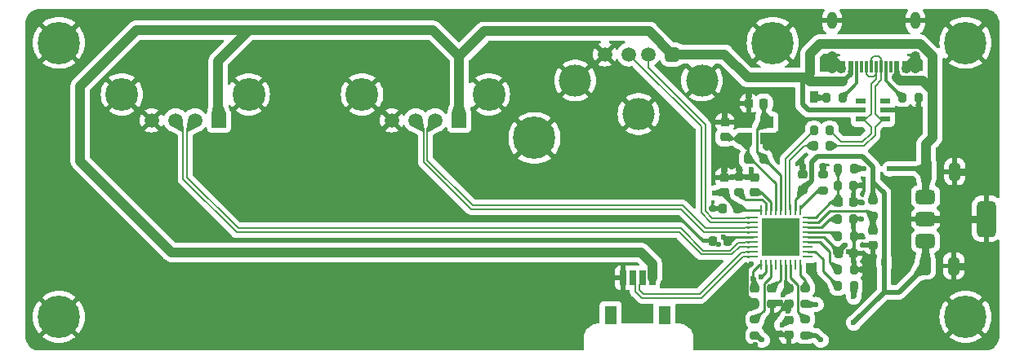
<source format=gbr>
%TF.GenerationSoftware,KiCad,Pcbnew,8.0.4*%
%TF.CreationDate,2025-06-24T22:11:05-05:00*%
%TF.ProjectId,numlocked_HUB,6e756d6c-6f63-46b6-9564-5f4855422e6b,rev?*%
%TF.SameCoordinates,Original*%
%TF.FileFunction,Copper,L1,Top*%
%TF.FilePolarity,Positive*%
%FSLAX46Y46*%
G04 Gerber Fmt 4.6, Leading zero omitted, Abs format (unit mm)*
G04 Created by KiCad (PCBNEW 8.0.4) date 2025-06-24 22:11:05*
%MOMM*%
%LPD*%
G01*
G04 APERTURE LIST*
G04 Aperture macros list*
%AMRoundRect*
0 Rectangle with rounded corners*
0 $1 Rounding radius*
0 $2 $3 $4 $5 $6 $7 $8 $9 X,Y pos of 4 corners*
0 Add a 4 corners polygon primitive as box body*
4,1,4,$2,$3,$4,$5,$6,$7,$8,$9,$2,$3,0*
0 Add four circle primitives for the rounded corners*
1,1,$1+$1,$2,$3*
1,1,$1+$1,$4,$5*
1,1,$1+$1,$6,$7*
1,1,$1+$1,$8,$9*
0 Add four rect primitives between the rounded corners*
20,1,$1+$1,$2,$3,$4,$5,0*
20,1,$1+$1,$4,$5,$6,$7,0*
20,1,$1+$1,$6,$7,$8,$9,0*
20,1,$1+$1,$8,$9,$2,$3,0*%
G04 Aperture macros list end*
%TA.AperFunction,SMDPad,CuDef*%
%ADD10RoundRect,0.225000X0.250000X-0.225000X0.250000X0.225000X-0.250000X0.225000X-0.250000X-0.225000X0*%
%TD*%
%TA.AperFunction,SMDPad,CuDef*%
%ADD11RoundRect,0.200000X-0.200000X-0.275000X0.200000X-0.275000X0.200000X0.275000X-0.200000X0.275000X0*%
%TD*%
%TA.AperFunction,ComponentPad*%
%ADD12C,4.400000*%
%TD*%
%TA.AperFunction,SMDPad,CuDef*%
%ADD13R,0.600000X1.150000*%
%TD*%
%TA.AperFunction,SMDPad,CuDef*%
%ADD14R,0.300000X1.150000*%
%TD*%
%TA.AperFunction,ComponentPad*%
%ADD15O,1.000000X2.100000*%
%TD*%
%TA.AperFunction,ComponentPad*%
%ADD16O,1.000000X1.800000*%
%TD*%
%TA.AperFunction,ComponentPad*%
%ADD17R,1.508000X1.508000*%
%TD*%
%TA.AperFunction,ComponentPad*%
%ADD18C,1.508000*%
%TD*%
%TA.AperFunction,ComponentPad*%
%ADD19C,3.396000*%
%TD*%
%TA.AperFunction,SMDPad,CuDef*%
%ADD20R,0.660400X1.549400*%
%TD*%
%TA.AperFunction,SMDPad,CuDef*%
%ADD21R,1.295400X1.905000*%
%TD*%
%TA.AperFunction,SMDPad,CuDef*%
%ADD22RoundRect,0.225000X-0.225000X-0.250000X0.225000X-0.250000X0.225000X0.250000X-0.225000X0.250000X0*%
%TD*%
%TA.AperFunction,SMDPad,CuDef*%
%ADD23R,1.066800X0.254000*%
%TD*%
%TA.AperFunction,SMDPad,CuDef*%
%ADD24R,0.254000X1.066800*%
%TD*%
%TA.AperFunction,SMDPad,CuDef*%
%ADD25R,3.860800X3.860800*%
%TD*%
%TA.AperFunction,SMDPad,CuDef*%
%ADD26RoundRect,0.225000X0.225000X0.250000X-0.225000X0.250000X-0.225000X-0.250000X0.225000X-0.250000X0*%
%TD*%
%TA.AperFunction,SMDPad,CuDef*%
%ADD27RoundRect,0.200000X0.275000X-0.200000X0.275000X0.200000X-0.275000X0.200000X-0.275000X-0.200000X0*%
%TD*%
%TA.AperFunction,SMDPad,CuDef*%
%ADD28RoundRect,0.250000X-0.325000X-0.650000X0.325000X-0.650000X0.325000X0.650000X-0.325000X0.650000X0*%
%TD*%
%TA.AperFunction,SMDPad,CuDef*%
%ADD29RoundRect,0.200000X-0.275000X0.200000X-0.275000X-0.200000X0.275000X-0.200000X0.275000X0.200000X0*%
%TD*%
%TA.AperFunction,SMDPad,CuDef*%
%ADD30RoundRect,0.200000X0.200000X0.275000X-0.200000X0.275000X-0.200000X-0.275000X0.200000X-0.275000X0*%
%TD*%
%TA.AperFunction,SMDPad,CuDef*%
%ADD31R,1.092200X0.609600*%
%TD*%
%TA.AperFunction,SMDPad,CuDef*%
%ADD32RoundRect,0.225000X-0.250000X0.225000X-0.250000X-0.225000X0.250000X-0.225000X0.250000X0.225000X0*%
%TD*%
%TA.AperFunction,SMDPad,CuDef*%
%ADD33R,1.400000X1.200000*%
%TD*%
%TA.AperFunction,SMDPad,CuDef*%
%ADD34RoundRect,0.375000X-0.625000X-0.375000X0.625000X-0.375000X0.625000X0.375000X-0.625000X0.375000X0*%
%TD*%
%TA.AperFunction,SMDPad,CuDef*%
%ADD35RoundRect,0.500000X-0.500000X-1.400000X0.500000X-1.400000X0.500000X1.400000X-0.500000X1.400000X0*%
%TD*%
%TA.AperFunction,ComponentPad*%
%ADD36RoundRect,0.377000X0.377000X0.377000X-0.377000X0.377000X-0.377000X-0.377000X0.377000X-0.377000X0*%
%TD*%
%TA.AperFunction,ComponentPad*%
%ADD37C,3.340000*%
%TD*%
%TA.AperFunction,ViaPad*%
%ADD38C,0.700000*%
%TD*%
%TA.AperFunction,ViaPad*%
%ADD39C,0.600000*%
%TD*%
%TA.AperFunction,Conductor*%
%ADD40C,0.500000*%
%TD*%
%TA.AperFunction,Conductor*%
%ADD41C,0.300000*%
%TD*%
%TA.AperFunction,Conductor*%
%ADD42C,0.200000*%
%TD*%
%TA.AperFunction,Conductor*%
%ADD43C,0.254000*%
%TD*%
%TA.AperFunction,Conductor*%
%ADD44C,0.750000*%
%TD*%
%TA.AperFunction,Conductor*%
%ADD45C,1.000000*%
%TD*%
%TA.AperFunction,Conductor*%
%ADD46C,0.167386*%
%TD*%
G04 APERTURE END LIST*
D10*
%TO.P,C15,1*%
%TO.N,+3V3*%
X161000000Y-58025000D03*
%TO.P,C15,2*%
%TO.N,GND*%
X161000000Y-56475000D03*
%TD*%
D11*
%TO.P,R6,1*%
%TO.N,Net-(U1-HS_IND{slash}CFG_SEL1)*%
X172743900Y-60840000D03*
%TO.P,R6,2*%
%TO.N,GND*%
X174393900Y-60840000D03*
%TD*%
D12*
%TO.P,H3,1,1*%
%TO.N,GND*%
X92000000Y-42500000D03*
%TD*%
%TO.P,H6,1,1*%
%TO.N,GND*%
X92000000Y-71000000D03*
%TD*%
D13*
%TO.P,J1,A1_B12,GND*%
%TO.N,GND*%
X179677500Y-44955000D03*
%TO.P,J1,A4_B9,VBUS*%
%TO.N,+5V*%
X178877500Y-44955000D03*
D14*
%TO.P,J1,A5,CC1*%
%TO.N,Net-(J1-CC1)*%
X177727500Y-44955000D03*
%TO.P,J1,A6,DP1*%
%TO.N,/USB_UP_P*%
X176727500Y-44955000D03*
%TO.P,J1,A7,DN1*%
%TO.N,/USB_UP_N*%
X176227500Y-44955000D03*
%TO.P,J1,A8,SBU1*%
%TO.N,unconnected-(J1-SBU1-PadA8)*%
X175227500Y-44955000D03*
D13*
%TO.P,J1,B1_A12,GND__1*%
%TO.N,GND*%
X173277500Y-44955000D03*
%TO.P,J1,B4_A9,VBUS__1*%
%TO.N,+5V*%
X174077500Y-44955000D03*
D14*
%TO.P,J1,B5,CC2*%
%TO.N,Net-(J1-CC2)*%
X174727500Y-44955000D03*
%TO.P,J1,B6,DP2*%
%TO.N,/USB_UP_P*%
X175727500Y-44955000D03*
%TO.P,J1,B7,DN2*%
%TO.N,/USB_UP_N*%
X177227500Y-44955000D03*
%TO.P,J1,B8,SBU2*%
%TO.N,unconnected-(J1-SBU2-PadB8)*%
X178227500Y-44955000D03*
D15*
%TO.P,J1,SH1,SHELL_GND*%
%TO.N,GND*%
X180797500Y-44380000D03*
%TO.P,J1,SH2,SHELL_GND__1*%
X172157500Y-44380000D03*
D16*
%TO.P,J1,SH3,SHELL_GND__2*%
X180797500Y-40200000D03*
%TO.P,J1,SH4,SHELL_GND__3*%
X172157500Y-40200000D03*
%TD*%
D17*
%TO.P,J3,1,VCC*%
%TO.N,+5V*%
X133500000Y-50570000D03*
D18*
%TO.P,J3,2,D-*%
%TO.N,/USB_DOWN2_N*%
X131000000Y-50570000D03*
%TO.P,J3,3,D+*%
%TO.N,/USB_DOWN2_P*%
X129000000Y-50570000D03*
%TO.P,J3,4,GND*%
%TO.N,GND*%
X126500000Y-50570000D03*
D19*
%TO.P,J3,S1,SHIELD*%
X136570000Y-47860000D03*
%TO.P,J3,S2,SHIELD__1*%
X123430000Y-47860000D03*
%TD*%
D20*
%TO.P,J5,1,1*%
%TO.N,GND*%
X150500000Y-66917400D03*
%TO.P,J5,2,2*%
%TO.N,/USB_DOWN4_P*%
X151500001Y-66917400D03*
%TO.P,J5,3,3*%
%TO.N,/USB_DOWN4_N*%
X152499999Y-66917400D03*
%TO.P,J5,4,4*%
%TO.N,+5V*%
X153500000Y-66917400D03*
D21*
%TO.P,J5,5*%
%TO.N,N/C*%
X154799999Y-70792401D03*
%TO.P,J5,6*%
X149200001Y-70792401D03*
%TD*%
D22*
%TO.P,C5,1*%
%TO.N,+3V3*%
X172808900Y-64380000D03*
%TO.P,C5,2*%
%TO.N,GND*%
X174358900Y-64380000D03*
%TD*%
D23*
%TO.P,U1,1,USBDM_DN1/PRT_DIS_M1*%
%TO.N,/USB_DOWN1_N*%
X163955200Y-60668000D03*
%TO.P,U1,2,USBDP_DN1/PRT_DIS_P1*%
%TO.N,/USB_DOWN1_P*%
X163955200Y-61176000D03*
%TO.P,U1,3,USBDM_DN2/PRT_DIS_M2*%
%TO.N,/USB_DOWN2_N*%
X163955200Y-61684000D03*
%TO.P,U1,4,USBDP_DN2/PRT_DIS_P2*%
%TO.N,/USB_DOWN2_P*%
X163955200Y-62192000D03*
%TO.P,U1,5,VDDA33*%
%TO.N,+3V3*%
X163955200Y-62700000D03*
%TO.P,U1,6,USBDM_DN3/PRT_DIS_M3*%
%TO.N,/USB_DOWN3_N*%
X163955200Y-63208000D03*
%TO.P,U1,7,USBDP_DN3/PRT_DIS_P3*%
%TO.N,/USB_DOWN3_P*%
X163955200Y-63716000D03*
%TO.P,U1,8,USBDM_DN4/PRT_DIS_M4*%
%TO.N,/USB_DOWN4_N*%
X163955200Y-64224000D03*
%TO.P,U1,9,USBDP_DN4/PRT_DIS_P4*%
%TO.N,/USB_DOWN4_P*%
X163955200Y-64732000D03*
D24*
%TO.P,U1,10,VDDA33*%
%TO.N,+3V3*%
X164768000Y-65544800D03*
%TO.P,U1,11,TEST*%
%TO.N,GND*%
X165276000Y-65544800D03*
%TO.P,U1,12,PRTPWR1/BC_EN1*%
%TO.N,Net-(U1-PRTPWR1{slash}BC_EN1)*%
X165784000Y-65544800D03*
%TO.P,U1,13,OCS_N1*%
%TO.N,unconnected-(U1-OCS_N1-Pad13)*%
X166292000Y-65544800D03*
%TO.P,U1,14,CRFILT*%
%TO.N,Net-(U1-CRFILT)*%
X166800000Y-65544800D03*
%TO.P,U1,15,VDD33*%
%TO.N,+3V3*%
X167308000Y-65544800D03*
%TO.P,U1,16,PRTPWR2/BC_EN2*%
%TO.N,Net-(U1-PRTPWR2{slash}BC_EN2)*%
X167816000Y-65544800D03*
%TO.P,U1,17,OCS_N2*%
%TO.N,unconnected-(U1-OCS_N2-Pad17)*%
X168324000Y-65544800D03*
%TO.P,U1,18,PRTPWR3/BC_EN3*%
%TO.N,Net-(U1-PRTPWR3{slash}BC_EN3)*%
X168832000Y-65544800D03*
D23*
%TO.P,U1,19,OCS_N3*%
%TO.N,unconnected-(U1-OCS_N3-Pad19)*%
X169644800Y-64732000D03*
%TO.P,U1,20,PRTPWR4/BC_EN4*%
%TO.N,Net-(U1-PRTPWR4{slash}BC_EN4)*%
X169644800Y-64224000D03*
%TO.P,U1,21,OCS_N4*%
%TO.N,unconnected-(U1-OCS_N4-Pad21)*%
X169644800Y-63716000D03*
%TO.P,U1,22,SDA/SMBDATA/NON_REM1*%
%TO.N,Net-(U1-SDA{slash}SMBDATA{slash}NON_REM1)*%
X169644800Y-63208000D03*
%TO.P,U1,23,VDD33*%
%TO.N,+3V3*%
X169644800Y-62700000D03*
%TO.P,U1,24,SCL/SMBCLK/CFG_SEL0*%
%TO.N,Net-(U1-SCL{slash}SMBCLK{slash}CFG_SEL0)*%
X169644800Y-62192000D03*
%TO.P,U1,25,HS_IND/CFG_SEL1*%
%TO.N,Net-(U1-HS_IND{slash}CFG_SEL1)*%
X169644800Y-61684000D03*
%TO.P,U1,26,RESET_N*%
%TO.N,/RESET_N*%
X169644800Y-61176000D03*
%TO.P,U1,27,VBUS_DET*%
%TO.N,/VBUS_DET*%
X169644800Y-60668000D03*
D24*
%TO.P,U1,28,SUSP_IND/LOCAL_PWR/NON_REM0*%
%TO.N,Net-(U1-SUSP_IND{slash}LOCAL_PWR{slash}NON_REM0)*%
X168832000Y-59855200D03*
%TO.P,U1,29,VDDA33*%
%TO.N,+3V3*%
X168324000Y-59855200D03*
%TO.P,U1,30,USBDM_UP*%
%TO.N,/USB_UP_RES_N*%
X167816000Y-59855200D03*
%TO.P,U1,31,USBDP_UP*%
%TO.N,/USB_UP_RES_P*%
X167308000Y-59855200D03*
%TO.P,U1,32,XTALOUT*%
%TO.N,/XTALOUT*%
X166800000Y-59855200D03*
%TO.P,U1,33,XTALIN/CLKIN*%
%TO.N,/XTALIN*%
X166292000Y-59855200D03*
%TO.P,U1,34,PLLFILT*%
%TO.N,Net-(U1-PLLFILT)*%
X165784000Y-59855200D03*
%TO.P,U1,35,RBIAS*%
%TO.N,Net-(U1-RBIAS)*%
X165276000Y-59855200D03*
%TO.P,U1,36,VDDA33*%
%TO.N,+3V3*%
X164768000Y-59855200D03*
D25*
%TO.P,U1,37,EPAD*%
%TO.N,GND*%
X166800000Y-62700000D03*
%TD*%
D11*
%TO.P,R16,1*%
%TO.N,GND*%
X171575000Y-48200000D03*
%TO.P,R16,2*%
%TO.N,Net-(J1-CC2)*%
X173225000Y-48200000D03*
%TD*%
D10*
%TO.P,C9,1*%
%TO.N,Net-(U1-PLLFILT)*%
X164100000Y-58025000D03*
%TO.P,C9,2*%
%TO.N,GND*%
X164100000Y-56475000D03*
%TD*%
D11*
%TO.P,R8,1*%
%TO.N,Net-(U1-SDA{slash}SMBDATA{slash}NON_REM1)*%
X172763207Y-66090000D03*
%TO.P,R8,2*%
%TO.N,GND*%
X174413207Y-66090000D03*
%TD*%
D12*
%TO.P,H4,1,1*%
%TO.N,GND*%
X186000000Y-71000000D03*
%TD*%
D17*
%TO.P,J4,1,VCC*%
%TO.N,+5V*%
X108600000Y-50570000D03*
D18*
%TO.P,J4,2,D-*%
%TO.N,/USB_DOWN3_N*%
X106100000Y-50570000D03*
%TO.P,J4,3,D+*%
%TO.N,/USB_DOWN3_P*%
X104100000Y-50570000D03*
%TO.P,J4,4,GND*%
%TO.N,GND*%
X101600000Y-50570000D03*
D19*
%TO.P,J4,S1,SHIELD*%
X111670000Y-47860000D03*
%TO.P,J4,S2,SHIELD__1*%
X98530000Y-47860000D03*
%TD*%
D26*
%TO.P,C1,1*%
%TO.N,+3V3*%
X161326000Y-63075000D03*
%TO.P,C1,2*%
%TO.N,GND*%
X159776000Y-63075000D03*
%TD*%
D10*
%TO.P,C10,1*%
%TO.N,GND*%
X165898900Y-69615000D03*
%TO.P,C10,2*%
%TO.N,Net-(U1-CRFILT)*%
X165898900Y-68065000D03*
%TD*%
D11*
%TO.P,R5,1*%
%TO.N,/USB_UP_RES_N*%
X170275000Y-53200000D03*
%TO.P,R5,2*%
%TO.N,/USB_UP_N*%
X171925000Y-53200000D03*
%TD*%
D12*
%TO.P,H1,1,1*%
%TO.N,GND*%
X186000000Y-42500000D03*
%TD*%
D27*
%TO.P,R12,1*%
%TO.N,Net-(U1-SUSP_IND{slash}LOCAL_PWR{slash}NON_REM0)*%
X171209607Y-57849293D03*
%TO.P,R12,2*%
%TO.N,GND*%
X171209607Y-56199293D03*
%TD*%
D10*
%TO.P,C11,1*%
%TO.N,/XTALIN*%
X161050000Y-52315000D03*
%TO.P,C11,2*%
%TO.N,GND*%
X161050000Y-50765000D03*
%TD*%
D28*
%TO.P,C13,1*%
%TO.N,+5V*%
X181925000Y-55900000D03*
%TO.P,C13,2*%
%TO.N,GND*%
X184875000Y-55900000D03*
%TD*%
D11*
%TO.P,R7,1*%
%TO.N,Net-(U1-SCL{slash}SMBCLK{slash}CFG_SEL0)*%
X172758900Y-62590000D03*
%TO.P,R7,2*%
%TO.N,GND*%
X174408900Y-62590000D03*
%TD*%
D26*
%TO.P,C4,1*%
%TO.N,+3V3*%
X162375000Y-59700000D03*
%TO.P,C4,2*%
%TO.N,GND*%
X160825000Y-59700000D03*
%TD*%
D12*
%TO.P,H2,1,1*%
%TO.N,GND*%
X141300000Y-52400000D03*
%TD*%
D29*
%TO.P,R3,1*%
%TO.N,Net-(U1-PRTPWR3{slash}BC_EN3)*%
X169398900Y-68015000D03*
%TO.P,R3,2*%
%TO.N,+5V*%
X169398900Y-69665000D03*
%TD*%
D10*
%TO.P,C6,1*%
%TO.N,+3V3*%
X169100000Y-57750707D03*
%TO.P,C6,2*%
%TO.N,GND*%
X169100000Y-56200707D03*
%TD*%
D28*
%TO.P,C14,1*%
%TO.N,+3V3*%
X181825000Y-65700000D03*
%TO.P,C14,2*%
%TO.N,GND*%
X184775000Y-65700000D03*
%TD*%
D11*
%TO.P,R14,1*%
%TO.N,/XTALIN*%
X163425000Y-54550000D03*
%TO.P,R14,2*%
%TO.N,/XTALOUT*%
X165075000Y-54550000D03*
%TD*%
D22*
%TO.P,C8,1*%
%TO.N,/VBUS_DET*%
X172798900Y-59090000D03*
%TO.P,C8,2*%
%TO.N,GND*%
X174348900Y-59090000D03*
%TD*%
D29*
%TO.P,R9,1*%
%TO.N,+3V3*%
X176388900Y-58855000D03*
%TO.P,R9,2*%
%TO.N,/RESET_N*%
X176388900Y-60505000D03*
%TD*%
D30*
%TO.P,R4,1*%
%TO.N,+5V*%
X174425000Y-67800000D03*
%TO.P,R4,2*%
%TO.N,Net-(U1-PRTPWR4{slash}BC_EN4)*%
X172775000Y-67800000D03*
%TD*%
D31*
%TO.P,U4,1,1*%
%TO.N,/USB_UP_N*%
X177644600Y-50439800D03*
%TO.P,U4,2,2*%
%TO.N,GND*%
X177644600Y-49500000D03*
%TO.P,U4,3,3*%
%TO.N,unconnected-(U4-Pad3)*%
X177644600Y-48560200D03*
%TO.P,U4,4,4*%
%TO.N,unconnected-(U4-Pad4)*%
X175155400Y-48560200D03*
%TO.P,U4,5,5*%
%TO.N,+5V*%
X175155400Y-49500000D03*
%TO.P,U4,6,6*%
%TO.N,/USB_UP_P*%
X175155400Y-50439800D03*
%TD*%
D30*
%TO.P,R15,1*%
%TO.N,GND*%
X181125000Y-48200000D03*
%TO.P,R15,2*%
%TO.N,Net-(J1-CC1)*%
X179475000Y-48200000D03*
%TD*%
D11*
%TO.P,R17,1*%
%TO.N,/USB_UP_RES_P*%
X170275000Y-51600000D03*
%TO.P,R17,2*%
%TO.N,/USB_UP_P*%
X171925000Y-51600000D03*
%TD*%
D32*
%TO.P,C2,1*%
%TO.N,+3V3*%
X164148900Y-68065000D03*
%TO.P,C2,2*%
%TO.N,GND*%
X164148900Y-69615000D03*
%TD*%
D30*
%TO.P,R10,1*%
%TO.N,+5V*%
X174413900Y-55590000D03*
%TO.P,R10,2*%
%TO.N,/VBUS_DET*%
X172763900Y-55590000D03*
%TD*%
D27*
%TO.P,R13,1*%
%TO.N,Net-(U1-RBIAS)*%
X162550000Y-58075000D03*
%TO.P,R13,2*%
%TO.N,GND*%
X162550000Y-56425000D03*
%TD*%
D29*
%TO.P,R1,1*%
%TO.N,Net-(U1-PRTPWR1{slash}BC_EN1)*%
X164148900Y-71265000D03*
%TO.P,R1,2*%
%TO.N,+5V*%
X164148900Y-72915000D03*
%TD*%
D32*
%TO.P,C7,1*%
%TO.N,/RESET_N*%
X176388900Y-61975000D03*
%TO.P,C7,2*%
%TO.N,GND*%
X176388900Y-63525000D03*
%TD*%
D26*
%TO.P,C12,1*%
%TO.N,/XTALOUT*%
X165075000Y-48790000D03*
%TO.P,C12,2*%
%TO.N,GND*%
X163525000Y-48790000D03*
%TD*%
D32*
%TO.P,C3,1*%
%TO.N,+3V3*%
X167648900Y-68065000D03*
%TO.P,C3,2*%
%TO.N,GND*%
X167648900Y-69615000D03*
%TD*%
D33*
%TO.P,Y1,1*%
%TO.N,/XTALIN*%
X163200000Y-52450000D03*
%TO.P,Y1,2,GND*%
%TO.N,GND*%
X165400000Y-52450000D03*
%TO.P,Y1,3*%
%TO.N,/XTALOUT*%
X165400000Y-50750000D03*
%TO.P,Y1,4,GND__1*%
%TO.N,GND*%
X163200000Y-50750000D03*
%TD*%
D29*
%TO.P,R2,1*%
%TO.N,Net-(U1-PRTPWR2{slash}BC_EN2)*%
X169400000Y-71265000D03*
%TO.P,R2,2*%
%TO.N,+5V*%
X169400000Y-72915000D03*
%TD*%
D12*
%TO.P,H2,1,1*%
%TO.N,GND*%
X166000000Y-42500000D03*
%TD*%
D34*
%TO.P,U2,1,IN*%
%TO.N,+5V*%
X181850000Y-58500000D03*
%TO.P,U2,2,GND*%
%TO.N,GND*%
X181850000Y-60800000D03*
%TO.P,U2,3,OUT*%
%TO.N,+3V3*%
X181850000Y-63100000D03*
D35*
%TO.P,U2,4,GND*%
%TO.N,GND*%
X188150000Y-60800000D03*
%TD*%
D11*
%TO.P,R11,1*%
%TO.N,/VBUS_DET*%
X172753900Y-57340000D03*
%TO.P,R11,2*%
%TO.N,GND*%
X174403900Y-57340000D03*
%TD*%
D32*
%TO.P,C16,1*%
%TO.N,+3V3*%
X167648900Y-71315000D03*
%TO.P,C16,2*%
%TO.N,GND*%
X167648900Y-72865000D03*
%TD*%
D36*
%TO.P,J2,1,VCC*%
%TO.N,+5V*%
X155600000Y-43705000D03*
D18*
%TO.P,J2,2,D-*%
%TO.N,/USB_DOWN1_N*%
X153100000Y-43705000D03*
%TO.P,J2,3,D+*%
%TO.N,/USB_DOWN1_P*%
X151100000Y-43705000D03*
%TO.P,J2,4,GND*%
%TO.N,GND*%
X148600000Y-43705000D03*
D37*
%TO.P,J2,S1,SHIELD*%
X158670000Y-46415000D03*
%TO.P,J2,S2,SHIELD__1*%
X152100000Y-49915000D03*
%TO.P,J2,S3,SHIELD__2*%
X145530000Y-46415000D03*
%TD*%
D38*
%TO.N,GND*%
X117750000Y-57950000D03*
X166800000Y-61500000D03*
X161000000Y-55600000D03*
X92200000Y-59700000D03*
X119650000Y-57950000D03*
X175400000Y-66100000D03*
X92200000Y-55900000D03*
D39*
X178500000Y-49500000D03*
X186000000Y-60800000D03*
X171100000Y-67500000D03*
D38*
X175200000Y-62600000D03*
X103600000Y-43900000D03*
D39*
X171800000Y-72500000D03*
X150500000Y-68000000D03*
D38*
X166800000Y-63900000D03*
X162550000Y-55650000D03*
D39*
X186200000Y-55900000D03*
X186100000Y-65700000D03*
X149500000Y-66900000D03*
X164224008Y-73827830D03*
D38*
X162200000Y-48790000D03*
X165600000Y-62700000D03*
X126500000Y-48300000D03*
X168000000Y-62700000D03*
X165400000Y-53400000D03*
D39*
X183600000Y-60800000D03*
D38*
X92200000Y-57800000D03*
X168000000Y-61500000D03*
X159700000Y-59700000D03*
D39*
X163800000Y-55700000D03*
D38*
X169100000Y-55300000D03*
D39*
X175260000Y-57340000D03*
X163800000Y-65500000D03*
D38*
X165600000Y-63900000D03*
X171200000Y-55300000D03*
D39*
X166800011Y-69499989D03*
D38*
X105500000Y-43900000D03*
D39*
X167570487Y-70365000D03*
D38*
X101700000Y-43900000D03*
D39*
X164762767Y-66866989D03*
D38*
X170600000Y-48200000D03*
X115850000Y-57950000D03*
X126500000Y-52500000D03*
X163550000Y-47900000D03*
X161000000Y-49490000D03*
D39*
X166700000Y-72640274D03*
D38*
X128400000Y-48300000D03*
D39*
X175200000Y-60800000D03*
X181125000Y-49100000D03*
D38*
X101600000Y-52300000D03*
D39*
X175300000Y-59100000D03*
D38*
X165600000Y-61500000D03*
D39*
X173819879Y-64240783D03*
X160392909Y-63481418D03*
X150500000Y-65600000D03*
D38*
X130300000Y-48300000D03*
X168000000Y-63900000D03*
D39*
%TO.N,+5V*%
X178100000Y-55600000D03*
X171000000Y-73400000D03*
X175500000Y-55600000D03*
X170500000Y-69700000D03*
X164900000Y-73400000D03*
X174400000Y-68900000D03*
%TO.N,+3V3*%
X174400000Y-71600000D03*
X160925000Y-62730386D03*
X166973629Y-71840271D03*
X177550000Y-65350000D03*
X167100640Y-68724509D03*
X173500000Y-63500000D03*
X163973900Y-67000000D03*
X170052781Y-56608819D03*
X160000000Y-58100000D03*
%TD*%
D40*
%TO.N,GND*%
X174413207Y-66090000D02*
X175390000Y-66090000D01*
D41*
X163800000Y-65500000D02*
X163323900Y-65976100D01*
D42*
X175300000Y-59100000D02*
X175380000Y-59100000D01*
D40*
X175290000Y-59090000D02*
X174348900Y-59090000D01*
X171200000Y-55300000D02*
X171200000Y-56189686D01*
X166800000Y-69500000D02*
X166013900Y-69500000D01*
X162200000Y-48790000D02*
X162200000Y-49750000D01*
X150500000Y-66917400D02*
X149517400Y-66917400D01*
X163800000Y-56175000D02*
X164100000Y-56475000D01*
X162200000Y-49750000D02*
X163200000Y-50750000D01*
X150500000Y-66917400D02*
X150500000Y-65600000D01*
X150500000Y-66917400D02*
X150500000Y-68000000D01*
D43*
X165276000Y-66353756D02*
X165276000Y-65544800D01*
D41*
X160182418Y-63481418D02*
X159776000Y-63075000D01*
D40*
X166800011Y-69499989D02*
X166800000Y-69500000D01*
X171575000Y-48200000D02*
X170600000Y-48200000D01*
D44*
X184775000Y-65700000D02*
X186100000Y-65700000D01*
D45*
X180797500Y-45180000D02*
X180797500Y-44380000D01*
D40*
X177644600Y-49500000D02*
X178500000Y-49500000D01*
X163525000Y-48790000D02*
X163525000Y-47925000D01*
X166924726Y-72865000D02*
X167648900Y-72865000D01*
X175390000Y-66090000D02*
X175400000Y-66100000D01*
X181125000Y-49100000D02*
X181125000Y-48700000D01*
X169100000Y-55300000D02*
X169100000Y-56200707D01*
D44*
X181850000Y-60800000D02*
X183600000Y-60800000D01*
D40*
X167648900Y-69615000D02*
X167648900Y-70286587D01*
D44*
X188150000Y-60800000D02*
X186000000Y-60800000D01*
D45*
X172302500Y-44380000D02*
X173077500Y-45155000D01*
D40*
X175300000Y-59100000D02*
X175290000Y-59090000D01*
X162550000Y-55650000D02*
X162550000Y-56425000D01*
D45*
X180797500Y-44380000D02*
X180652500Y-44380000D01*
D40*
X161000000Y-55600000D02*
X161000000Y-56475000D01*
D41*
X175200000Y-60800000D02*
X174433900Y-60800000D01*
D40*
X159700000Y-59700000D02*
X160825000Y-59700000D01*
D41*
X160392909Y-63481418D02*
X160182418Y-63481418D01*
D40*
X173819879Y-64240783D02*
X174219683Y-64240783D01*
D43*
X164762767Y-66866989D02*
X165276000Y-66353756D01*
D40*
X171200000Y-56189686D02*
X171208900Y-56198586D01*
D41*
X174393900Y-60840000D02*
X174393900Y-62575000D01*
X163323900Y-65976100D02*
X163323900Y-68790000D01*
D40*
X149517400Y-66917400D02*
X149500000Y-66900000D01*
X161000000Y-49490000D02*
X161000000Y-50715000D01*
D41*
X163323900Y-68790000D02*
X164148900Y-69615000D01*
D45*
X180652500Y-44380000D02*
X179877500Y-45155000D01*
X172157500Y-45180000D02*
X172157500Y-44380000D01*
D40*
X167648900Y-70286587D02*
X167570487Y-70365000D01*
D45*
X172157500Y-44380000D02*
X172302500Y-44380000D01*
D40*
X163800000Y-55700000D02*
X163800000Y-56175000D01*
X163525000Y-47925000D02*
X163550000Y-47900000D01*
D44*
X184875000Y-55900000D02*
X186200000Y-55900000D01*
D40*
X175260000Y-57340000D02*
X174403900Y-57340000D01*
X166700000Y-72640274D02*
X166924726Y-72865000D01*
X165400000Y-53400000D02*
X165400000Y-52450000D01*
D41*
X175200000Y-62600000D02*
X174418900Y-62600000D01*
D42*
X175380000Y-59100000D02*
X175390000Y-59090000D01*
D43*
%TO.N,/XTALIN*%
X163200000Y-52450000D02*
X161185000Y-52450000D01*
X166292000Y-57142000D02*
X163700000Y-54550000D01*
X166292000Y-59855200D02*
X166292000Y-57142000D01*
X163425000Y-54550000D02*
X163425000Y-52675000D01*
%TO.N,/XTALOUT*%
X164373000Y-51427000D02*
X165050000Y-50750000D01*
X165075000Y-54550000D02*
X164373000Y-53848000D01*
X165075000Y-48790000D02*
X165075000Y-50425000D01*
X166800000Y-56250000D02*
X165100000Y-54550000D01*
X164373000Y-53848000D02*
X164373000Y-51427000D01*
X166800000Y-59855200D02*
X166800000Y-56250000D01*
D45*
%TO.N,+5V*%
X100000000Y-41200000D02*
X94200000Y-47000000D01*
X182600000Y-47425000D02*
X182600000Y-43935444D01*
D40*
X174425000Y-67800000D02*
X174425000Y-68875000D01*
D45*
X94200000Y-54800000D02*
X103700000Y-64300000D01*
X160985000Y-43685000D02*
X155600000Y-43685000D01*
X182600000Y-43935444D02*
X181294556Y-42630000D01*
D40*
X164415000Y-72915000D02*
X164148900Y-72915000D01*
D45*
X111700000Y-41200000D02*
X100000000Y-41200000D01*
D40*
X174413900Y-55590000D02*
X175490000Y-55590000D01*
X170500000Y-69700000D02*
X169433900Y-69700000D01*
X169500000Y-46100000D02*
X169100000Y-46500000D01*
X169433900Y-69700000D02*
X169398900Y-69665000D01*
D45*
X108500000Y-44400000D02*
X111700000Y-41200000D01*
X181294556Y-42630000D02*
X170870000Y-42630000D01*
X173300000Y-46500000D02*
X169900000Y-46500000D01*
X170870000Y-42630000D02*
X169900000Y-43600000D01*
D40*
X169100000Y-48900000D02*
X169700000Y-49500000D01*
X178877500Y-44955000D02*
X178877500Y-46100000D01*
D45*
X169900000Y-45700000D02*
X169500000Y-46100000D01*
X169500000Y-46100000D02*
X163400000Y-46100000D01*
D44*
X181850000Y-58500000D02*
X181850000Y-55975000D01*
D45*
X182600000Y-52325000D02*
X181925000Y-53000000D01*
X111700000Y-41200000D02*
X121200000Y-41200000D01*
X103700000Y-64300000D02*
X152387499Y-64300000D01*
D40*
X175490000Y-55590000D02*
X175500000Y-55600000D01*
D45*
X182600000Y-47425000D02*
X182600000Y-52325000D01*
X169900000Y-46500000D02*
X169500000Y-46100000D01*
X182600000Y-47425000D02*
X181575000Y-46400000D01*
D40*
X173300000Y-46500000D02*
X174077500Y-45722500D01*
D44*
X181850000Y-55975000D02*
X181925000Y-55900000D01*
D40*
X174077500Y-45722500D02*
X174077500Y-44955000D01*
D45*
X155600000Y-43685000D02*
X153215000Y-41300000D01*
D40*
X169100000Y-46500000D02*
X169100000Y-48900000D01*
X164900000Y-73400000D02*
X164415000Y-72915000D01*
X174425000Y-68875000D02*
X174400000Y-68900000D01*
D45*
X136100000Y-41300000D02*
X133500000Y-43900000D01*
X108500000Y-50470000D02*
X108500000Y-44400000D01*
X130800000Y-41200000D02*
X121200000Y-41200000D01*
X181925000Y-53000000D02*
X181925000Y-55900000D01*
X153530199Y-65442700D02*
X153530199Y-66917400D01*
X181575000Y-46400000D02*
X179177500Y-46400000D01*
X152387499Y-64300000D02*
X153530199Y-65442700D01*
D40*
X169415000Y-72900000D02*
X169400000Y-72915000D01*
D45*
X133500000Y-43900000D02*
X130800000Y-41200000D01*
X179177500Y-46400000D02*
X178877500Y-46100000D01*
D40*
X181625000Y-55600000D02*
X181925000Y-55900000D01*
D45*
X94200000Y-47000000D02*
X94200000Y-54800000D01*
X153215000Y-41300000D02*
X136100000Y-41300000D01*
X133500000Y-43900000D02*
X133500000Y-50570000D01*
X163400000Y-46100000D02*
X160985000Y-43685000D01*
D40*
X169700000Y-49500000D02*
X175155400Y-49500000D01*
D45*
X169900000Y-43600000D02*
X169900000Y-45700000D01*
D40*
X178100000Y-55600000D02*
X181625000Y-55600000D01*
X171000000Y-73400000D02*
X170500000Y-72900000D01*
X170500000Y-72900000D02*
X169415000Y-72900000D01*
%TO.N,+3V3*%
X174400000Y-71600000D02*
X177550000Y-68450000D01*
D43*
X163955200Y-62700000D02*
X160925000Y-62700000D01*
X171286712Y-62700000D02*
X172808900Y-64222188D01*
D40*
X163973900Y-67000000D02*
X164000000Y-67026100D01*
X177550000Y-68450000D02*
X177550000Y-65350000D01*
D43*
X164768000Y-65544800D02*
X164655200Y-65544800D01*
X169644800Y-62700000D02*
X171286712Y-62700000D01*
D40*
X161269614Y-63075000D02*
X161326000Y-63075000D01*
X167100640Y-68613260D02*
X167648900Y-68065000D01*
D43*
X167308000Y-67724100D02*
X167648900Y-68065000D01*
D40*
X181825000Y-65700000D02*
X179075000Y-68450000D01*
X162375000Y-59700000D02*
X161000000Y-58325000D01*
X176400000Y-55400000D02*
X175300000Y-54300000D01*
X170025000Y-56825707D02*
X169100000Y-57750707D01*
X161000000Y-58325000D02*
X161000000Y-58025000D01*
D43*
X167308000Y-65544800D02*
X167308000Y-67724100D01*
X168324000Y-58789288D02*
X169100000Y-58013288D01*
X164655200Y-65544800D02*
X163973900Y-66226100D01*
D44*
X181825000Y-63125000D02*
X181850000Y-63100000D01*
D40*
X170025000Y-54875000D02*
X170025000Y-56825707D01*
X172808900Y-64191100D02*
X173500000Y-63500000D01*
X177550000Y-65350000D02*
X177550000Y-58150000D01*
X176400000Y-58843900D02*
X176400000Y-55400000D01*
X166973629Y-71840271D02*
X167498900Y-71315000D01*
X175300000Y-54300000D02*
X170600000Y-54300000D01*
D44*
X181825000Y-65700000D02*
X181825000Y-63125000D01*
D43*
X163973900Y-67890000D02*
X164148900Y-68065000D01*
X164768000Y-59855200D02*
X162530200Y-59855200D01*
X168324000Y-59855200D02*
X168324000Y-58789288D01*
D40*
X160000000Y-58100000D02*
X160925000Y-58100000D01*
D43*
X163973900Y-66226100D02*
X163973900Y-67890000D01*
D40*
X164000000Y-67026100D02*
X164000000Y-67916100D01*
X167100640Y-68724509D02*
X167100640Y-68613260D01*
X170600000Y-54300000D02*
X170025000Y-54875000D01*
X160925000Y-62730386D02*
X161269614Y-63075000D01*
X177550000Y-58150000D02*
X176400000Y-57000000D01*
X179075000Y-68450000D02*
X177550000Y-68450000D01*
D43*
%TO.N,Net-(U1-PRTPWR1{slash}BC_EN1)*%
X165096900Y-70317000D02*
X165096900Y-67553100D01*
X165096900Y-67553100D02*
X165784000Y-66866000D01*
X164148900Y-71265000D02*
X165096900Y-70317000D01*
X165784000Y-66866000D02*
X165784000Y-65544800D01*
%TO.N,Net-(U1-PRTPWR2{slash}BC_EN2)*%
X168596900Y-70461900D02*
X169400000Y-71265000D01*
X167816000Y-66919100D02*
X168596900Y-67700000D01*
X168596900Y-67700000D02*
X168596900Y-70461900D01*
X167816000Y-65544800D02*
X167816000Y-66919100D01*
%TO.N,Net-(U1-PRTPWR3{slash}BC_EN3)*%
X168832000Y-66632000D02*
X169398900Y-67198900D01*
X168832000Y-65544800D02*
X168832000Y-66632000D01*
X169398900Y-67198900D02*
X169398900Y-68015000D01*
%TO.N,Net-(U1-PRTPWR4{slash}BC_EN4)*%
X171200000Y-65000000D02*
X171200000Y-66225000D01*
X171200000Y-66225000D02*
X172775000Y-67800000D01*
X170424000Y-64224000D02*
X169644800Y-64224000D01*
X171200000Y-65000000D02*
X170424000Y-64224000D01*
D46*
%TO.N,/USB_UP_RES_N*%
X170275000Y-53200000D02*
X169265273Y-53200000D01*
X169265273Y-53200000D02*
X167770693Y-54694580D01*
X167770693Y-59809893D02*
X167816000Y-59855200D01*
X167770693Y-54694580D02*
X167770693Y-59809893D01*
D43*
%TO.N,Net-(U1-HS_IND{slash}CFG_SEL1)*%
X171066000Y-61684000D02*
X171910000Y-60840000D01*
X169644800Y-61684000D02*
X171066000Y-61684000D01*
X171910000Y-60840000D02*
X172743900Y-60840000D01*
%TO.N,Net-(U1-SCL{slash}SMBCLK{slash}CFG_SEL0)*%
X172758900Y-62590000D02*
X172360900Y-62192000D01*
X172360900Y-62192000D02*
X169644800Y-62192000D01*
%TO.N,Net-(U1-SDA{slash}SMBDATA{slash}NON_REM1)*%
X172763207Y-66090000D02*
X171950000Y-65276793D01*
X171950000Y-64250000D02*
X170908000Y-63208000D01*
X171950000Y-65276793D02*
X171950000Y-64250000D01*
X170908000Y-63208000D02*
X169644800Y-63208000D01*
%TO.N,/RESET_N*%
X175833900Y-59950000D02*
X176388900Y-60505000D01*
X170724000Y-61176000D02*
X171950000Y-59950000D01*
X169644800Y-61176000D02*
X170724000Y-61176000D01*
X171950000Y-59950000D02*
X175833900Y-59950000D01*
D40*
X176388900Y-60505000D02*
X176388900Y-61975000D01*
D43*
%TO.N,/VBUS_DET*%
X172010200Y-59090000D02*
X172798900Y-59090000D01*
X170432200Y-60668000D02*
X172010200Y-59090000D01*
X169644800Y-60668000D02*
X170432200Y-60668000D01*
X172763900Y-55590000D02*
X172763900Y-59055000D01*
%TO.N,Net-(U1-SUSP_IND{slash}LOCAL_PWR{slash}NON_REM0)*%
X168832000Y-59668000D02*
X170650707Y-57849293D01*
X170650707Y-57849293D02*
X171209607Y-57849293D01*
%TO.N,Net-(U1-RBIAS)*%
X165276000Y-59176000D02*
X164902000Y-58802000D01*
X163166486Y-58802000D02*
X162550000Y-58185514D01*
X164902000Y-58802000D02*
X163166486Y-58802000D01*
X165276000Y-59855200D02*
X165276000Y-59176000D01*
D41*
%TO.N,Net-(J1-CC2)*%
X174727500Y-46697500D02*
X174727500Y-44955000D01*
X173225000Y-48200000D02*
X174727500Y-46697500D01*
%TO.N,Net-(J1-CC1)*%
X179475000Y-48200000D02*
X177727500Y-46452500D01*
X177727500Y-46452500D02*
X177727500Y-44955000D01*
D43*
%TO.N,Net-(U1-PLLFILT)*%
X164773000Y-58025000D02*
X164100000Y-58025000D01*
X165784000Y-59036000D02*
X164773000Y-58025000D01*
X165784000Y-59855200D02*
X165784000Y-59036000D01*
%TO.N,Net-(U1-CRFILT)*%
X166800000Y-67163900D02*
X165898900Y-68065000D01*
X166800000Y-65544800D02*
X166800000Y-67163900D01*
D46*
%TO.N,/USB_UP_RES_P*%
X167353307Y-59809893D02*
X167308000Y-59855200D01*
X170275000Y-51600000D02*
X167353307Y-54521693D01*
X167353307Y-54521693D02*
X167353307Y-59809893D01*
%TO.N,/USB_UP_P*%
X171925000Y-51600000D02*
X173107614Y-52782614D01*
X176191307Y-46813555D02*
X176727500Y-46277362D01*
X175339800Y-50439800D02*
X175155400Y-50439800D01*
X176727500Y-46277362D02*
X176727500Y-44955000D01*
X176191307Y-51913555D02*
X176191307Y-51291307D01*
X175155400Y-50439800D02*
X175660200Y-50439800D01*
X175322248Y-52782614D02*
X176191307Y-51913555D01*
X175727500Y-44955000D02*
X175727500Y-45780000D01*
X173107614Y-52782614D02*
X175322248Y-52782614D01*
X175660200Y-50439800D02*
X176191307Y-49908693D01*
X175727500Y-45780000D02*
X175947500Y-46000000D01*
X176507500Y-46000000D02*
X176727500Y-45780000D01*
X176191307Y-49908693D02*
X176191307Y-46813555D01*
X176191307Y-51291307D02*
X175339800Y-50439800D01*
X176727500Y-45780000D02*
X176727500Y-44955000D01*
X175947500Y-46000000D02*
X176507500Y-46000000D01*
%TO.N,/USB_UP_N*%
X176608693Y-52086445D02*
X176608693Y-51291307D01*
X171925000Y-53200000D02*
X175495138Y-53200000D01*
X176227500Y-44130000D02*
X176227500Y-44955000D01*
X177166114Y-50439800D02*
X176608693Y-49882379D01*
X177460200Y-50439800D02*
X177644600Y-50439800D01*
X176608693Y-51291307D02*
X177460200Y-50439800D01*
X176997500Y-43900000D02*
X176457500Y-43900000D01*
X177227500Y-44955000D02*
X177227500Y-44130000D01*
X175495138Y-53200000D02*
X176608693Y-52086445D01*
X177227500Y-44130000D02*
X176997500Y-43900000D01*
X176457500Y-43900000D02*
X176227500Y-44130000D01*
X176608693Y-49882379D02*
X176608693Y-46986445D01*
X177227500Y-46367638D02*
X176608693Y-46986445D01*
X177227500Y-44955000D02*
X177227500Y-46367638D01*
X177644600Y-50439800D02*
X177166114Y-50439800D01*
%TO.N,/USB_DOWN3_N*%
X156486445Y-61791307D02*
X110586445Y-61791307D01*
X163955200Y-63208000D02*
X163155099Y-63208000D01*
X163109792Y-63253307D02*
X162451555Y-63253307D01*
X105308693Y-56513555D02*
X105308693Y-51361307D01*
X163155099Y-63208000D02*
X163109792Y-63253307D01*
X161613555Y-64091307D02*
X158786445Y-64091307D01*
X105308693Y-51361307D02*
X106100000Y-50570000D01*
X162451555Y-63253307D02*
X161613555Y-64091307D01*
X158786445Y-64091307D02*
X156486445Y-61791307D01*
X110586445Y-61791307D02*
X105308693Y-56513555D01*
%TO.N,/USB_DOWN3_P*%
X156313555Y-62208693D02*
X110413555Y-62208693D01*
X110413555Y-62208693D02*
X104891307Y-56686445D01*
X163155099Y-63716000D02*
X163109792Y-63670693D01*
X161786445Y-64508693D02*
X158613555Y-64508693D01*
X162624445Y-63670693D02*
X161786445Y-64508693D01*
X104891307Y-56686445D02*
X104891307Y-51361307D01*
X158613555Y-64508693D02*
X156313555Y-62208693D01*
X163109792Y-63670693D02*
X162624445Y-63670693D01*
X104891307Y-51361307D02*
X104100000Y-50570000D01*
X163955200Y-63716000D02*
X163155099Y-63716000D01*
%TO.N,/USB_DOWN4_N*%
X152499999Y-66917400D02*
X152499999Y-67361900D01*
X152208693Y-67653206D02*
X152208693Y-68213555D01*
X152499999Y-67361900D02*
X152208693Y-67653206D01*
X152208693Y-68213555D02*
X152586445Y-68591307D01*
X162735555Y-64269307D02*
X163109792Y-64269307D01*
X163155099Y-64224000D02*
X163955200Y-64224000D01*
X158413555Y-68591307D02*
X162735555Y-64269307D01*
X152586445Y-68591307D02*
X158413555Y-68591307D01*
X163109792Y-64269307D02*
X163155099Y-64224000D01*
%TO.N,/USB_DOWN4_P*%
X152413555Y-69008693D02*
X158586445Y-69008693D01*
X151500001Y-66917400D02*
X151500001Y-67361900D01*
X158586445Y-69008693D02*
X162908445Y-64686693D01*
X163109792Y-64686693D02*
X163155099Y-64732000D01*
X151791307Y-67653206D02*
X151791307Y-68386445D01*
X151500001Y-67361900D02*
X151791307Y-67653206D01*
X162908445Y-64686693D02*
X163109792Y-64686693D01*
X163155099Y-64732000D02*
X163955200Y-64732000D01*
X151791307Y-68386445D02*
X152413555Y-69008693D01*
%TO.N,/USB_DOWN1_P*%
X158591307Y-60186445D02*
X158591307Y-51196307D01*
X159535555Y-61130693D02*
X158591307Y-60186445D01*
X158591307Y-51196307D02*
X151100000Y-43705000D01*
X163155099Y-61176000D02*
X163109792Y-61130693D01*
X163109792Y-61130693D02*
X159535555Y-61130693D01*
X163955200Y-61176000D02*
X163155099Y-61176000D01*
%TO.N,/USB_DOWN1_N*%
X159008693Y-51023420D02*
X153100000Y-45114727D01*
X163109792Y-60713307D02*
X159708445Y-60713307D01*
X153100000Y-45114727D02*
X153100000Y-43705000D01*
X159008693Y-60013555D02*
X159008693Y-51023420D01*
X163155099Y-60668000D02*
X163109792Y-60713307D01*
X163955200Y-60668000D02*
X163155099Y-60668000D01*
X159708445Y-60713307D02*
X159008693Y-60013555D01*
%TO.N,/USB_DOWN2_P*%
X156513555Y-59808693D02*
X134713555Y-59808693D01*
X129791307Y-51361307D02*
X129000000Y-50570000D01*
X163155099Y-62192000D02*
X163109792Y-62146693D01*
X163955200Y-62192000D02*
X163155099Y-62192000D01*
X163109792Y-62146693D02*
X158851555Y-62146693D01*
X134713555Y-59808693D02*
X129791307Y-54886445D01*
X129791307Y-54886445D02*
X129791307Y-51361307D01*
X158851555Y-62146693D02*
X156513555Y-59808693D01*
%TO.N,/USB_DOWN2_N*%
X163955200Y-61684000D02*
X163155099Y-61684000D01*
X130208693Y-54713555D02*
X130208693Y-51361307D01*
X159024445Y-61729307D02*
X156686445Y-59391307D01*
X134886445Y-59391307D02*
X130208693Y-54713555D01*
X130208693Y-51361307D02*
X131000000Y-50570000D01*
X156686445Y-59391307D02*
X134886445Y-59391307D01*
X163155099Y-61684000D02*
X163109792Y-61729307D01*
X163109792Y-61729307D02*
X159024445Y-61729307D01*
%TD*%
%TA.AperFunction,Conductor*%
%TO.N,GND*%
G36*
X171300000Y-47950000D02*
G01*
X171300000Y-48450000D01*
X170600000Y-48550000D01*
X170599000Y-48200000D01*
X170600000Y-47850000D01*
X171300000Y-47950000D01*
G37*
%TD.AperFunction*%
%TD*%
%TA.AperFunction,Conductor*%
%TO.N,GND*%
G36*
X181425000Y-49100000D02*
G01*
X181125000Y-49101000D01*
X180825000Y-49100000D01*
X180875000Y-48700000D01*
X181375000Y-48700000D01*
X181425000Y-49100000D01*
G37*
%TD.AperFunction*%
%TD*%
%TA.AperFunction,Conductor*%
%TO.N,+3V3*%
G36*
X167643714Y-68062555D02*
G01*
X167650764Y-68068076D01*
X167651176Y-68068878D01*
X167854189Y-68503898D01*
X167854583Y-68512844D01*
X167848535Y-68519448D01*
X167848042Y-68519664D01*
X167403382Y-68702788D01*
X167358962Y-68721082D01*
X167352782Y-68723627D01*
X167348327Y-68724509D01*
X166868045Y-68724509D01*
X166859772Y-68721082D01*
X166856345Y-68712809D01*
X166857211Y-68708392D01*
X166936064Y-68515000D01*
X167169965Y-67941337D01*
X167176262Y-67934971D01*
X167183937Y-67934484D01*
X167643714Y-68062555D01*
G37*
%TD.AperFunction*%
%TD*%
%TA.AperFunction,Conductor*%
%TO.N,/RESET_N*%
G36*
X176638845Y-61078427D02*
G01*
X176641627Y-61082869D01*
X176836045Y-61643877D01*
X176835516Y-61652816D01*
X176831825Y-61657204D01*
X176395735Y-61971080D01*
X176387018Y-61973132D01*
X176382065Y-61971080D01*
X175945974Y-61657204D01*
X175941261Y-61649590D01*
X175941754Y-61643877D01*
X176136173Y-61082869D01*
X176142120Y-61076174D01*
X176147228Y-61075000D01*
X176630572Y-61075000D01*
X176638845Y-61078427D01*
G37*
%TD.AperFunction*%
%TD*%
%TA.AperFunction,Conductor*%
%TO.N,+3V3*%
G36*
X181259600Y-65465787D02*
G01*
X181817683Y-65695983D01*
X181824025Y-65702306D01*
X181824867Y-65707931D01*
X181738888Y-66592629D01*
X181734677Y-66600532D01*
X181731205Y-66602506D01*
X181027176Y-66855849D01*
X181018231Y-66855426D01*
X181014941Y-66853113D01*
X180672895Y-66511067D01*
X180669468Y-66502794D01*
X180670955Y-66497087D01*
X181244930Y-65470891D01*
X181251958Y-65465345D01*
X181259600Y-65465787D01*
G37*
%TD.AperFunction*%
%TD*%
%TA.AperFunction,Conductor*%
%TO.N,/XTALIN*%
G36*
X161466964Y-51936878D02*
G01*
X161970380Y-52319489D01*
X161974893Y-52327222D01*
X161975000Y-52328803D01*
X161975000Y-52568211D01*
X161971573Y-52576484D01*
X161966560Y-52579448D01*
X161393721Y-52745662D01*
X161384821Y-52744676D01*
X161381230Y-52741614D01*
X161055562Y-52323426D01*
X161053182Y-52314793D01*
X161056793Y-52307700D01*
X161451888Y-51937654D01*
X161460268Y-51934500D01*
X161466964Y-51936878D01*
G37*
%TD.AperFunction*%
%TD*%
%TA.AperFunction,Conductor*%
%TO.N,/RESET_N*%
G36*
X176396647Y-60510844D02*
G01*
X176783089Y-60852259D01*
X176787020Y-60860305D01*
X176786436Y-60864745D01*
X176641575Y-61297018D01*
X176635697Y-61303773D01*
X176630481Y-61305000D01*
X176147319Y-61305000D01*
X176139046Y-61301573D01*
X176136225Y-61297018D01*
X175991363Y-60864743D01*
X175991984Y-60855811D01*
X175994707Y-60852262D01*
X176381153Y-60510843D01*
X176389622Y-60507934D01*
X176396647Y-60510844D01*
G37*
%TD.AperFunction*%
%TD*%
%TA.AperFunction,Conductor*%
%TO.N,+3V3*%
G36*
X162781383Y-59318857D02*
G01*
X163250796Y-59708128D01*
X163270769Y-59724691D01*
X163274949Y-59732610D01*
X163275000Y-59733697D01*
X163275000Y-59973480D01*
X163271573Y-59981753D01*
X163266645Y-59984692D01*
X162694299Y-60155428D01*
X162685391Y-60154509D01*
X162681288Y-60150808D01*
X162379539Y-59708127D01*
X162377712Y-59699362D01*
X162381054Y-59693147D01*
X162765765Y-59319470D01*
X162774086Y-59316165D01*
X162781383Y-59318857D01*
G37*
%TD.AperFunction*%
%TD*%
%TA.AperFunction,Conductor*%
%TO.N,GND*%
G36*
X163900000Y-47900000D02*
G01*
X163775000Y-48595027D01*
X163275000Y-48595027D01*
X163200000Y-47900000D01*
X163550000Y-47899000D01*
X163900000Y-47900000D01*
G37*
%TD.AperFunction*%
%TD*%
%TA.AperFunction,Conductor*%
%TO.N,+3V3*%
G36*
X169642033Y-56868119D02*
G01*
X169982656Y-57208742D01*
X169986083Y-57217015D01*
X169984441Y-57222991D01*
X169579835Y-57903965D01*
X169572664Y-57909327D01*
X169566033Y-57909074D01*
X169104338Y-57753118D01*
X169097596Y-57747223D01*
X169097264Y-57746490D01*
X168917416Y-57309959D01*
X168917433Y-57301004D01*
X168922152Y-57295507D01*
X169627681Y-56866395D01*
X169636529Y-56865024D01*
X169642033Y-56868119D01*
G37*
%TD.AperFunction*%
%TD*%
%TA.AperFunction,Conductor*%
%TO.N,+3V3*%
G36*
X172286280Y-63516436D02*
G01*
X172461716Y-63611171D01*
X172996569Y-63899990D01*
X173002220Y-63906935D01*
X173001825Y-63914746D01*
X172811613Y-64375843D01*
X172805290Y-64382184D01*
X172804636Y-64382433D01*
X172370357Y-64533277D01*
X172361417Y-64532755D01*
X172355466Y-64526064D01*
X172355345Y-64525693D01*
X172278017Y-64274167D01*
X172277500Y-64270729D01*
X172277500Y-64206883D01*
X172277499Y-64206881D01*
X172255182Y-64123592D01*
X172255181Y-64123590D01*
X172212065Y-64048910D01*
X172209354Y-64046199D01*
X172206445Y-64041366D01*
X172101076Y-63698630D01*
X172101920Y-63689716D01*
X172103983Y-63686923D01*
X172272449Y-63518457D01*
X172280721Y-63515031D01*
X172286280Y-63516436D01*
G37*
%TD.AperFunction*%
%TD*%
%TA.AperFunction,Conductor*%
%TO.N,/USB_DOWN2_P*%
G36*
X163805743Y-62156244D02*
G01*
X163908301Y-62180617D01*
X163915558Y-62185864D01*
X163916979Y-62194705D01*
X163911732Y-62201962D01*
X163908301Y-62203383D01*
X163425085Y-62318219D01*
X163418604Y-62317910D01*
X163302724Y-62278395D01*
X163295999Y-62272481D01*
X163294800Y-62267321D01*
X163294800Y-62116678D01*
X163298227Y-62108405D01*
X163302720Y-62105606D01*
X163418606Y-62066088D01*
X163425082Y-62065780D01*
X163805743Y-62156244D01*
G37*
%TD.AperFunction*%
%TD*%
%TA.AperFunction,Conductor*%
%TO.N,Net-(U1-PRTPWR3{slash}BC_EN3)*%
G36*
X169527604Y-67218427D02*
G01*
X169529320Y-67220608D01*
X169793795Y-67654236D01*
X169795177Y-67663083D01*
X169791553Y-67669096D01*
X169406647Y-68009155D01*
X169398178Y-68012065D01*
X169391153Y-68009155D01*
X169006246Y-67669096D01*
X169002315Y-67661050D01*
X169004003Y-67654238D01*
X169268480Y-67220608D01*
X169275714Y-67215329D01*
X169278469Y-67215000D01*
X169519331Y-67215000D01*
X169527604Y-67218427D01*
G37*
%TD.AperFunction*%
%TD*%
%TA.AperFunction,Conductor*%
%TO.N,/XTALIN*%
G36*
X163552993Y-53678427D02*
G01*
X163555216Y-53681531D01*
X163805900Y-54190592D01*
X163806481Y-54199528D01*
X163803308Y-54204388D01*
X163432904Y-54543758D01*
X163424489Y-54546820D01*
X163417096Y-54543758D01*
X163046691Y-54204388D01*
X163042906Y-54196272D01*
X163044098Y-54190595D01*
X163294784Y-53681531D01*
X163301513Y-53675623D01*
X163305280Y-53675000D01*
X163544720Y-53675000D01*
X163552993Y-53678427D01*
G37*
%TD.AperFunction*%
%TD*%
%TA.AperFunction,Conductor*%
%TO.N,+3V3*%
G36*
X161847283Y-58815557D02*
G01*
X162528258Y-59220165D01*
X162533620Y-59227335D01*
X162533367Y-59233966D01*
X162377411Y-59695661D01*
X162371516Y-59702403D01*
X162370783Y-59702735D01*
X161934252Y-59882583D01*
X161925297Y-59882566D01*
X161919799Y-59877845D01*
X161813093Y-59702403D01*
X161490688Y-59172318D01*
X161489317Y-59163470D01*
X161492410Y-59157968D01*
X161833036Y-58817342D01*
X161841308Y-58813916D01*
X161847283Y-58815557D01*
G37*
%TD.AperFunction*%
%TD*%
%TA.AperFunction,Conductor*%
%TO.N,/USB_UP_RES_P*%
G36*
X167433538Y-59198227D02*
G01*
X167436964Y-59206499D01*
X167436609Y-59325108D01*
X167435036Y-59848471D01*
X167431584Y-59856734D01*
X167423301Y-59860136D01*
X167422936Y-59860129D01*
X167317538Y-59856526D01*
X167309387Y-59852819D01*
X167306403Y-59846791D01*
X167217871Y-59325108D01*
X167218587Y-59318697D01*
X167266631Y-59202042D01*
X167272949Y-59195700D01*
X167277448Y-59194800D01*
X167425265Y-59194800D01*
X167433538Y-59198227D01*
G37*
%TD.AperFunction*%
%TD*%
%TA.AperFunction,Conductor*%
%TO.N,/USB_UP_N*%
G36*
X177237591Y-44994504D02*
G01*
X177238822Y-44997476D01*
X177376471Y-45526051D01*
X177375850Y-45533730D01*
X177314274Y-45673030D01*
X177307795Y-45679212D01*
X177303573Y-45680000D01*
X177151427Y-45680000D01*
X177143154Y-45676573D01*
X177140726Y-45673030D01*
X177079149Y-45533730D01*
X177078528Y-45526051D01*
X177216178Y-44997476D01*
X177221579Y-44990334D01*
X177230449Y-44989103D01*
X177237591Y-44994504D01*
G37*
%TD.AperFunction*%
%TD*%
%TA.AperFunction,Conductor*%
%TO.N,/XTALOUT*%
G36*
X165082187Y-48794597D02*
G01*
X165377051Y-49024225D01*
X165500190Y-49120121D01*
X165504612Y-49127908D01*
X165503384Y-49134745D01*
X165205276Y-49708693D01*
X165198422Y-49714455D01*
X165194893Y-49715000D01*
X164955107Y-49715000D01*
X164946834Y-49711573D01*
X164944724Y-49708693D01*
X164646615Y-49134745D01*
X164645843Y-49125823D01*
X164649808Y-49120122D01*
X165067811Y-48794597D01*
X165076444Y-48792218D01*
X165082187Y-48794597D01*
G37*
%TD.AperFunction*%
%TD*%
%TA.AperFunction,Conductor*%
%TO.N,+3V3*%
G36*
X176649724Y-58058427D02*
G01*
X176652598Y-58063145D01*
X176791444Y-58498518D01*
X176790693Y-58507441D01*
X176787950Y-58510923D01*
X176396719Y-58849237D01*
X176388220Y-58852056D01*
X176381226Y-58849072D01*
X175999583Y-58504547D01*
X175995738Y-58496459D01*
X175996384Y-58491985D01*
X176147251Y-58062820D01*
X176153228Y-58056151D01*
X176158289Y-58055000D01*
X176641451Y-58055000D01*
X176649724Y-58058427D01*
G37*
%TD.AperFunction*%
%TD*%
%TA.AperFunction,Conductor*%
%TO.N,Net-(U1-PRTPWR1{slash}BC_EN1)*%
G36*
X164719220Y-70526711D02*
G01*
X164887496Y-70694987D01*
X164890923Y-70703260D01*
X164890046Y-70707705D01*
X164627524Y-71346862D01*
X164621211Y-71353213D01*
X164614527Y-71353913D01*
X164154423Y-71266885D01*
X164146930Y-71261980D01*
X164145780Y-71259848D01*
X163987452Y-70875291D01*
X163987471Y-70866338D01*
X163993280Y-70860256D01*
X164705960Y-70524399D01*
X164714904Y-70523973D01*
X164719220Y-70526711D01*
G37*
%TD.AperFunction*%
%TD*%
%TA.AperFunction,Conductor*%
%TO.N,/XTALIN*%
G36*
X162507302Y-51856250D02*
G01*
X163190614Y-52441111D01*
X163194671Y-52449094D01*
X163191895Y-52457608D01*
X163190614Y-52458889D01*
X162507302Y-53043749D01*
X162498788Y-53046525D01*
X162492451Y-53044048D01*
X161904457Y-52580513D01*
X161900081Y-52572700D01*
X161900000Y-52571325D01*
X161900000Y-52328674D01*
X161903427Y-52320401D01*
X161904453Y-52319489D01*
X162492451Y-51855950D01*
X162501069Y-51853520D01*
X162507302Y-51856250D01*
G37*
%TD.AperFunction*%
%TD*%
%TA.AperFunction,Conductor*%
%TO.N,/USB_UP_P*%
G36*
X176737590Y-44994504D02*
G01*
X176738821Y-44997476D01*
X176874965Y-45520271D01*
X176875299Y-45524236D01*
X176874301Y-45535680D01*
X176873346Y-45539394D01*
X176814274Y-45673030D01*
X176807795Y-45679212D01*
X176803573Y-45680000D01*
X176651427Y-45680000D01*
X176643154Y-45676573D01*
X176640726Y-45673030D01*
X176579149Y-45533730D01*
X176578528Y-45526051D01*
X176579001Y-45524236D01*
X176716178Y-44997473D01*
X176721578Y-44990334D01*
X176730448Y-44989103D01*
X176737590Y-44994504D01*
G37*
%TD.AperFunction*%
%TD*%
%TA.AperFunction,Conductor*%
%TO.N,GND*%
G36*
X162550000Y-48790000D02*
G01*
X162450000Y-49490000D01*
X161950000Y-49490000D01*
X161850000Y-48790000D01*
X162200000Y-48789000D01*
X162550000Y-48790000D01*
G37*
%TD.AperFunction*%
%TD*%
%TA.AperFunction,Conductor*%
%TO.N,GND*%
G36*
X163800707Y-65499293D02*
G01*
X163914805Y-65777164D01*
X163481802Y-66030330D01*
X163269670Y-65818198D01*
X163522836Y-65385195D01*
X163800707Y-65499293D01*
G37*
%TD.AperFunction*%
%TD*%
%TA.AperFunction,Conductor*%
%TO.N,GND*%
G36*
X160400000Y-59450000D02*
G01*
X160400000Y-59950000D01*
X159700000Y-60050000D01*
X159699000Y-59700000D01*
X159700000Y-59350000D01*
X160400000Y-59450000D01*
G37*
%TD.AperFunction*%
%TD*%
%TA.AperFunction,Conductor*%
%TO.N,/USB_UP_RES_N*%
G36*
X169929555Y-52807865D02*
G01*
X170269155Y-53192253D01*
X170272065Y-53200722D01*
X170269155Y-53207747D01*
X169929555Y-53592134D01*
X169921509Y-53596065D01*
X169914035Y-53593942D01*
X169479948Y-53287189D01*
X169475169Y-53279616D01*
X169475000Y-53277634D01*
X169475000Y-53122365D01*
X169478427Y-53114092D01*
X169479944Y-53112812D01*
X169914036Y-52806056D01*
X169922769Y-52804081D01*
X169929555Y-52807865D01*
G37*
%TD.AperFunction*%
%TD*%
%TA.AperFunction,Conductor*%
%TO.N,/RESET_N*%
G36*
X175708896Y-59828204D02*
G01*
X176518577Y-60101219D01*
X176525322Y-60107110D01*
X176525926Y-60116044D01*
X176525883Y-60116168D01*
X176391919Y-60499224D01*
X176385953Y-60505902D01*
X176384005Y-60506636D01*
X175924056Y-60634329D01*
X175915167Y-60633240D01*
X175910040Y-60627341D01*
X175708875Y-60116168D01*
X175694274Y-60079065D01*
X175693461Y-60074780D01*
X175693461Y-59839292D01*
X175696888Y-59831019D01*
X175705161Y-59827592D01*
X175708896Y-59828204D01*
G37*
%TD.AperFunction*%
%TD*%
%TA.AperFunction,Conductor*%
%TO.N,+5V*%
G36*
X109000391Y-49065427D02*
G01*
X109002961Y-49069305D01*
X109302814Y-49809074D01*
X109302746Y-49818028D01*
X109300519Y-49821458D01*
X108608269Y-50562151D01*
X108600116Y-50565855D01*
X108591732Y-50562710D01*
X108591442Y-50562430D01*
X107850442Y-49820448D01*
X107847021Y-49812172D01*
X107847258Y-49809839D01*
X107998088Y-49071357D01*
X108003101Y-49063939D01*
X108009551Y-49062000D01*
X108992118Y-49062000D01*
X109000391Y-49065427D01*
G37*
%TD.AperFunction*%
%TD*%
%TA.AperFunction,Conductor*%
%TO.N,/USB_DOWN3_N*%
G36*
X106100443Y-50572426D02*
G01*
X106102993Y-50576238D01*
X106384330Y-51256421D01*
X106384325Y-51265376D01*
X106378628Y-51271418D01*
X105394806Y-51749056D01*
X105389696Y-51750231D01*
X105237961Y-51750231D01*
X105229688Y-51746804D01*
X105226261Y-51738531D01*
X105226322Y-51737338D01*
X105344924Y-50580493D01*
X105349177Y-50572612D01*
X105356546Y-50569986D01*
X106092165Y-50569010D01*
X106100443Y-50572426D01*
G37*
%TD.AperFunction*%
%TD*%
%TA.AperFunction,Conductor*%
%TO.N,+3V3*%
G36*
X168636973Y-57656593D02*
G01*
X169095312Y-57748913D01*
X169102746Y-57753906D01*
X169103310Y-57754848D01*
X169337517Y-58191018D01*
X169338412Y-58199928D01*
X169333371Y-58206499D01*
X168692065Y-58603824D01*
X168683227Y-58605268D01*
X168677630Y-58602151D01*
X168508781Y-58433302D01*
X168505354Y-58425029D01*
X168505493Y-58423232D01*
X168539172Y-58206499D01*
X168623121Y-57666268D01*
X168627777Y-57658622D01*
X168636479Y-57656506D01*
X168636973Y-57656593D01*
G37*
%TD.AperFunction*%
%TD*%
%TA.AperFunction,Conductor*%
%TO.N,Net-(U1-HS_IND{slash}CFG_SEL1)*%
G36*
X172397997Y-60447346D02*
G01*
X172738055Y-60832253D01*
X172740965Y-60840722D01*
X172738055Y-60847747D01*
X172397997Y-61232653D01*
X172389951Y-61236584D01*
X172383137Y-61234895D01*
X171949508Y-60970420D01*
X171944229Y-60963186D01*
X171943900Y-60960431D01*
X171943900Y-60719568D01*
X171947327Y-60711295D01*
X171949504Y-60709581D01*
X172383139Y-60445103D01*
X172391984Y-60443722D01*
X172397997Y-60447346D01*
G37*
%TD.AperFunction*%
%TD*%
%TA.AperFunction,Conductor*%
%TO.N,Net-(U1-RBIAS)*%
G36*
X163023745Y-58022846D02*
G01*
X163027728Y-58028800D01*
X163207836Y-58659017D01*
X163206814Y-58667913D01*
X163204859Y-58670505D01*
X163036361Y-58839003D01*
X163028088Y-58842430D01*
X163022409Y-58840960D01*
X162715352Y-58670505D01*
X162372687Y-58480283D01*
X162367118Y-58473272D01*
X162367755Y-58465127D01*
X162546534Y-58080231D01*
X162553126Y-58074174D01*
X162555797Y-58073540D01*
X163015134Y-58020393D01*
X163023745Y-58022846D01*
G37*
%TD.AperFunction*%
%TD*%
%TA.AperFunction,Conductor*%
%TO.N,+3V3*%
G36*
X161473013Y-57943890D02*
G01*
X161477656Y-57950627D01*
X161609267Y-58474337D01*
X161643357Y-58609986D01*
X161642050Y-58618845D01*
X161640283Y-58621111D01*
X161299312Y-58962082D01*
X161291039Y-58965509D01*
X161283166Y-58962463D01*
X160753554Y-58480601D01*
X160749741Y-58472499D01*
X160751225Y-58466220D01*
X160996583Y-58029119D01*
X161003620Y-58023584D01*
X161004733Y-58023329D01*
X161464269Y-57941958D01*
X161473013Y-57943890D01*
G37*
%TD.AperFunction*%
%TD*%
%TA.AperFunction,Conductor*%
%TO.N,+5V*%
G36*
X178882905Y-44968951D02*
G01*
X178887877Y-44973923D01*
X179175677Y-45526499D01*
X179177000Y-45531904D01*
X179177000Y-45532031D01*
X179176841Y-45533954D01*
X179129130Y-45820223D01*
X179124390Y-45827821D01*
X179117589Y-45830000D01*
X178637411Y-45830000D01*
X178629138Y-45826573D01*
X178625870Y-45820223D01*
X178578159Y-45533954D01*
X178578000Y-45532031D01*
X178578000Y-45531904D01*
X178579323Y-45526499D01*
X178867123Y-44973923D01*
X178873984Y-44968169D01*
X178882905Y-44968951D01*
G37*
%TD.AperFunction*%
%TD*%
%TA.AperFunction,Conductor*%
%TO.N,/USB_UP_RES_N*%
G36*
X167854825Y-59198227D02*
G01*
X167857370Y-59202045D01*
X167905411Y-59318695D01*
X167906128Y-59325108D01*
X167817596Y-59846791D01*
X167812833Y-59854374D01*
X167806461Y-59856526D01*
X167701063Y-59860129D01*
X167692677Y-59856987D01*
X167688970Y-59848836D01*
X167688963Y-59848516D01*
X167687035Y-59206534D01*
X167690437Y-59198252D01*
X167698700Y-59194800D01*
X167846552Y-59194800D01*
X167854825Y-59198227D01*
G37*
%TD.AperFunction*%
%TD*%
%TA.AperFunction,Conductor*%
%TO.N,+3V3*%
G36*
X177837327Y-65349957D02*
G01*
X177845588Y-65353411D01*
X177848987Y-65361696D01*
X177848947Y-65362629D01*
X177800894Y-65939272D01*
X177796792Y-65947232D01*
X177789234Y-65950000D01*
X177310766Y-65950000D01*
X177302493Y-65946573D01*
X177299106Y-65939272D01*
X177251052Y-65362629D01*
X177253780Y-65354099D01*
X177261740Y-65349997D01*
X177262653Y-65349957D01*
X177550000Y-65349000D01*
X177837327Y-65349957D01*
G37*
%TD.AperFunction*%
%TD*%
%TA.AperFunction,Conductor*%
%TO.N,GND*%
G36*
X169450000Y-55300000D02*
G01*
X169350000Y-56000000D01*
X168850000Y-56000000D01*
X168750000Y-55300000D01*
X169100000Y-55299000D01*
X169450000Y-55300000D01*
G37*
%TD.AperFunction*%
%TD*%
%TA.AperFunction,Conductor*%
%TO.N,GND*%
G36*
X167206916Y-72615000D02*
G01*
X167206916Y-73115000D01*
X166585195Y-72917438D01*
X166699000Y-72640274D01*
X166814805Y-72363110D01*
X167206916Y-72615000D01*
G37*
%TD.AperFunction*%
%TD*%
%TA.AperFunction,Conductor*%
%TO.N,GND*%
G36*
X166801011Y-69499989D02*
G01*
X166800011Y-69799989D01*
X166200013Y-69750000D01*
X166200013Y-69250000D01*
X166800011Y-69199989D01*
X166801011Y-69499989D01*
G37*
%TD.AperFunction*%
%TD*%
%TA.AperFunction,Conductor*%
%TO.N,+3V3*%
G36*
X173233595Y-63427474D02*
G01*
X173574260Y-63768139D01*
X173577687Y-63776412D01*
X173576760Y-63780976D01*
X173565883Y-63806648D01*
X173561436Y-63811927D01*
X173488751Y-63858640D01*
X173488750Y-63858641D01*
X173394501Y-63967411D01*
X173334713Y-64098327D01*
X173314232Y-64240783D01*
X173330925Y-64356888D01*
X173330117Y-64363117D01*
X173263119Y-64521248D01*
X173256736Y-64527529D01*
X173248640Y-64527782D01*
X172813172Y-64382369D01*
X172806410Y-64376498D01*
X172806124Y-64375880D01*
X172800654Y-64363117D01*
X172607864Y-63913290D01*
X172607756Y-63904337D01*
X172611425Y-63899455D01*
X173218130Y-63426518D01*
X173226761Y-63424136D01*
X173233595Y-63427474D01*
G37*
%TD.AperFunction*%
%TD*%
%TA.AperFunction,Conductor*%
%TO.N,GND*%
G36*
X175401000Y-66100000D02*
G01*
X175400000Y-66450000D01*
X174701989Y-66340000D01*
X174701989Y-65840000D01*
X175400000Y-65750000D01*
X175401000Y-66100000D01*
G37*
%TD.AperFunction*%
%TD*%
%TA.AperFunction,Conductor*%
%TO.N,+3V3*%
G36*
X160654672Y-57608758D02*
G01*
X160995865Y-58018828D01*
X160998522Y-58027379D01*
X160997089Y-58032010D01*
X160754090Y-58467665D01*
X160747067Y-58473221D01*
X160741742Y-58473470D01*
X160084570Y-58351772D01*
X160077059Y-58346896D01*
X160075000Y-58340268D01*
X160075000Y-57857691D01*
X160078427Y-57849418D01*
X160082061Y-57846950D01*
X160641040Y-57605499D01*
X160649992Y-57605365D01*
X160654672Y-57608758D01*
G37*
%TD.AperFunction*%
%TD*%
%TA.AperFunction,Conductor*%
%TO.N,GND*%
G36*
X175201000Y-60800000D02*
G01*
X175085195Y-61077164D01*
X174600000Y-60950000D01*
X174600000Y-60650000D01*
X175085195Y-60522836D01*
X175201000Y-60800000D01*
G37*
%TD.AperFunction*%
%TD*%
%TA.AperFunction,Conductor*%
%TO.N,/USB_UP_P*%
G36*
X176737590Y-44994504D02*
G01*
X176738821Y-44997476D01*
X176874965Y-45520271D01*
X176875299Y-45524236D01*
X176874301Y-45535680D01*
X176873346Y-45539394D01*
X176814274Y-45673030D01*
X176807795Y-45679212D01*
X176803573Y-45680000D01*
X176651427Y-45680000D01*
X176643154Y-45676573D01*
X176640726Y-45673030D01*
X176579149Y-45533730D01*
X176578528Y-45526051D01*
X176579001Y-45524236D01*
X176716178Y-44997473D01*
X176721578Y-44990334D01*
X176730448Y-44989103D01*
X176737590Y-44994504D01*
G37*
%TD.AperFunction*%
%TD*%
%TA.AperFunction,Conductor*%
%TO.N,Net-(J1-CC2)*%
G36*
X173778931Y-47445323D02*
G01*
X173979382Y-47645774D01*
X173982809Y-47654047D01*
X173981554Y-47659319D01*
X173629881Y-48356013D01*
X173623094Y-48361855D01*
X173614982Y-48361560D01*
X173230156Y-48203121D01*
X173223810Y-48196802D01*
X173223114Y-48194476D01*
X173136033Y-47734085D01*
X173137862Y-47725320D01*
X173142755Y-47721230D01*
X173765887Y-47442912D01*
X173774838Y-47442668D01*
X173778931Y-47445323D01*
G37*
%TD.AperFunction*%
%TD*%
%TA.AperFunction,Conductor*%
%TO.N,/USB_DOWN4_N*%
G36*
X163805743Y-64188244D02*
G01*
X163908301Y-64212617D01*
X163915558Y-64217864D01*
X163916979Y-64226705D01*
X163911732Y-64233962D01*
X163908301Y-64235383D01*
X163425085Y-64350219D01*
X163418604Y-64349910D01*
X163302724Y-64310395D01*
X163295999Y-64304481D01*
X163294800Y-64299321D01*
X163294800Y-64148678D01*
X163298227Y-64140405D01*
X163302720Y-64137606D01*
X163418606Y-64098088D01*
X163425082Y-64097780D01*
X163805743Y-64188244D01*
G37*
%TD.AperFunction*%
%TD*%
%TA.AperFunction,Conductor*%
%TO.N,Net-(U1-SCL{slash}SMBCLK{slash}CFG_SEL0)*%
G36*
X172010925Y-62065872D02*
G01*
X172704745Y-62114309D01*
X172712759Y-62118304D01*
X172715577Y-62124871D01*
X172759201Y-62582670D01*
X172756575Y-62591231D01*
X172753595Y-62593800D01*
X172368239Y-62826119D01*
X172359384Y-62827456D01*
X172352628Y-62822828D01*
X172000559Y-62322028D01*
X171998430Y-62315299D01*
X171998430Y-62077545D01*
X172001857Y-62069272D01*
X172010130Y-62065845D01*
X172010925Y-62065872D01*
G37*
%TD.AperFunction*%
%TD*%
%TA.AperFunction,Conductor*%
%TO.N,+5V*%
G36*
X169758169Y-72531741D02*
G01*
X170265910Y-72647920D01*
X170273210Y-72653106D01*
X170275000Y-72659325D01*
X170275000Y-73141177D01*
X170271573Y-73149450D01*
X170266519Y-73152426D01*
X169758494Y-73297785D01*
X169749597Y-73296766D01*
X169746648Y-73294440D01*
X169606226Y-73141177D01*
X169406240Y-72922902D01*
X169403179Y-72914489D01*
X169406240Y-72907097D01*
X169746939Y-72535241D01*
X169755053Y-72531458D01*
X169758169Y-72531741D01*
G37*
%TD.AperFunction*%
%TD*%
%TA.AperFunction,Conductor*%
%TO.N,Net-(U1-SUSP_IND{slash}LOCAL_PWR{slash}NON_REM0)*%
G36*
X170764684Y-57567366D02*
G01*
X171198487Y-57841122D01*
X171203655Y-57848436D01*
X171202138Y-57857261D01*
X171200880Y-57858909D01*
X170862572Y-58229141D01*
X170854462Y-58232937D01*
X170851536Y-58232700D01*
X170520404Y-58163326D01*
X170514530Y-58160148D01*
X170345648Y-57991266D01*
X170342221Y-57982993D01*
X170345635Y-57974734D01*
X170750159Y-57569000D01*
X170758426Y-57565562D01*
X170764684Y-57567366D01*
G37*
%TD.AperFunction*%
%TD*%
%TA.AperFunction,Conductor*%
%TO.N,+3V3*%
G36*
X177797507Y-64753427D02*
G01*
X177800894Y-64760728D01*
X177848947Y-65337370D01*
X177846219Y-65345900D01*
X177838259Y-65350002D01*
X177837326Y-65350042D01*
X177550039Y-65350999D01*
X177549961Y-65350999D01*
X177262673Y-65350042D01*
X177254411Y-65346588D01*
X177251012Y-65338303D01*
X177251052Y-65337370D01*
X177299106Y-64760728D01*
X177303208Y-64752768D01*
X177310766Y-64750000D01*
X177789234Y-64750000D01*
X177797507Y-64753427D01*
G37*
%TD.AperFunction*%
%TD*%
%TA.AperFunction,Conductor*%
%TO.N,/XTALOUT*%
G36*
X165394266Y-50747277D02*
G01*
X165401204Y-50752939D01*
X165401957Y-50754655D01*
X165603584Y-51337250D01*
X165603051Y-51346189D01*
X165596354Y-51352134D01*
X165594751Y-51352564D01*
X164501100Y-51564340D01*
X164498876Y-51564553D01*
X164263972Y-51564553D01*
X164255699Y-51561126D01*
X164252272Y-51552853D01*
X164253273Y-51548118D01*
X164340953Y-51350000D01*
X164695822Y-50548144D01*
X164702304Y-50541966D01*
X164709886Y-50541675D01*
X165394266Y-50747277D01*
G37*
%TD.AperFunction*%
%TD*%
%TA.AperFunction,Conductor*%
%TO.N,+5V*%
G36*
X181368858Y-55163580D02*
G01*
X181372839Y-55166934D01*
X181884216Y-55844627D01*
X181919025Y-55890756D01*
X181921273Y-55899424D01*
X181916830Y-55907069D01*
X181357544Y-56338263D01*
X181348899Y-56340600D01*
X181342775Y-56337871D01*
X180779075Y-55853501D01*
X180775033Y-55845510D01*
X180775000Y-55844627D01*
X180775000Y-55358540D01*
X180778427Y-55350267D01*
X180783132Y-55347397D01*
X181359935Y-55162838D01*
X181368858Y-55163580D01*
G37*
%TD.AperFunction*%
%TD*%
%TA.AperFunction,Conductor*%
%TO.N,/USB_UP_N*%
G36*
X176311846Y-44233427D02*
G01*
X176314274Y-44236970D01*
X176375850Y-44376268D01*
X176376471Y-44383947D01*
X176238822Y-44912523D01*
X176233421Y-44919665D01*
X176224551Y-44920896D01*
X176217409Y-44915495D01*
X176216178Y-44912523D01*
X176078528Y-44383947D01*
X176079148Y-44376269D01*
X176140726Y-44236970D01*
X176147205Y-44230788D01*
X176151427Y-44230000D01*
X176303573Y-44230000D01*
X176311846Y-44233427D01*
G37*
%TD.AperFunction*%
%TD*%
%TA.AperFunction,Conductor*%
%TO.N,+3V3*%
G36*
X164251502Y-67168427D02*
G01*
X164253373Y-67170870D01*
X164534874Y-67660709D01*
X164536025Y-67669590D01*
X164533078Y-67674736D01*
X164154743Y-68060048D01*
X164146502Y-68063551D01*
X164141368Y-68062416D01*
X163681433Y-67843583D01*
X163675435Y-67836934D01*
X163674834Y-67831711D01*
X163748829Y-67175389D01*
X163753161Y-67167552D01*
X163760455Y-67165000D01*
X164243229Y-67165000D01*
X164251502Y-67168427D01*
G37*
%TD.AperFunction*%
%TD*%
%TA.AperFunction,Conductor*%
%TO.N,+3V3*%
G36*
X164103811Y-67168427D02*
G01*
X164104400Y-67169061D01*
X164521839Y-67653358D01*
X164524645Y-67661862D01*
X164521508Y-67669004D01*
X164155750Y-68058701D01*
X164147590Y-68062388D01*
X164140629Y-68060362D01*
X163697865Y-67758557D01*
X163692959Y-67751065D01*
X163693145Y-67745895D01*
X163844597Y-67173706D01*
X163850026Y-67166585D01*
X163855907Y-67165000D01*
X164095538Y-67165000D01*
X164103811Y-67168427D01*
G37*
%TD.AperFunction*%
%TD*%
%TA.AperFunction,Conductor*%
%TO.N,/USB_DOWN3_P*%
G36*
X163805743Y-63680244D02*
G01*
X163908301Y-63704617D01*
X163915558Y-63709864D01*
X163916979Y-63718705D01*
X163911732Y-63725962D01*
X163908301Y-63727383D01*
X163425085Y-63842219D01*
X163418604Y-63841910D01*
X163302724Y-63802395D01*
X163295999Y-63796481D01*
X163294800Y-63791321D01*
X163294800Y-63640678D01*
X163298227Y-63632405D01*
X163302720Y-63629606D01*
X163418606Y-63590088D01*
X163425082Y-63589780D01*
X163805743Y-63680244D01*
G37*
%TD.AperFunction*%
%TD*%
%TA.AperFunction,Conductor*%
%TO.N,/USB_DOWN2_N*%
G36*
X163805743Y-61648244D02*
G01*
X163908301Y-61672617D01*
X163915558Y-61677864D01*
X163916979Y-61686705D01*
X163911732Y-61693962D01*
X163908301Y-61695383D01*
X163425085Y-61810219D01*
X163418604Y-61809910D01*
X163302724Y-61770395D01*
X163295999Y-61764481D01*
X163294800Y-61759321D01*
X163294800Y-61608678D01*
X163298227Y-61600405D01*
X163302720Y-61597606D01*
X163418606Y-61558088D01*
X163425082Y-61557780D01*
X163805743Y-61648244D01*
G37*
%TD.AperFunction*%
%TD*%
%TA.AperFunction,Conductor*%
%TO.N,/USB_DOWN3_P*%
G36*
X104843452Y-50569986D02*
G01*
X104851720Y-50573424D01*
X104855075Y-50580493D01*
X104973678Y-51737338D01*
X104971113Y-51745917D01*
X104963232Y-51750170D01*
X104962039Y-51750231D01*
X104810304Y-51750231D01*
X104805194Y-51749056D01*
X103821371Y-51271418D01*
X103815425Y-51264722D01*
X103815669Y-51256421D01*
X104097006Y-50576238D01*
X104103335Y-50569903D01*
X104107832Y-50569010D01*
X104843452Y-50569986D01*
G37*
%TD.AperFunction*%
%TD*%
%TA.AperFunction,Conductor*%
%TO.N,Net-(J1-CC1)*%
G36*
X178934112Y-47442913D02*
G01*
X179557241Y-47721228D01*
X179563398Y-47727731D01*
X179563966Y-47734085D01*
X179476885Y-48194476D01*
X179471980Y-48201969D01*
X179469843Y-48203121D01*
X179085017Y-48361560D01*
X179076063Y-48361541D01*
X179070118Y-48356013D01*
X178718445Y-47659319D01*
X178717776Y-47650389D01*
X178720615Y-47645776D01*
X178921069Y-47445322D01*
X178929341Y-47441896D01*
X178934112Y-47442913D01*
G37*
%TD.AperFunction*%
%TD*%
%TA.AperFunction,Conductor*%
%TO.N,+3V3*%
G36*
X173296171Y-63296168D02*
G01*
X173296859Y-63296799D01*
X173500707Y-63499293D01*
X173500762Y-63499348D01*
X173703200Y-63703140D01*
X173706599Y-63711425D01*
X173703145Y-63719687D01*
X173702456Y-63720318D01*
X173644052Y-63769736D01*
X173639792Y-63772030D01*
X173609825Y-63780830D01*
X173552499Y-63817671D01*
X173488751Y-63858640D01*
X173488749Y-63858641D01*
X173488749Y-63858642D01*
X173394501Y-63967410D01*
X173385550Y-63987007D01*
X173382466Y-63991078D01*
X173260731Y-64094086D01*
X173252201Y-64096814D01*
X173244900Y-64093427D01*
X172906572Y-63755099D01*
X172903145Y-63746826D01*
X172905911Y-63739271D01*
X173279683Y-63297540D01*
X173287641Y-63293440D01*
X173296171Y-63296168D01*
G37*
%TD.AperFunction*%
%TD*%
%TA.AperFunction,Conductor*%
%TO.N,Net-(U1-PRTPWR4{slash}BC_EN4)*%
G36*
X172217704Y-67058852D02*
G01*
X172856862Y-67321376D01*
X172863212Y-67327688D01*
X172863912Y-67334372D01*
X172776885Y-67794476D01*
X172771980Y-67801969D01*
X172769843Y-67803121D01*
X172385292Y-67961447D01*
X172376338Y-67961428D01*
X172370255Y-67955617D01*
X172034399Y-67242939D01*
X172033973Y-67233995D01*
X172036709Y-67229681D01*
X172204988Y-67061402D01*
X172213260Y-67057976D01*
X172217704Y-67058852D01*
G37*
%TD.AperFunction*%
%TD*%
%TA.AperFunction,Conductor*%
%TO.N,/USB_DOWN3_N*%
G36*
X163805743Y-63172244D02*
G01*
X163908301Y-63196617D01*
X163915558Y-63201864D01*
X163916979Y-63210705D01*
X163911732Y-63217962D01*
X163908301Y-63219383D01*
X163425085Y-63334219D01*
X163418604Y-63333910D01*
X163302724Y-63294395D01*
X163295999Y-63288481D01*
X163294800Y-63283321D01*
X163294800Y-63132678D01*
X163298227Y-63124405D01*
X163302720Y-63121606D01*
X163418606Y-63082088D01*
X163425082Y-63081780D01*
X163805743Y-63172244D01*
G37*
%TD.AperFunction*%
%TD*%
%TA.AperFunction,Conductor*%
%TO.N,/XTALOUT*%
G36*
X164517704Y-53808852D02*
G01*
X165156862Y-54071376D01*
X165163212Y-54077688D01*
X165163912Y-54084372D01*
X165076885Y-54544476D01*
X165071980Y-54551969D01*
X165069843Y-54553121D01*
X164685292Y-54711447D01*
X164676338Y-54711428D01*
X164670255Y-54705617D01*
X164334399Y-53992939D01*
X164333973Y-53983995D01*
X164336709Y-53979681D01*
X164504988Y-53811402D01*
X164513260Y-53807976D01*
X164517704Y-53808852D01*
G37*
%TD.AperFunction*%
%TD*%
%TA.AperFunction,Conductor*%
%TO.N,Net-(U1-SDA{slash}SMBDATA{slash}NON_REM1)*%
G36*
X172205911Y-65348852D02*
G01*
X172845069Y-65611376D01*
X172851419Y-65617688D01*
X172852119Y-65624372D01*
X172765092Y-66084476D01*
X172760187Y-66091969D01*
X172758050Y-66093121D01*
X172373499Y-66251447D01*
X172364545Y-66251428D01*
X172358462Y-66245617D01*
X172022606Y-65532939D01*
X172022180Y-65523995D01*
X172024916Y-65519681D01*
X172193195Y-65351402D01*
X172201467Y-65347976D01*
X172205911Y-65348852D01*
G37*
%TD.AperFunction*%
%TD*%
%TA.AperFunction,Conductor*%
%TO.N,GND*%
G36*
X162900000Y-55650000D02*
G01*
X162800000Y-56350000D01*
X162300000Y-56350000D01*
X162200000Y-55650000D01*
X162550000Y-55649000D01*
X162900000Y-55650000D01*
G37*
%TD.AperFunction*%
%TD*%
%TA.AperFunction,Conductor*%
%TO.N,+5V*%
G36*
X133999868Y-49065427D02*
G01*
X134002683Y-49069965D01*
X134251684Y-49809127D01*
X134251077Y-49818061D01*
X134248875Y-49821130D01*
X133508279Y-50562710D01*
X133500008Y-50566142D01*
X133491732Y-50562721D01*
X133491721Y-50562710D01*
X132751124Y-49821130D01*
X132747703Y-49812854D01*
X132748315Y-49809127D01*
X132997317Y-49069965D01*
X133003206Y-49063219D01*
X133008405Y-49062000D01*
X133991595Y-49062000D01*
X133999868Y-49065427D01*
G37*
%TD.AperFunction*%
%TD*%
%TA.AperFunction,Conductor*%
%TO.N,+5V*%
G36*
X169757588Y-69282543D02*
G01*
X170265810Y-69447376D01*
X170272622Y-69453188D01*
X170273900Y-69458505D01*
X170273900Y-69940329D01*
X170270473Y-69948602D01*
X170264402Y-69951820D01*
X169681396Y-70063563D01*
X169672626Y-70061755D01*
X169669566Y-70058719D01*
X169403194Y-69672673D01*
X169401317Y-69663918D01*
X169404196Y-69658127D01*
X169745357Y-69285767D01*
X169753471Y-69281984D01*
X169757588Y-69282543D01*
G37*
%TD.AperFunction*%
%TD*%
%TA.AperFunction,Conductor*%
%TO.N,+5V*%
G36*
X182422588Y-54428427D02*
G01*
X182425967Y-54435641D01*
X182499543Y-55244977D01*
X182496879Y-55253526D01*
X182496660Y-55253781D01*
X181933769Y-55891071D01*
X181925724Y-55895004D01*
X181917255Y-55892095D01*
X181916231Y-55891071D01*
X181583993Y-55514921D01*
X181353338Y-55253779D01*
X181350430Y-55245312D01*
X181350452Y-55245024D01*
X181424033Y-54435641D01*
X181428195Y-54427712D01*
X181435685Y-54425000D01*
X182414315Y-54425000D01*
X182422588Y-54428427D01*
G37*
%TD.AperFunction*%
%TD*%
%TA.AperFunction,Conductor*%
%TO.N,GND*%
G36*
X167870487Y-70365000D02*
G01*
X167570487Y-70366000D01*
X167293323Y-70250195D01*
X167398900Y-69780597D01*
X167898900Y-69780597D01*
X167870487Y-70365000D01*
G37*
%TD.AperFunction*%
%TD*%
%TA.AperFunction,Conductor*%
%TO.N,/USB_DOWN2_N*%
G36*
X131000443Y-50572426D02*
G01*
X131002993Y-50576238D01*
X131284330Y-51256421D01*
X131284325Y-51265376D01*
X131278628Y-51271418D01*
X130294806Y-51749056D01*
X130289696Y-51750231D01*
X130137961Y-51750231D01*
X130129688Y-51746804D01*
X130126261Y-51738531D01*
X130126322Y-51737338D01*
X130244924Y-50580493D01*
X130249177Y-50572612D01*
X130256546Y-50569986D01*
X130992165Y-50569010D01*
X131000443Y-50572426D01*
G37*
%TD.AperFunction*%
%TD*%
%TA.AperFunction,Conductor*%
%TO.N,Net-(U1-CRFILT)*%
G36*
X166527043Y-67268522D02*
G01*
X166695468Y-67436947D01*
X166698895Y-67445220D01*
X166697993Y-67449726D01*
X166378102Y-68216324D01*
X166371753Y-68222639D01*
X166363560Y-68222903D01*
X165903238Y-68067411D01*
X165896496Y-68061516D01*
X165896164Y-68060783D01*
X165716873Y-67625604D01*
X165716890Y-67616651D01*
X165723019Y-67610422D01*
X166514102Y-67266066D01*
X166523054Y-67265907D01*
X166527043Y-67268522D01*
G37*
%TD.AperFunction*%
%TD*%
%TA.AperFunction,Conductor*%
%TO.N,/USB_DOWN1_N*%
G36*
X163805743Y-60632244D02*
G01*
X163908301Y-60656617D01*
X163915558Y-60661864D01*
X163916979Y-60670705D01*
X163911732Y-60677962D01*
X163908301Y-60679383D01*
X163425085Y-60794219D01*
X163418604Y-60793910D01*
X163302724Y-60754395D01*
X163295999Y-60748481D01*
X163294800Y-60743321D01*
X163294800Y-60592678D01*
X163298227Y-60584405D01*
X163302720Y-60581606D01*
X163418606Y-60542088D01*
X163425082Y-60541780D01*
X163805743Y-60632244D01*
G37*
%TD.AperFunction*%
%TD*%
%TA.AperFunction,Conductor*%
%TO.N,/VBUS_DET*%
G36*
X172771802Y-55596240D02*
G01*
X173110881Y-55906909D01*
X173142208Y-55935611D01*
X173145993Y-55943727D01*
X173144800Y-55949407D01*
X172894116Y-56458469D01*
X172887387Y-56464377D01*
X172883620Y-56465000D01*
X172644180Y-56465000D01*
X172635907Y-56461573D01*
X172633684Y-56458469D01*
X172578731Y-56346877D01*
X172382998Y-55949405D01*
X172382418Y-55940471D01*
X172385589Y-55935613D01*
X172755997Y-55596240D01*
X172764411Y-55593179D01*
X172771802Y-55596240D01*
G37*
%TD.AperFunction*%
%TD*%
%TA.AperFunction,Conductor*%
%TO.N,/VBUS_DET*%
G36*
X172421710Y-58688234D02*
G01*
X172574935Y-58850850D01*
X172793165Y-59082457D01*
X172796345Y-59090829D01*
X172794325Y-59097060D01*
X172494103Y-59538595D01*
X172486618Y-59543509D01*
X172478261Y-59541958D01*
X172022451Y-59259216D01*
X172020345Y-59257547D01*
X171851595Y-59088797D01*
X171848168Y-59080524D01*
X171851595Y-59072251D01*
X171853188Y-59070918D01*
X172406524Y-58686648D01*
X172415273Y-58684745D01*
X172421710Y-58688234D01*
G37*
%TD.AperFunction*%
%TD*%
%TA.AperFunction,Conductor*%
%TO.N,/XTALOUT*%
G36*
X165479878Y-54389696D02*
G01*
X165825423Y-55092000D01*
X165826001Y-55100936D01*
X165823198Y-55105438D01*
X165654901Y-55273735D01*
X165646628Y-55277162D01*
X165642412Y-55276376D01*
X165000695Y-55028458D01*
X164994212Y-55022280D01*
X164993383Y-55015547D01*
X165073202Y-54555579D01*
X165077992Y-54548015D01*
X165080167Y-54546807D01*
X165464823Y-54384085D01*
X165473776Y-54384018D01*
X165479878Y-54389696D01*
G37*
%TD.AperFunction*%
%TD*%
%TA.AperFunction,Conductor*%
%TO.N,Net-(U1-PLLFILT)*%
G36*
X164524368Y-57658952D02*
G01*
X165031627Y-58105149D01*
X165035576Y-58113186D01*
X165032685Y-58121661D01*
X165032173Y-58122207D01*
X164863132Y-58291248D01*
X164859088Y-58293884D01*
X164444228Y-58454723D01*
X164435276Y-58454518D01*
X164430759Y-58450992D01*
X164105999Y-58032926D01*
X164103630Y-58024290D01*
X164107450Y-58017017D01*
X164508855Y-57659005D01*
X164517309Y-57656057D01*
X164524368Y-57658952D01*
G37*
%TD.AperFunction*%
%TD*%
%TA.AperFunction,Conductor*%
%TO.N,GND*%
G36*
X174219683Y-63990783D02*
G01*
X174219683Y-64490783D01*
X173819879Y-64540783D01*
X173818879Y-64240783D01*
X173819879Y-63940783D01*
X174219683Y-63990783D01*
G37*
%TD.AperFunction*%
%TD*%
%TA.AperFunction,Conductor*%
%TO.N,/VBUS_DET*%
G36*
X172892427Y-58168427D02*
G01*
X172894279Y-58170838D01*
X172894842Y-58171811D01*
X173226664Y-58745069D01*
X173227843Y-58753946D01*
X173223727Y-58760161D01*
X172806089Y-59085401D01*
X172797456Y-59087781D01*
X172791711Y-59085401D01*
X172373341Y-58759592D01*
X172368919Y-58751805D01*
X172369900Y-58745474D01*
X172633767Y-58171810D01*
X172640337Y-58165727D01*
X172644396Y-58165000D01*
X172884154Y-58165000D01*
X172892427Y-58168427D01*
G37*
%TD.AperFunction*%
%TD*%
%TA.AperFunction,Conductor*%
%TO.N,+3V3*%
G36*
X182199121Y-64228427D02*
G01*
X182202204Y-64233882D01*
X182379637Y-64948960D01*
X182378303Y-64957815D01*
X182377665Y-64958766D01*
X181834384Y-65688397D01*
X181826695Y-65692986D01*
X181818012Y-65690793D01*
X181815616Y-65688397D01*
X181272334Y-64958766D01*
X181270141Y-64950083D01*
X181270362Y-64948960D01*
X181447796Y-64233882D01*
X181453115Y-64226678D01*
X181459152Y-64225000D01*
X182190848Y-64225000D01*
X182199121Y-64228427D01*
G37*
%TD.AperFunction*%
%TD*%
%TA.AperFunction,Conductor*%
%TO.N,GND*%
G36*
X161350000Y-55600000D02*
G01*
X161250000Y-56300000D01*
X160750000Y-56300000D01*
X160650000Y-55600000D01*
X161000000Y-55599000D01*
X161350000Y-55600000D01*
G37*
%TD.AperFunction*%
%TD*%
%TA.AperFunction,Conductor*%
%TO.N,+5V*%
G36*
X181931618Y-55909179D02*
G01*
X181933498Y-55911297D01*
X182457966Y-56670269D01*
X182459850Y-56679023D01*
X182459426Y-56680663D01*
X182227686Y-57367043D01*
X182221793Y-57373785D01*
X182216601Y-57375000D01*
X181485061Y-57375000D01*
X181476788Y-57371573D01*
X181473493Y-57365053D01*
X181369549Y-56679023D01*
X181350818Y-56555400D01*
X181352967Y-56546709D01*
X181353608Y-56545914D01*
X181915105Y-55910202D01*
X181923149Y-55906270D01*
X181931618Y-55909179D01*
G37*
%TD.AperFunction*%
%TD*%
%TA.AperFunction,Conductor*%
%TO.N,GND*%
G36*
X165750000Y-53400000D02*
G01*
X165400000Y-53401000D01*
X165050000Y-53400000D01*
X165150000Y-52700000D01*
X165650000Y-52700000D01*
X165750000Y-53400000D01*
G37*
%TD.AperFunction*%
%TD*%
%TA.AperFunction,Conductor*%
%TO.N,/XTALIN*%
G36*
X163208877Y-52456624D02*
G01*
X163209035Y-52456757D01*
X163892621Y-53043665D01*
X163896665Y-53051654D01*
X163895120Y-53058412D01*
X163555381Y-53644170D01*
X163548266Y-53649607D01*
X163545260Y-53650000D01*
X163302870Y-53650000D01*
X163294597Y-53646573D01*
X163294568Y-53646544D01*
X162709635Y-53057532D01*
X162706237Y-53049247D01*
X162708926Y-53041825D01*
X163192404Y-52458169D01*
X163200319Y-52453985D01*
X163208877Y-52456624D01*
G37*
%TD.AperFunction*%
%TD*%
%TA.AperFunction,Conductor*%
%TO.N,+3V3*%
G36*
X167438262Y-67188070D02*
G01*
X167438976Y-67188670D01*
X167953412Y-67620537D01*
X167957545Y-67628481D01*
X167955414Y-67636292D01*
X167654595Y-68058015D01*
X167647001Y-68062761D01*
X167640043Y-68061786D01*
X167180653Y-67843213D01*
X167174655Y-67836564D01*
X167173981Y-67832521D01*
X167176194Y-67628481D01*
X167180874Y-67196903D01*
X167184390Y-67188670D01*
X167192573Y-67185332D01*
X167430740Y-67185332D01*
X167438262Y-67188070D01*
G37*
%TD.AperFunction*%
%TD*%
%TA.AperFunction,Conductor*%
%TO.N,+3V3*%
G36*
X162179203Y-62576539D02*
G01*
X162182878Y-62584705D01*
X162182883Y-62585058D01*
X162182883Y-62823048D01*
X162180487Y-62830142D01*
X161773118Y-63364374D01*
X161765376Y-63368875D01*
X161757265Y-63366975D01*
X161329679Y-63078160D01*
X161324742Y-63070690D01*
X161324563Y-63069370D01*
X161289086Y-62612230D01*
X161291863Y-62603717D01*
X161299846Y-62599660D01*
X161300398Y-62599630D01*
X162170831Y-62573363D01*
X162179203Y-62576539D01*
G37*
%TD.AperFunction*%
%TD*%
%TA.AperFunction,Conductor*%
%TO.N,+5V*%
G36*
X174082628Y-44971100D02*
G01*
X174087950Y-44976828D01*
X174325347Y-45525892D01*
X174325704Y-45534245D01*
X174184258Y-45957354D01*
X174178385Y-45964113D01*
X174169452Y-45964740D01*
X174164889Y-45961917D01*
X173826003Y-45623031D01*
X173823873Y-45620112D01*
X173780276Y-45535394D01*
X173779537Y-45526469D01*
X173780305Y-45524628D01*
X174066841Y-44976053D01*
X174073708Y-44970308D01*
X174082628Y-44971100D01*
G37*
%TD.AperFunction*%
%TD*%
%TA.AperFunction,Conductor*%
%TO.N,GND*%
G36*
X171550000Y-55300000D02*
G01*
X171450000Y-56000000D01*
X170950000Y-56000000D01*
X170850000Y-55300000D01*
X171200000Y-55299000D01*
X171550000Y-55300000D01*
G37*
%TD.AperFunction*%
%TD*%
%TA.AperFunction,Conductor*%
%TO.N,GND*%
G36*
X175201000Y-62600000D02*
G01*
X175066061Y-62923358D01*
X174500000Y-62750000D01*
X174500000Y-62450000D01*
X175066061Y-62276642D01*
X175201000Y-62600000D01*
G37*
%TD.AperFunction*%
%TD*%
%TA.AperFunction,Conductor*%
%TO.N,/USB_UP_N*%
G36*
X177311846Y-44233427D02*
G01*
X177314274Y-44236970D01*
X177375850Y-44376268D01*
X177376471Y-44383947D01*
X177238822Y-44912523D01*
X177233421Y-44919665D01*
X177224551Y-44920896D01*
X177217409Y-44915495D01*
X177216178Y-44912523D01*
X177078528Y-44383947D01*
X177079148Y-44376269D01*
X177140726Y-44236970D01*
X177147205Y-44230788D01*
X177151427Y-44230000D01*
X177303573Y-44230000D01*
X177311846Y-44233427D01*
G37*
%TD.AperFunction*%
%TD*%
%TA.AperFunction,Conductor*%
%TO.N,GND*%
G36*
X175301000Y-59100000D02*
G01*
X175300000Y-59400000D01*
X174701989Y-59340000D01*
X174701989Y-58840000D01*
X175300000Y-58800000D01*
X175301000Y-59100000D01*
G37*
%TD.AperFunction*%
%TD*%
%TA.AperFunction,Conductor*%
%TO.N,/USB_UP_N*%
G36*
X172285964Y-52806057D02*
G01*
X172720052Y-53112810D01*
X172724831Y-53120383D01*
X172725000Y-53122365D01*
X172725000Y-53277634D01*
X172721573Y-53285907D01*
X172720052Y-53287189D01*
X172285964Y-53593942D01*
X172277230Y-53595918D01*
X172270444Y-53592134D01*
X171930844Y-53207747D01*
X171927934Y-53199278D01*
X171930844Y-53192253D01*
X171997941Y-53116307D01*
X172270444Y-52807864D01*
X172278490Y-52803934D01*
X172285964Y-52806057D01*
G37*
%TD.AperFunction*%
%TD*%
%TA.AperFunction,Conductor*%
%TO.N,/USB_DOWN4_P*%
G36*
X163805743Y-64696244D02*
G01*
X163908301Y-64720617D01*
X163915558Y-64725864D01*
X163916979Y-64734705D01*
X163911732Y-64741962D01*
X163908301Y-64743383D01*
X163425085Y-64858219D01*
X163418604Y-64857910D01*
X163302724Y-64818395D01*
X163295999Y-64812481D01*
X163294800Y-64807321D01*
X163294800Y-64656678D01*
X163298227Y-64648405D01*
X163302720Y-64645606D01*
X163418606Y-64606088D01*
X163425082Y-64605780D01*
X163805743Y-64696244D01*
G37*
%TD.AperFunction*%
%TD*%
%TA.AperFunction,Conductor*%
%TO.N,+5V*%
G36*
X174432902Y-67806240D02*
G01*
X174804599Y-68146794D01*
X174808384Y-68154909D01*
X174808025Y-68158337D01*
X174677261Y-68666217D01*
X174671880Y-68673375D01*
X174665931Y-68675000D01*
X174184069Y-68675000D01*
X174175796Y-68671573D01*
X174172739Y-68666217D01*
X174132109Y-68508415D01*
X174041974Y-68158335D01*
X174043229Y-68149471D01*
X174045394Y-68146799D01*
X174417097Y-67806240D01*
X174425511Y-67803179D01*
X174432902Y-67806240D01*
G37*
%TD.AperFunction*%
%TD*%
%TA.AperFunction,Conductor*%
%TO.N,GND*%
G36*
X161350000Y-49490000D02*
G01*
X161250000Y-50190000D01*
X160750000Y-50190000D01*
X160650000Y-49490000D01*
X161000000Y-49489000D01*
X161350000Y-49490000D01*
G37*
%TD.AperFunction*%
%TD*%
%TA.AperFunction,Conductor*%
%TO.N,+3V3*%
G36*
X167182684Y-71117956D02*
G01*
X167644761Y-71312255D01*
X167651059Y-71318620D01*
X167651301Y-71319267D01*
X167799522Y-71754360D01*
X167798946Y-71763296D01*
X167792662Y-71769048D01*
X167157509Y-72014304D01*
X167148556Y-72014087D01*
X167145021Y-72011662D01*
X166803730Y-71670371D01*
X166800303Y-71662098D01*
X166802357Y-71655476D01*
X167168507Y-71122118D01*
X167176013Y-71117239D01*
X167182684Y-71117956D01*
G37*
%TD.AperFunction*%
%TD*%
%TA.AperFunction,Conductor*%
%TO.N,/XTALIN*%
G36*
X163831062Y-54331660D02*
G01*
X164192169Y-54860027D01*
X164194007Y-54868791D01*
X164190782Y-54874902D01*
X164021658Y-55044026D01*
X164013385Y-55047453D01*
X164012927Y-55047444D01*
X163451396Y-55025425D01*
X163443263Y-55021677D01*
X163440161Y-55014133D01*
X163424535Y-54556384D01*
X163427677Y-54547999D01*
X163430467Y-54545802D01*
X163815647Y-54328076D01*
X163824533Y-54326989D01*
X163831062Y-54331660D01*
G37*
%TD.AperFunction*%
%TD*%
%TA.AperFunction,Conductor*%
%TO.N,/XTALOUT*%
G36*
X165205351Y-49553060D02*
G01*
X165674827Y-49981841D01*
X165851034Y-50142774D01*
X165854832Y-50150883D01*
X165852443Y-50158514D01*
X165407519Y-50741152D01*
X165399774Y-50745647D01*
X165391119Y-50743350D01*
X165390598Y-50742928D01*
X165388529Y-50741152D01*
X164969248Y-50381168D01*
X164706426Y-50155517D01*
X164702382Y-50147528D01*
X164703234Y-50142174D01*
X164945011Y-49557230D01*
X164951338Y-49550894D01*
X164955824Y-49550000D01*
X165197462Y-49550000D01*
X165205351Y-49553060D01*
G37*
%TD.AperFunction*%
%TD*%
%TA.AperFunction,Conductor*%
%TO.N,Net-(U1-PRTPWR2{slash}BC_EN2)*%
G36*
X168842939Y-70524399D02*
G01*
X169555617Y-70860255D01*
X169561639Y-70866881D01*
X169561447Y-70875292D01*
X169403121Y-71259843D01*
X169396802Y-71266189D01*
X169394476Y-71266885D01*
X168934372Y-71353912D01*
X168925607Y-71352083D01*
X168921376Y-71346862D01*
X168658853Y-70707704D01*
X168658880Y-70698750D01*
X168661400Y-70694990D01*
X168829680Y-70526710D01*
X168837952Y-70523284D01*
X168842939Y-70524399D01*
G37*
%TD.AperFunction*%
%TD*%
%TA.AperFunction,Conductor*%
%TO.N,/USB_UP_P*%
G36*
X175737591Y-44994504D02*
G01*
X175738822Y-44997476D01*
X175876471Y-45526051D01*
X175875850Y-45533730D01*
X175814274Y-45673030D01*
X175807795Y-45679212D01*
X175803573Y-45680000D01*
X175651427Y-45680000D01*
X175643154Y-45676573D01*
X175640726Y-45673030D01*
X175579149Y-45533730D01*
X175578528Y-45526051D01*
X175716178Y-44997476D01*
X175721579Y-44990334D01*
X175730449Y-44989103D01*
X175737591Y-44994504D01*
G37*
%TD.AperFunction*%
%TD*%
%TA.AperFunction,Conductor*%
%TO.N,+5V*%
G36*
X174773641Y-55192462D02*
G01*
X175205918Y-55337325D01*
X175212673Y-55343203D01*
X175213900Y-55348419D01*
X175213900Y-55831580D01*
X175210473Y-55839853D01*
X175205918Y-55842674D01*
X174773645Y-55987536D01*
X174764711Y-55986915D01*
X174761159Y-55984189D01*
X174636133Y-55842674D01*
X174419743Y-55597746D01*
X174416834Y-55589278D01*
X174419744Y-55582253D01*
X174761160Y-55195809D01*
X174769205Y-55191879D01*
X174773641Y-55192462D01*
G37*
%TD.AperFunction*%
%TD*%
%TA.AperFunction,Conductor*%
%TO.N,/USB_DOWN1_P*%
G36*
X163805743Y-61140244D02*
G01*
X163908301Y-61164617D01*
X163915558Y-61169864D01*
X163916979Y-61178705D01*
X163911732Y-61185962D01*
X163908301Y-61187383D01*
X163425085Y-61302219D01*
X163418604Y-61301910D01*
X163302724Y-61262395D01*
X163295999Y-61256481D01*
X163294800Y-61251321D01*
X163294800Y-61100678D01*
X163298227Y-61092405D01*
X163302720Y-61089606D01*
X163418606Y-61050088D01*
X163425082Y-61049780D01*
X163805743Y-61140244D01*
G37*
%TD.AperFunction*%
%TD*%
%TA.AperFunction,Conductor*%
%TO.N,GND*%
G36*
X175261000Y-57340000D02*
G01*
X175260000Y-57640000D01*
X174660000Y-57590000D01*
X174660000Y-57090000D01*
X175260000Y-57040000D01*
X175261000Y-57340000D01*
G37*
%TD.AperFunction*%
%TD*%
%TA.AperFunction,Conductor*%
%TO.N,+5V*%
G36*
X164625671Y-72748415D02*
G01*
X164629133Y-72750929D01*
X164789417Y-72920040D01*
X165068940Y-73214955D01*
X165072144Y-73223317D01*
X165068721Y-73231277D01*
X164728567Y-73571431D01*
X164720294Y-73574858D01*
X164716154Y-73574101D01*
X164644909Y-73547146D01*
X164640207Y-73543865D01*
X164555136Y-73445687D01*
X164434061Y-73367877D01*
X164341827Y-73340795D01*
X164295970Y-73327330D01*
X164295969Y-73327330D01*
X164152047Y-73327330D01*
X164152046Y-73327330D01*
X164106185Y-73340795D01*
X164098749Y-73340512D01*
X164041438Y-73318829D01*
X164034913Y-73312696D01*
X164034346Y-73304611D01*
X164146517Y-72920038D01*
X164152122Y-72913057D01*
X164153830Y-72912291D01*
X164616730Y-72747953D01*
X164625671Y-72748415D01*
G37*
%TD.AperFunction*%
%TD*%
%TA.AperFunction,Conductor*%
%TO.N,/USB_DOWN2_P*%
G36*
X129743452Y-50569986D02*
G01*
X129751720Y-50573424D01*
X129755075Y-50580493D01*
X129873678Y-51737338D01*
X129871113Y-51745917D01*
X129863232Y-51750170D01*
X129862039Y-51750231D01*
X129710304Y-51750231D01*
X129705194Y-51749056D01*
X128721371Y-51271418D01*
X128715425Y-51264722D01*
X128715669Y-51256421D01*
X128997006Y-50576238D01*
X129003335Y-50569903D01*
X129007832Y-50569010D01*
X129743452Y-50569986D01*
G37*
%TD.AperFunction*%
%TD*%
%TA.AperFunction,Conductor*%
%TO.N,GND*%
G36*
X171324070Y-39020185D02*
G01*
X171369825Y-39072989D01*
X171379769Y-39142147D01*
X171360133Y-39193391D01*
X171271314Y-39326316D01*
X171271307Y-39326328D01*
X171195930Y-39508306D01*
X171195927Y-39508318D01*
X171157500Y-39701504D01*
X171157500Y-39950000D01*
X171857500Y-39950000D01*
X171857500Y-40450000D01*
X171157500Y-40450000D01*
X171157500Y-40698495D01*
X171195927Y-40891681D01*
X171195930Y-40891693D01*
X171271307Y-41073671D01*
X171271314Y-41073684D01*
X171380748Y-41237462D01*
X171380751Y-41237466D01*
X171520033Y-41376748D01*
X171520037Y-41376751D01*
X171558420Y-41402398D01*
X171603225Y-41456010D01*
X171611932Y-41525335D01*
X171581778Y-41588362D01*
X171522335Y-41625082D01*
X171489529Y-41629500D01*
X170771455Y-41629500D01*
X170674812Y-41648724D01*
X170578167Y-41667947D01*
X170578161Y-41667949D01*
X170524834Y-41690037D01*
X170524834Y-41690038D01*
X170479315Y-41708892D01*
X170396089Y-41743366D01*
X170396079Y-41743371D01*
X170232219Y-41852859D01*
X170162540Y-41922538D01*
X170092861Y-41992218D01*
X170092858Y-41992221D01*
X169262221Y-42822858D01*
X169262218Y-42822861D01*
X169213390Y-42871689D01*
X169122859Y-42962219D01*
X169013371Y-43126079D01*
X169013364Y-43126092D01*
X168937950Y-43308160D01*
X168937947Y-43308170D01*
X168899500Y-43501456D01*
X168899500Y-44975500D01*
X168879815Y-45042539D01*
X168827011Y-45088294D01*
X168775500Y-45099500D01*
X167363738Y-45099500D01*
X167296699Y-45079815D01*
X167250944Y-45027011D01*
X167241000Y-44957853D01*
X167270025Y-44894297D01*
X167299588Y-44869383D01*
X167536586Y-44726112D01*
X167724968Y-44578523D01*
X167724968Y-44578522D01*
X166582737Y-43436290D01*
X166716602Y-43339033D01*
X166839033Y-43216602D01*
X166936290Y-43082737D01*
X168078522Y-44224968D01*
X168078523Y-44224968D01*
X168226112Y-44036586D01*
X168395101Y-43757043D01*
X168395102Y-43757041D01*
X168529160Y-43459175D01*
X168529164Y-43459164D01*
X168626332Y-43147341D01*
X168685213Y-42826038D01*
X168704934Y-42500000D01*
X168685213Y-42173961D01*
X168626332Y-41852658D01*
X168529164Y-41540835D01*
X168529160Y-41540824D01*
X168395102Y-41242958D01*
X168395101Y-41242956D01*
X168226118Y-40963423D01*
X168078522Y-40775030D01*
X166936290Y-41917262D01*
X166839033Y-41783398D01*
X166716602Y-41660967D01*
X166582736Y-41563709D01*
X167724968Y-40421476D01*
X167536576Y-40273881D01*
X167257043Y-40104898D01*
X167257041Y-40104897D01*
X166959175Y-39970839D01*
X166959164Y-39970835D01*
X166647341Y-39873667D01*
X166326038Y-39814786D01*
X166000000Y-39795065D01*
X165673961Y-39814786D01*
X165352658Y-39873667D01*
X165040835Y-39970835D01*
X165040824Y-39970839D01*
X164742958Y-40104897D01*
X164742956Y-40104898D01*
X164463422Y-40273881D01*
X164463416Y-40273886D01*
X164275030Y-40421474D01*
X164275029Y-40421476D01*
X165417262Y-41563709D01*
X165283398Y-41660967D01*
X165160967Y-41783398D01*
X165063709Y-41917262D01*
X163921476Y-40775029D01*
X163921474Y-40775030D01*
X163773886Y-40963416D01*
X163773881Y-40963422D01*
X163604898Y-41242956D01*
X163604897Y-41242958D01*
X163470839Y-41540824D01*
X163470835Y-41540835D01*
X163373667Y-41852658D01*
X163314786Y-42173961D01*
X163295065Y-42500000D01*
X163314786Y-42826038D01*
X163373667Y-43147341D01*
X163470835Y-43459164D01*
X163470839Y-43459175D01*
X163604897Y-43757041D01*
X163604898Y-43757043D01*
X163773881Y-44036576D01*
X163921476Y-44224968D01*
X165063708Y-43082736D01*
X165160967Y-43216602D01*
X165283398Y-43339033D01*
X165417262Y-43436290D01*
X164275030Y-44578522D01*
X164275030Y-44578523D01*
X164463423Y-44726118D01*
X164700412Y-44869383D01*
X164747599Y-44920911D01*
X164759438Y-44989770D01*
X164732169Y-45054099D01*
X164674451Y-45093473D01*
X164636262Y-45099500D01*
X163865783Y-45099500D01*
X163798744Y-45079815D01*
X163778102Y-45063181D01*
X161769209Y-43054289D01*
X161769206Y-43054285D01*
X161769206Y-43054286D01*
X161762139Y-43047219D01*
X161762139Y-43047218D01*
X161622782Y-42907861D01*
X161622781Y-42907860D01*
X161622780Y-42907859D01*
X161458920Y-42798371D01*
X161458907Y-42798364D01*
X161318788Y-42740326D01*
X161318786Y-42740325D01*
X161276838Y-42722949D01*
X161276829Y-42722946D01*
X161180188Y-42703724D01*
X161083544Y-42684500D01*
X161083541Y-42684500D01*
X156620724Y-42684500D01*
X156553685Y-42664815D01*
X156543037Y-42657147D01*
X156452379Y-42584274D01*
X156281389Y-42499471D01*
X156281387Y-42499470D01*
X156188291Y-42476317D01*
X156096163Y-42453406D01*
X156067589Y-42451468D01*
X156053304Y-42450500D01*
X156053303Y-42450500D01*
X155831783Y-42450500D01*
X155764744Y-42430815D01*
X155744102Y-42414181D01*
X153999209Y-40669289D01*
X153999206Y-40669285D01*
X153999206Y-40669286D01*
X153992139Y-40662219D01*
X153992139Y-40662218D01*
X153852782Y-40522861D01*
X153852781Y-40522860D01*
X153852780Y-40522859D01*
X153688920Y-40413371D01*
X153688911Y-40413366D01*
X153605683Y-40378892D01*
X153560165Y-40360038D01*
X153532908Y-40348748D01*
X153506837Y-40337949D01*
X153506833Y-40337948D01*
X153383259Y-40313368D01*
X153313543Y-40299500D01*
X153313541Y-40299500D01*
X136001459Y-40299500D01*
X136001457Y-40299500D01*
X135931741Y-40313368D01*
X135931740Y-40313368D01*
X135808167Y-40337947D01*
X135808159Y-40337950D01*
X135754834Y-40360037D01*
X135754834Y-40360038D01*
X135709315Y-40378892D01*
X135626089Y-40413366D01*
X135626079Y-40413371D01*
X135496432Y-40500000D01*
X135496431Y-40500001D01*
X135462215Y-40522862D01*
X135462214Y-40522863D01*
X133587680Y-42397398D01*
X133526357Y-42430883D01*
X133456665Y-42425899D01*
X133412320Y-42397399D01*
X131584208Y-40569288D01*
X131584206Y-40569285D01*
X131584206Y-40569286D01*
X131577139Y-40562219D01*
X131577139Y-40562218D01*
X131437782Y-40422861D01*
X131437781Y-40422860D01*
X131437780Y-40422859D01*
X131273920Y-40313371D01*
X131273911Y-40313366D01*
X131188362Y-40277931D01*
X131145165Y-40260038D01*
X131091836Y-40237949D01*
X131091832Y-40237948D01*
X131091828Y-40237946D01*
X130995188Y-40218724D01*
X130898544Y-40199500D01*
X130898541Y-40199500D01*
X121298541Y-40199500D01*
X111798541Y-40199500D01*
X99901459Y-40199500D01*
X99901454Y-40199500D01*
X99869391Y-40205876D01*
X99869392Y-40205877D01*
X99708170Y-40237946D01*
X99708164Y-40237948D01*
X99526088Y-40313366D01*
X99526079Y-40313371D01*
X99362219Y-40422859D01*
X99362215Y-40422862D01*
X95007590Y-44777489D01*
X93562220Y-46222859D01*
X93562218Y-46222861D01*
X93492538Y-46292540D01*
X93422859Y-46362219D01*
X93313371Y-46526079D01*
X93313364Y-46526092D01*
X93271261Y-46627741D01*
X93271261Y-46627742D01*
X93237949Y-46708163D01*
X93237947Y-46708170D01*
X93227448Y-46760955D01*
X93227448Y-46760956D01*
X93199500Y-46901456D01*
X93199500Y-54898542D01*
X93212393Y-54963355D01*
X93212393Y-54963357D01*
X93237947Y-55091828D01*
X93237950Y-55091840D01*
X93258899Y-55142414D01*
X93313366Y-55273911D01*
X93313371Y-55273920D01*
X93422860Y-55437781D01*
X93422863Y-55437785D01*
X93566537Y-55581459D01*
X93566559Y-55581479D01*
X102919735Y-64934655D01*
X102919764Y-64934686D01*
X103062217Y-65077139D01*
X103212672Y-65177669D01*
X103226086Y-65186632D01*
X103334401Y-65231497D01*
X103408164Y-65262051D01*
X103478703Y-65276082D01*
X103509392Y-65282186D01*
X103601456Y-65300500D01*
X103601459Y-65300500D01*
X103601460Y-65300500D01*
X103798540Y-65300500D01*
X151921717Y-65300500D01*
X151988756Y-65320185D01*
X152009398Y-65336819D01*
X152114483Y-65441904D01*
X152147968Y-65503227D01*
X152142984Y-65572919D01*
X152101112Y-65628852D01*
X152068862Y-65643964D01*
X152069584Y-65645898D01*
X152043332Y-65655689D01*
X151973640Y-65660673D01*
X151956667Y-65655689D01*
X151937687Y-65648610D01*
X151937686Y-65648609D01*
X151937684Y-65648609D01*
X151878074Y-65642200D01*
X151878064Y-65642200D01*
X151121930Y-65642200D01*
X151121924Y-65642201D01*
X151062321Y-65648608D01*
X151062318Y-65648608D01*
X151062318Y-65648609D01*
X151042616Y-65655957D01*
X150972926Y-65660940D01*
X150955953Y-65655956D01*
X150937579Y-65649103D01*
X150937572Y-65649101D01*
X150878044Y-65642700D01*
X150750000Y-65642700D01*
X150750000Y-65827044D01*
X150730315Y-65894083D01*
X150726204Y-65900004D01*
X150726003Y-65900372D01*
X150675709Y-66035217D01*
X150669302Y-66094816D01*
X150669301Y-66094835D01*
X150669301Y-67739970D01*
X150669302Y-67739976D01*
X150675709Y-67799583D01*
X150726003Y-67934428D01*
X150730255Y-67942214D01*
X150728826Y-67942994D01*
X150749683Y-67998898D01*
X150750000Y-68007755D01*
X150750000Y-68192100D01*
X150878028Y-68192100D01*
X150878044Y-68192099D01*
X150937574Y-68185698D01*
X150955947Y-68178845D01*
X151025639Y-68173858D01*
X151042610Y-68178840D01*
X151062318Y-68186191D01*
X151096372Y-68189852D01*
X151160920Y-68216589D01*
X151200768Y-68273982D01*
X151207114Y-68313141D01*
X151207114Y-68463356D01*
X151219662Y-68510185D01*
X151236956Y-68574725D01*
X151236956Y-68574726D01*
X151246924Y-68611933D01*
X151246926Y-68611937D01*
X151323831Y-68745141D01*
X151323837Y-68745149D01*
X151439669Y-68860981D01*
X151439674Y-68860985D01*
X152054852Y-69476164D01*
X152054854Y-69476165D01*
X152054858Y-69476168D01*
X152188058Y-69553070D01*
X152188065Y-69553074D01*
X152336645Y-69592887D01*
X152336647Y-69592887D01*
X152498062Y-69592887D01*
X152498078Y-69592886D01*
X153535164Y-69592886D01*
X153602203Y-69612571D01*
X153647958Y-69665375D01*
X153658453Y-69730142D01*
X153651799Y-69792020D01*
X153651799Y-69792024D01*
X153651799Y-69792028D01*
X153651799Y-70742416D01*
X153651800Y-71575500D01*
X153632115Y-71642539D01*
X153579312Y-71688294D01*
X153527800Y-71699500D01*
X150472201Y-71699500D01*
X150405162Y-71679815D01*
X150359407Y-71627011D01*
X150348201Y-71575500D01*
X150348200Y-69792030D01*
X150348200Y-69792028D01*
X150341792Y-69732418D01*
X150340942Y-69730140D01*
X150291498Y-69597572D01*
X150291494Y-69597565D01*
X150205248Y-69482356D01*
X150205245Y-69482353D01*
X150090036Y-69396107D01*
X150090029Y-69396103D01*
X149955183Y-69345809D01*
X149955184Y-69345809D01*
X149895584Y-69339402D01*
X149895582Y-69339401D01*
X149895574Y-69339401D01*
X149895565Y-69339401D01*
X148504430Y-69339401D01*
X148504424Y-69339402D01*
X148444817Y-69345809D01*
X148309972Y-69396103D01*
X148309965Y-69396107D01*
X148194756Y-69482353D01*
X148194753Y-69482356D01*
X148108507Y-69597565D01*
X148108503Y-69597572D01*
X148058209Y-69732418D01*
X148051802Y-69792017D01*
X148051801Y-69792028D01*
X148051801Y-70742416D01*
X148051802Y-71575500D01*
X148032117Y-71642539D01*
X147979314Y-71688294D01*
X147927802Y-71699500D01*
X147792682Y-71699500D01*
X147580235Y-71730044D01*
X147580225Y-71730047D01*
X147374284Y-71790517D01*
X147179061Y-71879672D01*
X147179048Y-71879679D01*
X146998485Y-71995720D01*
X146836275Y-72136275D01*
X146695720Y-72298485D01*
X146579679Y-72479048D01*
X146579672Y-72479061D01*
X146490517Y-72674284D01*
X146430047Y-72880225D01*
X146430044Y-72880235D01*
X146399500Y-73092682D01*
X146399500Y-74375500D01*
X146379815Y-74442539D01*
X146327011Y-74488294D01*
X146275500Y-74499500D01*
X90004428Y-74499500D01*
X89995582Y-74499184D01*
X89973622Y-74497613D01*
X89795442Y-74484869D01*
X89777931Y-74482351D01*
X89586212Y-74440646D01*
X89569236Y-74435662D01*
X89385390Y-74367090D01*
X89369298Y-74359740D01*
X89197095Y-74265711D01*
X89182210Y-74256146D01*
X89025132Y-74138558D01*
X89011762Y-74126972D01*
X88873027Y-73988237D01*
X88861441Y-73974867D01*
X88743849Y-73817784D01*
X88734288Y-73802904D01*
X88640259Y-73630701D01*
X88632909Y-73614609D01*
X88621907Y-73585112D01*
X88564334Y-73430755D01*
X88559355Y-73413797D01*
X88517647Y-73222063D01*
X88515130Y-73204556D01*
X88514804Y-73200000D01*
X88500816Y-73004418D01*
X88500500Y-72995572D01*
X88500500Y-71000000D01*
X89295065Y-71000000D01*
X89314786Y-71326038D01*
X89373667Y-71647341D01*
X89470835Y-71959164D01*
X89470839Y-71959175D01*
X89604897Y-72257041D01*
X89604898Y-72257043D01*
X89773881Y-72536576D01*
X89921476Y-72724968D01*
X91063708Y-71582736D01*
X91160967Y-71716602D01*
X91283398Y-71839033D01*
X91417262Y-71936290D01*
X90275030Y-73078522D01*
X90275030Y-73078523D01*
X90463423Y-73226118D01*
X90742956Y-73395101D01*
X90742958Y-73395102D01*
X91040824Y-73529160D01*
X91040835Y-73529164D01*
X91352658Y-73626332D01*
X91673961Y-73685213D01*
X92000000Y-73704934D01*
X92326038Y-73685213D01*
X92647341Y-73626332D01*
X92959164Y-73529164D01*
X92959175Y-73529160D01*
X93257041Y-73395102D01*
X93257043Y-73395101D01*
X93536586Y-73226112D01*
X93724968Y-73078523D01*
X93724968Y-73078522D01*
X92582737Y-71936290D01*
X92716602Y-71839033D01*
X92839033Y-71716602D01*
X92936290Y-71582737D01*
X94078522Y-72724968D01*
X94078523Y-72724968D01*
X94226112Y-72536586D01*
X94395101Y-72257043D01*
X94395102Y-72257041D01*
X94529160Y-71959175D01*
X94529164Y-71959164D01*
X94626332Y-71647341D01*
X94685213Y-71326038D01*
X94704934Y-71000000D01*
X94685213Y-70673961D01*
X94626332Y-70352658D01*
X94529164Y-70040835D01*
X94529160Y-70040824D01*
X94395102Y-69742958D01*
X94395101Y-69742956D01*
X94226118Y-69463423D01*
X94078522Y-69275030D01*
X92936290Y-70417262D01*
X92839033Y-70283398D01*
X92716602Y-70160967D01*
X92582736Y-70063709D01*
X93724968Y-68921476D01*
X93536576Y-68773881D01*
X93257043Y-68604898D01*
X93257041Y-68604897D01*
X92959175Y-68470839D01*
X92959164Y-68470835D01*
X92647341Y-68373667D01*
X92326038Y-68314786D01*
X92000000Y-68295065D01*
X91673961Y-68314786D01*
X91352658Y-68373667D01*
X91040835Y-68470835D01*
X91040824Y-68470839D01*
X90742958Y-68604897D01*
X90742956Y-68604898D01*
X90463422Y-68773881D01*
X90463416Y-68773886D01*
X90275030Y-68921474D01*
X90275029Y-68921476D01*
X91417262Y-70063709D01*
X91283398Y-70160967D01*
X91160967Y-70283398D01*
X91063709Y-70417262D01*
X89921476Y-69275029D01*
X89921474Y-69275030D01*
X89773886Y-69463416D01*
X89773881Y-69463422D01*
X89604898Y-69742956D01*
X89604897Y-69742958D01*
X89470839Y-70040824D01*
X89470835Y-70040835D01*
X89373667Y-70352658D01*
X89314786Y-70673961D01*
X89295065Y-71000000D01*
X88500500Y-71000000D01*
X88500500Y-67739944D01*
X149669800Y-67739944D01*
X149676201Y-67799472D01*
X149676203Y-67799479D01*
X149726445Y-67934186D01*
X149726449Y-67934193D01*
X149812609Y-68049287D01*
X149812612Y-68049290D01*
X149927706Y-68135450D01*
X149927713Y-68135454D01*
X150062420Y-68185696D01*
X150062427Y-68185698D01*
X150121955Y-68192099D01*
X150121972Y-68192100D01*
X150250000Y-68192100D01*
X150250000Y-67167400D01*
X149669800Y-67167400D01*
X149669800Y-67739944D01*
X88500500Y-67739944D01*
X88500500Y-66094855D01*
X149669800Y-66094855D01*
X149669800Y-66667400D01*
X150250000Y-66667400D01*
X150250000Y-65642700D01*
X150121955Y-65642700D01*
X150062427Y-65649101D01*
X150062420Y-65649103D01*
X149927713Y-65699345D01*
X149927706Y-65699349D01*
X149812612Y-65785509D01*
X149812609Y-65785512D01*
X149726449Y-65900606D01*
X149726445Y-65900613D01*
X149676203Y-66035320D01*
X149676201Y-66035327D01*
X149669800Y-66094855D01*
X88500500Y-66094855D01*
X88500500Y-42500000D01*
X89295065Y-42500000D01*
X89314786Y-42826038D01*
X89373667Y-43147341D01*
X89470835Y-43459164D01*
X89470839Y-43459175D01*
X89604897Y-43757041D01*
X89604898Y-43757043D01*
X89773881Y-44036576D01*
X89921476Y-44224968D01*
X91063708Y-43082736D01*
X91160967Y-43216602D01*
X91283398Y-43339033D01*
X91417262Y-43436290D01*
X90275030Y-44578522D01*
X90275030Y-44578523D01*
X90463423Y-44726118D01*
X90742956Y-44895101D01*
X90742958Y-44895102D01*
X91040824Y-45029160D01*
X91040835Y-45029164D01*
X91352658Y-45126332D01*
X91673961Y-45185213D01*
X92000000Y-45204934D01*
X92326038Y-45185213D01*
X92647341Y-45126332D01*
X92959164Y-45029164D01*
X92959175Y-45029160D01*
X93257041Y-44895102D01*
X93257043Y-44895101D01*
X93536586Y-44726112D01*
X93724968Y-44578523D01*
X93724968Y-44578522D01*
X92582737Y-43436290D01*
X92716602Y-43339033D01*
X92839033Y-43216602D01*
X92936290Y-43082737D01*
X94078522Y-44224968D01*
X94078523Y-44224968D01*
X94226112Y-44036586D01*
X94395101Y-43757043D01*
X94395102Y-43757041D01*
X94529160Y-43459175D01*
X94529164Y-43459164D01*
X94626332Y-43147341D01*
X94685213Y-42826038D01*
X94704934Y-42500000D01*
X94685213Y-42173961D01*
X94626332Y-41852658D01*
X94529164Y-41540835D01*
X94529160Y-41540824D01*
X94395102Y-41242958D01*
X94395101Y-41242956D01*
X94226118Y-40963423D01*
X94078522Y-40775030D01*
X92936290Y-41917262D01*
X92839033Y-41783398D01*
X92716602Y-41660967D01*
X92582736Y-41563709D01*
X93724968Y-40421476D01*
X93536576Y-40273881D01*
X93257043Y-40104898D01*
X93257041Y-40104897D01*
X92959175Y-39970839D01*
X92959164Y-39970835D01*
X92647341Y-39873667D01*
X92326038Y-39814786D01*
X92000000Y-39795065D01*
X91673961Y-39814786D01*
X91352658Y-39873667D01*
X91040835Y-39970835D01*
X91040824Y-39970839D01*
X90742958Y-40104897D01*
X90742956Y-40104898D01*
X90463422Y-40273881D01*
X90463416Y-40273886D01*
X90275030Y-40421474D01*
X90275029Y-40421476D01*
X91417262Y-41563709D01*
X91283398Y-41660967D01*
X91160967Y-41783398D01*
X91063709Y-41917262D01*
X89921476Y-40775029D01*
X89921474Y-40775030D01*
X89773886Y-40963416D01*
X89773881Y-40963422D01*
X89604898Y-41242956D01*
X89604897Y-41242958D01*
X89470839Y-41540824D01*
X89470835Y-41540835D01*
X89373667Y-41852658D01*
X89314786Y-42173961D01*
X89295065Y-42500000D01*
X88500500Y-42500000D01*
X88500500Y-40504427D01*
X88500816Y-40495581D01*
X88510510Y-40360038D01*
X88515130Y-40295436D01*
X88517646Y-40277938D01*
X88559356Y-40086199D01*
X88564333Y-40069248D01*
X88632911Y-39885385D01*
X88640259Y-39869298D01*
X88680793Y-39795065D01*
X88734291Y-39697089D01*
X88743845Y-39682221D01*
X88861448Y-39525123D01*
X88873020Y-39511769D01*
X89011769Y-39373020D01*
X89025123Y-39361448D01*
X89182221Y-39243845D01*
X89197089Y-39234291D01*
X89369298Y-39140258D01*
X89385385Y-39132911D01*
X89569248Y-39064333D01*
X89586199Y-39059356D01*
X89777938Y-39017646D01*
X89795436Y-39015130D01*
X89995582Y-39000816D01*
X90004428Y-39000500D01*
X90065892Y-39000500D01*
X171257031Y-39000500D01*
X171324070Y-39020185D01*
G37*
%TD.AperFunction*%
%TA.AperFunction,Conductor*%
G36*
X188004418Y-39000816D02*
G01*
X188204561Y-39015130D01*
X188222063Y-39017647D01*
X188413797Y-39059355D01*
X188430755Y-39064334D01*
X188598000Y-39126714D01*
X188614609Y-39132909D01*
X188630701Y-39140259D01*
X188802904Y-39234288D01*
X188817784Y-39243849D01*
X188974867Y-39361441D01*
X188988237Y-39373027D01*
X189126972Y-39511762D01*
X189138558Y-39525132D01*
X189256146Y-39682210D01*
X189265711Y-39697095D01*
X189359740Y-39869298D01*
X189367090Y-39885390D01*
X189435662Y-40069236D01*
X189440646Y-40086212D01*
X189482351Y-40277931D01*
X189484869Y-40295442D01*
X189499184Y-40495580D01*
X189499500Y-40504427D01*
X189499500Y-58541274D01*
X189479815Y-58608313D01*
X189427011Y-58654068D01*
X189357853Y-58664012D01*
X189297139Y-58637376D01*
X189203129Y-58560721D01*
X189022861Y-58466557D01*
X188827328Y-58410609D01*
X188827325Y-58410608D01*
X188708000Y-58400000D01*
X188400000Y-58400000D01*
X188400000Y-63200000D01*
X188707998Y-63200000D01*
X188708000Y-63199999D01*
X188827325Y-63189391D01*
X188827328Y-63189390D01*
X189022861Y-63133442D01*
X189203130Y-63039278D01*
X189297138Y-62962624D01*
X189361534Y-62935514D01*
X189430364Y-62947523D01*
X189481775Y-62994838D01*
X189499500Y-63058725D01*
X189499500Y-72995572D01*
X189499184Y-73004419D01*
X189484869Y-73204557D01*
X189482351Y-73222068D01*
X189440646Y-73413787D01*
X189435662Y-73430763D01*
X189367090Y-73614609D01*
X189359740Y-73630701D01*
X189265711Y-73802904D01*
X189256146Y-73817789D01*
X189138558Y-73974867D01*
X189126972Y-73988237D01*
X188988237Y-74126972D01*
X188974867Y-74138558D01*
X188817789Y-74256146D01*
X188802904Y-74265711D01*
X188630701Y-74359740D01*
X188614609Y-74367090D01*
X188430763Y-74435662D01*
X188413787Y-74440646D01*
X188222068Y-74482351D01*
X188204557Y-74484869D01*
X188023779Y-74497799D01*
X188004417Y-74499184D01*
X187995572Y-74499500D01*
X157924500Y-74499500D01*
X157857461Y-74479815D01*
X157811706Y-74427011D01*
X157800500Y-74375500D01*
X157800500Y-73092683D01*
X157800500Y-73092682D01*
X157769954Y-72880231D01*
X157709484Y-72674290D01*
X157709483Y-72674288D01*
X157709482Y-72674284D01*
X157620327Y-72479061D01*
X157620320Y-72479048D01*
X157560116Y-72385369D01*
X157504281Y-72298487D01*
X157410097Y-72189793D01*
X157363724Y-72136275D01*
X157201514Y-71995720D01*
X157201513Y-71995719D01*
X157096255Y-71928074D01*
X157020951Y-71879679D01*
X157020938Y-71879672D01*
X156825715Y-71790517D01*
X156619774Y-71730047D01*
X156619764Y-71730044D01*
X156428754Y-71702582D01*
X156407318Y-71699500D01*
X156407317Y-71699500D01*
X156072199Y-71699500D01*
X156005160Y-71679815D01*
X155959405Y-71627011D01*
X155948199Y-71575500D01*
X155948198Y-69792030D01*
X155948198Y-69792028D01*
X155941790Y-69732418D01*
X155941789Y-69732417D01*
X155941545Y-69730140D01*
X155953952Y-69661380D01*
X156001563Y-69610244D01*
X156064835Y-69592886D01*
X158663353Y-69592886D01*
X158663356Y-69592886D01*
X158811935Y-69553074D01*
X158816393Y-69550500D01*
X158945148Y-69476164D01*
X159053916Y-69367396D01*
X159053916Y-69367394D01*
X159064120Y-69357191D01*
X159064123Y-69357186D01*
X163068799Y-65352512D01*
X163130122Y-65319027D01*
X163156480Y-65316193D01*
X163175759Y-65316193D01*
X163215778Y-65322828D01*
X163255454Y-65336358D01*
X163273746Y-65339840D01*
X163293882Y-65345469D01*
X163312764Y-65352512D01*
X163314317Y-65353091D01*
X163336992Y-65355528D01*
X163376018Y-65359725D01*
X163385946Y-65361201D01*
X163394530Y-65362836D01*
X163398418Y-65363021D01*
X163401007Y-65363145D01*
X163401008Y-65363144D01*
X163401011Y-65363145D01*
X163434427Y-65360032D01*
X163445925Y-65359499D01*
X163653720Y-65359499D01*
X163720759Y-65379184D01*
X163766514Y-65431988D01*
X163776458Y-65501146D01*
X163747433Y-65564702D01*
X163741406Y-65571173D01*
X163573892Y-65738689D01*
X163530189Y-65782391D01*
X163486487Y-65826093D01*
X163417820Y-65928860D01*
X163417813Y-65928873D01*
X163411214Y-65944807D01*
X163411214Y-65944808D01*
X163373765Y-66035217D01*
X163370514Y-66043065D01*
X163354003Y-66126073D01*
X163354003Y-66126074D01*
X163346400Y-66164295D01*
X163346400Y-66458328D01*
X163327394Y-66524300D01*
X163248111Y-66650476D01*
X163188531Y-66820745D01*
X163188530Y-66820750D01*
X163168335Y-66999996D01*
X163168335Y-67000003D01*
X163188531Y-67179253D01*
X163188531Y-67179254D01*
X163217874Y-67263114D01*
X163224051Y-67317959D01*
X163172516Y-67775078D01*
X163172647Y-67889499D01*
X163172851Y-67893002D01*
X163172818Y-67893003D01*
X163173400Y-67903141D01*
X163173400Y-68338337D01*
X163173401Y-68338355D01*
X163183550Y-68437707D01*
X163183551Y-68437710D01*
X163236896Y-68598694D01*
X163236901Y-68598705D01*
X163325929Y-68743040D01*
X163325932Y-68743044D01*
X163445855Y-68862967D01*
X163445859Y-68862970D01*
X163590194Y-68951998D01*
X163590197Y-68951999D01*
X163590203Y-68952003D01*
X163751192Y-69005349D01*
X163850555Y-69015500D01*
X164345400Y-69015499D01*
X164412439Y-69035183D01*
X164458194Y-69087987D01*
X164469400Y-69139499D01*
X164469400Y-69998415D01*
X164449715Y-70065454D01*
X164398261Y-70110583D01*
X163884566Y-70352668D01*
X163831705Y-70364500D01*
X163817284Y-70364500D01*
X163798045Y-70366248D01*
X163746707Y-70370913D01*
X163584293Y-70421522D01*
X163438711Y-70509530D01*
X163318430Y-70629811D01*
X163230422Y-70775393D01*
X163179813Y-70937807D01*
X163173400Y-71008386D01*
X163173400Y-71521613D01*
X163179813Y-71592192D01*
X163179813Y-71592194D01*
X163179814Y-71592196D01*
X163230422Y-71754606D01*
X163306027Y-71879672D01*
X163318430Y-71900188D01*
X163420561Y-72002319D01*
X163454046Y-72063642D01*
X163449062Y-72133334D01*
X163420561Y-72177681D01*
X163318431Y-72279810D01*
X163318430Y-72279811D01*
X163230422Y-72425393D01*
X163179813Y-72587807D01*
X163173400Y-72658386D01*
X163173400Y-73171613D01*
X163179813Y-73242192D01*
X163179813Y-73242194D01*
X163179814Y-73242196D01*
X163230422Y-73404606D01*
X163313922Y-73542732D01*
X163318430Y-73550188D01*
X163438711Y-73670469D01*
X163438713Y-73670470D01*
X163438715Y-73670472D01*
X163584294Y-73758478D01*
X163746704Y-73809086D01*
X163817284Y-73815500D01*
X163905734Y-73815500D01*
X163933010Y-73819090D01*
X163933052Y-73818866D01*
X163937552Y-73819688D01*
X163937827Y-73819725D01*
X163937986Y-73819767D01*
X163937990Y-73819769D01*
X164079525Y-73845646D01*
X164086961Y-73845929D01*
X164106175Y-73846295D01*
X164144578Y-73840774D01*
X164213736Y-73850719D01*
X164266539Y-73896474D01*
X164267213Y-73897535D01*
X164270182Y-73902260D01*
X164270184Y-73902262D01*
X164397738Y-74029816D01*
X164550478Y-74125789D01*
X164586970Y-74138558D01*
X164720745Y-74185368D01*
X164720750Y-74185369D01*
X164899996Y-74205565D01*
X164900000Y-74205565D01*
X164900004Y-74205565D01*
X165079249Y-74185369D01*
X165079252Y-74185368D01*
X165079255Y-74185368D01*
X165249522Y-74125789D01*
X165402262Y-74029816D01*
X165529816Y-73902262D01*
X165625789Y-73749522D01*
X165685368Y-73579255D01*
X165685369Y-73579249D01*
X165705565Y-73400003D01*
X165705565Y-73399996D01*
X165685369Y-73220750D01*
X165685368Y-73220745D01*
X165656527Y-73138322D01*
X166673901Y-73138322D01*
X166684044Y-73237607D01*
X166737352Y-73398481D01*
X166737357Y-73398492D01*
X166826324Y-73542728D01*
X166826327Y-73542732D01*
X166946167Y-73662572D01*
X166946171Y-73662575D01*
X167090407Y-73751542D01*
X167090418Y-73751547D01*
X167251293Y-73804855D01*
X167350583Y-73814999D01*
X167398899Y-73814998D01*
X167398900Y-73814998D01*
X167398900Y-73115000D01*
X166673901Y-73115000D01*
X166673901Y-73138322D01*
X165656527Y-73138322D01*
X165625788Y-73050476D01*
X165586582Y-72988080D01*
X165529816Y-72897738D01*
X165402262Y-72770184D01*
X165271122Y-72687783D01*
X165247096Y-72668091D01*
X165245783Y-72666706D01*
X165156305Y-72572300D01*
X165111835Y-72525380D01*
X165083451Y-72476973D01*
X165075950Y-72452904D01*
X165067378Y-72425394D01*
X164979372Y-72279815D01*
X164979370Y-72279813D01*
X164979369Y-72279811D01*
X164877239Y-72177681D01*
X164843754Y-72116358D01*
X164848738Y-72046666D01*
X164877239Y-72002319D01*
X164979368Y-71900189D01*
X164979369Y-71900188D01*
X164979372Y-71900185D01*
X165067378Y-71754606D01*
X165117986Y-71592196D01*
X165124400Y-71521616D01*
X165124400Y-71492102D01*
X165133698Y-71444991D01*
X165276325Y-71097738D01*
X165317586Y-70997280D01*
X165344601Y-70956717D01*
X165584311Y-70717009D01*
X165652983Y-70614233D01*
X165673376Y-70564999D01*
X166148900Y-70564999D01*
X166197208Y-70564999D01*
X166197222Y-70564998D01*
X166296507Y-70554855D01*
X166457381Y-70501547D01*
X166457392Y-70501542D01*
X166601628Y-70412575D01*
X166601632Y-70412572D01*
X166721472Y-70292732D01*
X166721475Y-70292728D01*
X166810442Y-70148492D01*
X166810447Y-70148481D01*
X166863755Y-69987606D01*
X166873899Y-69888322D01*
X166873900Y-69888309D01*
X166873900Y-69865000D01*
X166148900Y-69865000D01*
X166148900Y-70564999D01*
X165673376Y-70564999D01*
X165700285Y-70500035D01*
X165715903Y-70421522D01*
X165724400Y-70378806D01*
X165724400Y-69489000D01*
X165744085Y-69421961D01*
X165796889Y-69376206D01*
X165848400Y-69365000D01*
X166579643Y-69365000D01*
X166645614Y-69384005D01*
X166751118Y-69450298D01*
X166842726Y-69482353D01*
X166921385Y-69509877D01*
X166921390Y-69509878D01*
X167100636Y-69530074D01*
X167100640Y-69530074D01*
X167100644Y-69530074D01*
X167279889Y-69509878D01*
X167279892Y-69509877D01*
X167279895Y-69509877D01*
X167450162Y-69450298D01*
X167602902Y-69354325D01*
X167730456Y-69226771D01*
X167740405Y-69210936D01*
X167792738Y-69164644D01*
X167861791Y-69153994D01*
X167925640Y-69182368D01*
X167964014Y-69240757D01*
X167969400Y-69276906D01*
X167969400Y-70240500D01*
X167949715Y-70307539D01*
X167896911Y-70353294D01*
X167845400Y-70364500D01*
X167350562Y-70364500D01*
X167350544Y-70364501D01*
X167251192Y-70374650D01*
X167251189Y-70374651D01*
X167090205Y-70427996D01*
X167090194Y-70428001D01*
X166945859Y-70517029D01*
X166945855Y-70517032D01*
X166825932Y-70636955D01*
X166825929Y-70636959D01*
X166736901Y-70781294D01*
X166736897Y-70781303D01*
X166693508Y-70912241D01*
X166678031Y-70943416D01*
X166526942Y-71163502D01*
X166490689Y-71198313D01*
X166471370Y-71210452D01*
X166471364Y-71210457D01*
X166343813Y-71338008D01*
X166247840Y-71490747D01*
X166188260Y-71661016D01*
X166188259Y-71661021D01*
X166168064Y-71840267D01*
X166168064Y-71840274D01*
X166188259Y-72019520D01*
X166188260Y-72019525D01*
X166247840Y-72189794D01*
X166316136Y-72298485D01*
X166343813Y-72342533D01*
X166471367Y-72470087D01*
X166615873Y-72560886D01*
X166634414Y-72581847D01*
X166637581Y-72578681D01*
X166673900Y-72615000D01*
X166742900Y-72615000D01*
X166783854Y-72621958D01*
X166794374Y-72625639D01*
X166854125Y-72632371D01*
X166973625Y-72645836D01*
X166973629Y-72645836D01*
X166973633Y-72645836D01*
X167076060Y-72634294D01*
X167152884Y-72625639D01*
X167163404Y-72621958D01*
X167204358Y-72615000D01*
X167774900Y-72615000D01*
X167841939Y-72634685D01*
X167887694Y-72687489D01*
X167898900Y-72739000D01*
X167898900Y-73814999D01*
X167947208Y-73814999D01*
X167947222Y-73814998D01*
X168046507Y-73804855D01*
X168207381Y-73751547D01*
X168207392Y-73751542D01*
X168351627Y-73662576D01*
X168429091Y-73585112D01*
X168490414Y-73551627D01*
X168560106Y-73556611D01*
X168604454Y-73585112D01*
X168689811Y-73670469D01*
X168689813Y-73670470D01*
X168689815Y-73670472D01*
X168835394Y-73758478D01*
X168997804Y-73809086D01*
X169068384Y-73815500D01*
X169068387Y-73815500D01*
X169731613Y-73815500D01*
X169731616Y-73815500D01*
X169802196Y-73809086D01*
X169862484Y-73790299D01*
X169882559Y-73785832D01*
X169897550Y-73783783D01*
X170145511Y-73712834D01*
X170215377Y-73713317D01*
X170273892Y-73751497D01*
X170284612Y-73766076D01*
X170370184Y-73902262D01*
X170497738Y-74029816D01*
X170650478Y-74125789D01*
X170686970Y-74138558D01*
X170820745Y-74185368D01*
X170820750Y-74185369D01*
X170999996Y-74205565D01*
X171000000Y-74205565D01*
X171000004Y-74205565D01*
X171179249Y-74185369D01*
X171179252Y-74185368D01*
X171179255Y-74185368D01*
X171349522Y-74125789D01*
X171502262Y-74029816D01*
X171629816Y-73902262D01*
X171725789Y-73749522D01*
X171785368Y-73579255D01*
X171785369Y-73579249D01*
X171805565Y-73400003D01*
X171805565Y-73399996D01*
X171785369Y-73220750D01*
X171785368Y-73220745D01*
X171725788Y-73050476D01*
X171686582Y-72988080D01*
X171629816Y-72897738D01*
X171502262Y-72770184D01*
X171430301Y-72724968D01*
X171349516Y-72674207D01*
X171343247Y-72671188D01*
X171344129Y-72669356D01*
X171308060Y-72646692D01*
X170978421Y-72317052D01*
X170978414Y-72317046D01*
X170877944Y-72249915D01*
X170877943Y-72249915D01*
X170855495Y-72234916D01*
X170855488Y-72234912D01*
X170718917Y-72178343D01*
X170718907Y-72178340D01*
X170573920Y-72149500D01*
X170573918Y-72149500D01*
X170367953Y-72149500D01*
X170340295Y-72146376D01*
X170269142Y-72130095D01*
X170208182Y-72095953D01*
X170175358Y-72034274D01*
X170181091Y-71964640D01*
X170209118Y-71921538D01*
X170230472Y-71900185D01*
X170318478Y-71754606D01*
X170369086Y-71592196D01*
X170375500Y-71521616D01*
X170375500Y-71008384D01*
X170369086Y-70937804D01*
X170318478Y-70775394D01*
X170260488Y-70679468D01*
X170242653Y-70611916D01*
X170264170Y-70545442D01*
X170318211Y-70501154D01*
X170380489Y-70492100D01*
X170499996Y-70505565D01*
X170500000Y-70505565D01*
X170500004Y-70505565D01*
X170679249Y-70485369D01*
X170679252Y-70485368D01*
X170679255Y-70485368D01*
X170849522Y-70425789D01*
X171002262Y-70329816D01*
X171129816Y-70202262D01*
X171225789Y-70049522D01*
X171285368Y-69879255D01*
X171295196Y-69792028D01*
X171305565Y-69700003D01*
X171305565Y-69699996D01*
X171285369Y-69520750D01*
X171285368Y-69520745D01*
X171265308Y-69463416D01*
X171225789Y-69350478D01*
X171222855Y-69345809D01*
X171162354Y-69249522D01*
X171129816Y-69197738D01*
X171002262Y-69070184D01*
X170849523Y-68974211D01*
X170679254Y-68914631D01*
X170679249Y-68914630D01*
X170500004Y-68894435D01*
X170499996Y-68894435D01*
X170320742Y-68914631D01*
X170319426Y-68914932D01*
X170318459Y-68914888D01*
X170313825Y-68915411D01*
X170313742Y-68914678D01*
X170253593Y-68911990D01*
X170230211Y-68904407D01*
X170172514Y-68865002D01*
X170145280Y-68800658D01*
X170157156Y-68731805D01*
X170180784Y-68698773D01*
X170229369Y-68650188D01*
X170229372Y-68650185D01*
X170317378Y-68504606D01*
X170367986Y-68342196D01*
X170374400Y-68271616D01*
X170374400Y-67758384D01*
X170367986Y-67687804D01*
X170317378Y-67525394D01*
X170229372Y-67379815D01*
X170229370Y-67379813D01*
X170229369Y-67379811D01*
X170212035Y-67362477D01*
X170193853Y-67339363D01*
X170016181Y-67048056D01*
X170003381Y-67019476D01*
X170002286Y-67015868D01*
X170002286Y-67015866D01*
X169962772Y-66920472D01*
X169954983Y-66901667D01*
X169921173Y-66851067D01*
X169886314Y-66798896D01*
X169886313Y-66798894D01*
X169886311Y-66798892D01*
X169798908Y-66711489D01*
X169495819Y-66408400D01*
X169462334Y-66347077D01*
X169459500Y-66320719D01*
X169459500Y-65483499D01*
X169479185Y-65416460D01*
X169531989Y-65370705D01*
X169583500Y-65359499D01*
X170226071Y-65359499D01*
X170226072Y-65359499D01*
X170285683Y-65353091D01*
X170405168Y-65308525D01*
X170474858Y-65303542D01*
X170536181Y-65337027D01*
X170569666Y-65398350D01*
X170572500Y-65424708D01*
X170572500Y-66286807D01*
X170596612Y-66408027D01*
X170596614Y-66408035D01*
X170620621Y-66465992D01*
X170643917Y-66522234D01*
X170701101Y-66607816D01*
X170712585Y-66625002D01*
X170712591Y-66625010D01*
X171589588Y-67502007D01*
X171614075Y-67536827D01*
X171709810Y-67739973D01*
X171855577Y-68049287D01*
X171862668Y-68064332D01*
X171874500Y-68117193D01*
X171874500Y-68131616D01*
X171874849Y-68135454D01*
X171880913Y-68202192D01*
X171880913Y-68202194D01*
X171880914Y-68202196D01*
X171931522Y-68364606D01*
X172016155Y-68504606D01*
X172019530Y-68510188D01*
X172139811Y-68630469D01*
X172139813Y-68630470D01*
X172139815Y-68630472D01*
X172285394Y-68718478D01*
X172447804Y-68769086D01*
X172518384Y-68775500D01*
X172518387Y-68775500D01*
X173031613Y-68775500D01*
X173031616Y-68775500D01*
X173102196Y-68769086D01*
X173264606Y-68718478D01*
X173410185Y-68630472D01*
X173410188Y-68630469D01*
X173412779Y-68628440D01*
X173415024Y-68627545D01*
X173416604Y-68626591D01*
X173416762Y-68626853D01*
X173477692Y-68602593D01*
X173546274Y-68615943D01*
X173596751Y-68664253D01*
X173613097Y-68732184D01*
X173612469Y-68739936D01*
X173594435Y-68899996D01*
X173594435Y-68900003D01*
X173614630Y-69079249D01*
X173614631Y-69079254D01*
X173674211Y-69249523D01*
X173740063Y-69354325D01*
X173770184Y-69402262D01*
X173897738Y-69529816D01*
X173934753Y-69553074D01*
X174029441Y-69612571D01*
X174050478Y-69625789D01*
X174220745Y-69685368D01*
X174220750Y-69685369D01*
X174399996Y-69705565D01*
X174400000Y-69705565D01*
X174400004Y-69705565D01*
X174579249Y-69685369D01*
X174579252Y-69685368D01*
X174579255Y-69685368D01*
X174749522Y-69625789D01*
X174902262Y-69529816D01*
X175029816Y-69402262D01*
X175125789Y-69249522D01*
X175185368Y-69079255D01*
X175190585Y-69032952D01*
X175205565Y-68900003D01*
X175205565Y-68899997D01*
X175191355Y-68773886D01*
X175187875Y-68742997D01*
X175191010Y-68698202D01*
X175297559Y-68284378D01*
X175301786Y-68260905D01*
X175305434Y-68246005D01*
X175319086Y-68202196D01*
X175325500Y-68131616D01*
X175325500Y-67468384D01*
X175319086Y-67397804D01*
X175268478Y-67235394D01*
X175180472Y-67089815D01*
X175180470Y-67089813D01*
X175180469Y-67089811D01*
X175117088Y-67026430D01*
X175083603Y-66965107D01*
X175088587Y-66895415D01*
X175117089Y-66851067D01*
X175168279Y-66799877D01*
X175256226Y-66654395D01*
X175306797Y-66492106D01*
X175313207Y-66421572D01*
X175313207Y-66340000D01*
X174287207Y-66340000D01*
X174220168Y-66320315D01*
X174174413Y-66267511D01*
X174163207Y-66216000D01*
X174163207Y-65398000D01*
X174145219Y-65380012D01*
X174111734Y-65318689D01*
X174108900Y-65292331D01*
X174108900Y-65072000D01*
X174608900Y-65072000D01*
X174626888Y-65089988D01*
X174660373Y-65151311D01*
X174663207Y-65177669D01*
X174663207Y-65840000D01*
X175313206Y-65840000D01*
X175313206Y-65758417D01*
X175306798Y-65687897D01*
X175306797Y-65687892D01*
X175256225Y-65525603D01*
X175168280Y-65380124D01*
X175101361Y-65313206D01*
X175067876Y-65251883D01*
X175072860Y-65182191D01*
X175101361Y-65137842D01*
X175156476Y-65082727D01*
X175245442Y-64938492D01*
X175245447Y-64938481D01*
X175298755Y-64777606D01*
X175308899Y-64678322D01*
X175308900Y-64678309D01*
X175308900Y-64630000D01*
X174608900Y-64630000D01*
X174608900Y-65072000D01*
X174108900Y-65072000D01*
X174108900Y-64071272D01*
X174127907Y-64005299D01*
X174129814Y-64002263D01*
X174129816Y-64002262D01*
X174225789Y-63849522D01*
X174285368Y-63679255D01*
X174285592Y-63677266D01*
X174305565Y-63500003D01*
X174305565Y-63499996D01*
X174285369Y-63320750D01*
X174285366Y-63320737D01*
X174225790Y-63150479D01*
X174177906Y-63074271D01*
X174158900Y-63008300D01*
X174158900Y-61840276D01*
X174146734Y-61817996D01*
X174143900Y-61791638D01*
X174143900Y-60701500D01*
X174163585Y-60634461D01*
X174216389Y-60588706D01*
X174267900Y-60577500D01*
X174519900Y-60577500D01*
X174586939Y-60597185D01*
X174632694Y-60649989D01*
X174643900Y-60701500D01*
X174643900Y-61589723D01*
X174656066Y-61612004D01*
X174658900Y-61638362D01*
X174658900Y-62340000D01*
X175331456Y-62340000D01*
X175398495Y-62359685D01*
X175444250Y-62412489D01*
X175449158Y-62424987D01*
X175462589Y-62465517D01*
X175476896Y-62508694D01*
X175476901Y-62508705D01*
X175565929Y-62653040D01*
X175565932Y-62653044D01*
X175575560Y-62662672D01*
X175609045Y-62723995D01*
X175604061Y-62793687D01*
X175575563Y-62838031D01*
X175566328Y-62847265D01*
X175566326Y-62847268D01*
X175538438Y-62892482D01*
X175486489Y-62939206D01*
X175417527Y-62950427D01*
X175353445Y-62922583D01*
X175314590Y-62864514D01*
X175311183Y-62842283D01*
X175308900Y-62840000D01*
X174658900Y-62840000D01*
X174658900Y-63506638D01*
X174639215Y-63573677D01*
X174622581Y-63594319D01*
X174608900Y-63608000D01*
X174608900Y-64130000D01*
X175308898Y-64130000D01*
X175329479Y-64109419D01*
X175390802Y-64075933D01*
X175460494Y-64080917D01*
X175516427Y-64122788D01*
X175522699Y-64132001D01*
X175566326Y-64202731D01*
X175686167Y-64322572D01*
X175686171Y-64322575D01*
X175830407Y-64411542D01*
X175830418Y-64411547D01*
X175991293Y-64464855D01*
X176090583Y-64474999D01*
X176138899Y-64474998D01*
X176138900Y-64474998D01*
X176138900Y-63775000D01*
X175413900Y-63775000D01*
X175402855Y-63786045D01*
X175341532Y-63819529D01*
X175271840Y-63814544D01*
X175215907Y-63772672D01*
X175209636Y-63763460D01*
X175156471Y-63677266D01*
X175059208Y-63580003D01*
X175025723Y-63518680D01*
X175030707Y-63448988D01*
X175059208Y-63404640D01*
X175163973Y-63299875D01*
X175185627Y-63264056D01*
X175237155Y-63216869D01*
X175306014Y-63205030D01*
X175370343Y-63232299D01*
X175379425Y-63240525D01*
X175413900Y-63275000D01*
X176514900Y-63275000D01*
X176581939Y-63294685D01*
X176627694Y-63347489D01*
X176638900Y-63399000D01*
X176638900Y-64474999D01*
X176675500Y-64474999D01*
X176742539Y-64494684D01*
X176788294Y-64547488D01*
X176799500Y-64598999D01*
X176799500Y-64686632D01*
X176796349Y-64714407D01*
X176795353Y-64718738D01*
X176795352Y-64718743D01*
X176764101Y-65093758D01*
X176752623Y-65231497D01*
X176747297Y-65295403D01*
X176746015Y-65315720D01*
X176745975Y-65316658D01*
X176746177Y-65323301D01*
X176745456Y-65340928D01*
X176744435Y-65349998D01*
X176744435Y-65350003D01*
X176747241Y-65374909D01*
X176747801Y-65396172D01*
X176747298Y-65404603D01*
X176747298Y-65404609D01*
X176767632Y-65648609D01*
X176795353Y-65981268D01*
X176798667Y-66009715D01*
X176799500Y-66024062D01*
X176799500Y-68087769D01*
X176779815Y-68154808D01*
X176763181Y-68175450D01*
X174091937Y-70846693D01*
X174055876Y-70869362D01*
X174056756Y-70871188D01*
X174050478Y-70874211D01*
X173897737Y-70970184D01*
X173770184Y-71097737D01*
X173674211Y-71250476D01*
X173614631Y-71420745D01*
X173614630Y-71420750D01*
X173594435Y-71599996D01*
X173594435Y-71600003D01*
X173614630Y-71779249D01*
X173614631Y-71779254D01*
X173674211Y-71949523D01*
X173745917Y-72063642D01*
X173770184Y-72102262D01*
X173897738Y-72229816D01*
X173954527Y-72265499D01*
X174036566Y-72317048D01*
X174050478Y-72325789D01*
X174098330Y-72342533D01*
X174220745Y-72385368D01*
X174220750Y-72385369D01*
X174399996Y-72405565D01*
X174400000Y-72405565D01*
X174400004Y-72405565D01*
X174579249Y-72385369D01*
X174579252Y-72385368D01*
X174579255Y-72385368D01*
X174749522Y-72325789D01*
X174902262Y-72229816D01*
X175029816Y-72102262D01*
X175125789Y-71949522D01*
X175125790Y-71949518D01*
X175128811Y-71943246D01*
X175130655Y-71944134D01*
X175153305Y-71908061D01*
X176061367Y-71000000D01*
X183295065Y-71000000D01*
X183314786Y-71326038D01*
X183373667Y-71647341D01*
X183470835Y-71959164D01*
X183470839Y-71959175D01*
X183604897Y-72257041D01*
X183604898Y-72257043D01*
X183773881Y-72536576D01*
X183921476Y-72724968D01*
X185063708Y-71582736D01*
X185160967Y-71716602D01*
X185283398Y-71839033D01*
X185417262Y-71936290D01*
X184275030Y-73078522D01*
X184275030Y-73078523D01*
X184463423Y-73226118D01*
X184742956Y-73395101D01*
X184742958Y-73395102D01*
X185040824Y-73529160D01*
X185040835Y-73529164D01*
X185352658Y-73626332D01*
X185673961Y-73685213D01*
X186000000Y-73704934D01*
X186326038Y-73685213D01*
X186647341Y-73626332D01*
X186959164Y-73529164D01*
X186959175Y-73529160D01*
X187257041Y-73395102D01*
X187257043Y-73395101D01*
X187536586Y-73226112D01*
X187724968Y-73078523D01*
X187724968Y-73078522D01*
X186582737Y-71936290D01*
X186716602Y-71839033D01*
X186839033Y-71716602D01*
X186936290Y-71582737D01*
X188078522Y-72724968D01*
X188078523Y-72724968D01*
X188226112Y-72536586D01*
X188395101Y-72257043D01*
X188395102Y-72257041D01*
X188529160Y-71959175D01*
X188529164Y-71959164D01*
X188626332Y-71647341D01*
X188685213Y-71326038D01*
X188704934Y-71000000D01*
X188685213Y-70673961D01*
X188626332Y-70352658D01*
X188529164Y-70040835D01*
X188529160Y-70040824D01*
X188395102Y-69742958D01*
X188395101Y-69742956D01*
X188226118Y-69463423D01*
X188078522Y-69275030D01*
X186936290Y-70417262D01*
X186839033Y-70283398D01*
X186716602Y-70160967D01*
X186582736Y-70063709D01*
X187724968Y-68921476D01*
X187536576Y-68773881D01*
X187257043Y-68604898D01*
X187257041Y-68604897D01*
X186959175Y-68470839D01*
X186959164Y-68470835D01*
X186647341Y-68373667D01*
X186326038Y-68314786D01*
X186000000Y-68295065D01*
X185673961Y-68314786D01*
X185352658Y-68373667D01*
X185040835Y-68470835D01*
X185040824Y-68470839D01*
X184742958Y-68604897D01*
X184742956Y-68604898D01*
X184463422Y-68773881D01*
X184463416Y-68773886D01*
X184275030Y-68921474D01*
X184275029Y-68921476D01*
X185417262Y-70063709D01*
X185283398Y-70160967D01*
X185160967Y-70283398D01*
X185063709Y-70417262D01*
X183921476Y-69275029D01*
X183921474Y-69275030D01*
X183773886Y-69463416D01*
X183773881Y-69463422D01*
X183604898Y-69742956D01*
X183604897Y-69742958D01*
X183470839Y-70040824D01*
X183470835Y-70040835D01*
X183373667Y-70352658D01*
X183314786Y-70673961D01*
X183295065Y-71000000D01*
X176061367Y-71000000D01*
X177824549Y-69236819D01*
X177885872Y-69203334D01*
X177912230Y-69200500D01*
X179148920Y-69200500D01*
X179246462Y-69181096D01*
X179293913Y-69171658D01*
X179430495Y-69115084D01*
X179471049Y-69087987D01*
X179485008Y-69078660D01*
X179485009Y-69078659D01*
X179497693Y-69070184D01*
X179553416Y-69032952D01*
X181267055Y-67319310D01*
X181312745Y-67290319D01*
X181819896Y-67107823D01*
X181861881Y-67100499D01*
X182200002Y-67100499D01*
X182200008Y-67100499D01*
X182302797Y-67089999D01*
X182469334Y-67034814D01*
X182618656Y-66942712D01*
X182742712Y-66818656D01*
X182834814Y-66669334D01*
X182889999Y-66502797D01*
X182900500Y-66400009D01*
X182900500Y-66399986D01*
X183700001Y-66399986D01*
X183710494Y-66502697D01*
X183765641Y-66669119D01*
X183765643Y-66669124D01*
X183857684Y-66818345D01*
X183981654Y-66942315D01*
X184130875Y-67034356D01*
X184130880Y-67034358D01*
X184297302Y-67089505D01*
X184297309Y-67089506D01*
X184400019Y-67099999D01*
X184524999Y-67099999D01*
X185025000Y-67099999D01*
X185149972Y-67099999D01*
X185149986Y-67099998D01*
X185252697Y-67089505D01*
X185419119Y-67034358D01*
X185419124Y-67034356D01*
X185568345Y-66942315D01*
X185692315Y-66818345D01*
X185784356Y-66669124D01*
X185784358Y-66669119D01*
X185839505Y-66502697D01*
X185839506Y-66502690D01*
X185849999Y-66399986D01*
X185850000Y-66399973D01*
X185850000Y-65950000D01*
X185025000Y-65950000D01*
X185025000Y-67099999D01*
X184524999Y-67099999D01*
X184525000Y-67099998D01*
X184525000Y-65950000D01*
X183700001Y-65950000D01*
X183700001Y-66399986D01*
X182900500Y-66399986D01*
X182900499Y-65000013D01*
X183700000Y-65000013D01*
X183700000Y-65450000D01*
X184525000Y-65450000D01*
X185025000Y-65450000D01*
X185849999Y-65450000D01*
X185849999Y-65000028D01*
X185849998Y-65000013D01*
X185839505Y-64897302D01*
X185784358Y-64730880D01*
X185784356Y-64730875D01*
X185692315Y-64581654D01*
X185568345Y-64457684D01*
X185419124Y-64365643D01*
X185419119Y-64365641D01*
X185252697Y-64310494D01*
X185252690Y-64310493D01*
X185149986Y-64300000D01*
X185025000Y-64300000D01*
X185025000Y-65450000D01*
X184525000Y-65450000D01*
X184525000Y-64300000D01*
X184400027Y-64300000D01*
X184400012Y-64300001D01*
X184297302Y-64310494D01*
X184130880Y-64365641D01*
X184130875Y-64365643D01*
X183981654Y-64457684D01*
X183857684Y-64581654D01*
X183765643Y-64730875D01*
X183765641Y-64730880D01*
X183710494Y-64897302D01*
X183710493Y-64897309D01*
X183700000Y-65000013D01*
X182900499Y-65000013D01*
X182900499Y-64999992D01*
X182897311Y-64968788D01*
X182889999Y-64897203D01*
X182876066Y-64855157D01*
X182871038Y-64831588D01*
X182871018Y-64831592D01*
X182870925Y-64831061D01*
X182870397Y-64828582D01*
X182870260Y-64827229D01*
X182870259Y-64827221D01*
X182843341Y-64718738D01*
X182768094Y-64415483D01*
X182771054Y-64345677D01*
X182811284Y-64288552D01*
X182833337Y-64274539D01*
X182949296Y-64217030D01*
X183097722Y-64097722D01*
X183217030Y-63949296D01*
X183301641Y-63778693D01*
X183347600Y-63593889D01*
X183350500Y-63551123D01*
X183350499Y-62648878D01*
X183347600Y-62606111D01*
X183301641Y-62421307D01*
X183274644Y-62366872D01*
X183220649Y-62258000D01*
X186650000Y-62258000D01*
X186660608Y-62377325D01*
X186660609Y-62377328D01*
X186716557Y-62572861D01*
X186810721Y-62753129D01*
X186939246Y-62910753D01*
X187096870Y-63039278D01*
X187277138Y-63133442D01*
X187472671Y-63189390D01*
X187472674Y-63189391D01*
X187591999Y-63199999D01*
X187592002Y-63200000D01*
X187900000Y-63200000D01*
X187900000Y-61050000D01*
X186650000Y-61050000D01*
X186650000Y-62258000D01*
X183220649Y-62258000D01*
X183217032Y-62250707D01*
X183217030Y-62250704D01*
X183097724Y-62102280D01*
X183097722Y-62102278D01*
X183028112Y-62046324D01*
X182988196Y-61988985D01*
X182985616Y-61919163D01*
X183021194Y-61859030D01*
X183028115Y-61853033D01*
X183097366Y-61797367D01*
X183097367Y-61797366D01*
X183216607Y-61649025D01*
X183216609Y-61649022D01*
X183301168Y-61478523D01*
X183347102Y-61293824D01*
X183350000Y-61251096D01*
X183350000Y-61050000D01*
X180350000Y-61050000D01*
X180350000Y-61251096D01*
X180352897Y-61293824D01*
X180398831Y-61478523D01*
X180483390Y-61649022D01*
X180483392Y-61649025D01*
X180602630Y-61797364D01*
X180671884Y-61853031D01*
X180711803Y-61910375D01*
X180714383Y-61980197D01*
X180678805Y-62040329D01*
X180671885Y-62046326D01*
X180602276Y-62102280D01*
X180482969Y-62250704D01*
X180482967Y-62250707D01*
X180398360Y-62421302D01*
X180352400Y-62606107D01*
X180349500Y-62648879D01*
X180349500Y-63551122D01*
X180349501Y-63551125D01*
X180352399Y-63593886D01*
X180352399Y-63593887D01*
X180398360Y-63778696D01*
X180482967Y-63949292D01*
X180482969Y-63949295D01*
X180584764Y-64075933D01*
X180602278Y-64097722D01*
X180750704Y-64217030D01*
X180822130Y-64252453D01*
X180873440Y-64299872D01*
X180890970Y-64367507D01*
X180887383Y-64393403D01*
X180779742Y-64827207D01*
X180774066Y-64852738D01*
X180770729Y-64864825D01*
X180760001Y-64897202D01*
X180749500Y-64999983D01*
X180749500Y-65288800D01*
X180733722Y-65349331D01*
X180259066Y-66197956D01*
X180238525Y-66225106D01*
X178800451Y-67663181D01*
X178739128Y-67696666D01*
X178712770Y-67699500D01*
X178424500Y-67699500D01*
X178357461Y-67679815D01*
X178311706Y-67627011D01*
X178300500Y-67575500D01*
X178300500Y-66013362D01*
X178303651Y-65985586D01*
X178304648Y-65981251D01*
X178352701Y-65404608D01*
X178353983Y-65384281D01*
X178354023Y-65383348D01*
X178353821Y-65376734D01*
X178354544Y-65359058D01*
X178355565Y-65350002D01*
X178355565Y-65350000D01*
X178354028Y-65336358D01*
X178352756Y-65325080D01*
X178352198Y-65303802D01*
X178352701Y-65295391D01*
X178304648Y-64718749D01*
X178304646Y-64718728D01*
X178301333Y-64690282D01*
X178300500Y-64675936D01*
X178300500Y-58076079D01*
X178286581Y-58006107D01*
X178279323Y-57969619D01*
X178271659Y-57931088D01*
X178234764Y-57842017D01*
X178224567Y-57817400D01*
X178215085Y-57794507D01*
X178191801Y-57759660D01*
X178151749Y-57699717D01*
X178132952Y-57671585D01*
X178132949Y-57671582D01*
X178132947Y-57671579D01*
X177186819Y-56725451D01*
X177153334Y-56664128D01*
X177150500Y-56637770D01*
X177150500Y-56023902D01*
X177170185Y-55956863D01*
X177222989Y-55911108D01*
X177292147Y-55901164D01*
X177355703Y-55930189D01*
X177379494Y-55957930D01*
X177470184Y-56102262D01*
X177597738Y-56229816D01*
X177688080Y-56286582D01*
X177749688Y-56325293D01*
X177750478Y-56325789D01*
X177906693Y-56380451D01*
X177920745Y-56385368D01*
X177920750Y-56385369D01*
X178099996Y-56405565D01*
X178100000Y-56405565D01*
X178100004Y-56405565D01*
X178279249Y-56385369D01*
X178279252Y-56385368D01*
X178279255Y-56385368D01*
X178359017Y-56357457D01*
X178399972Y-56350500D01*
X180535876Y-56350500D01*
X180602915Y-56370185D01*
X180616689Y-56380451D01*
X180696806Y-56449293D01*
X180792727Y-56531715D01*
X180808065Y-56544894D01*
X180846083Y-56603515D01*
X180850864Y-56629141D01*
X180851021Y-56631125D01*
X180855658Y-56661735D01*
X180856415Y-56667701D01*
X180860001Y-56702796D01*
X180860002Y-56702804D01*
X180860156Y-56703267D01*
X180865042Y-56723667D01*
X180869752Y-56754745D01*
X180869752Y-56754751D01*
X180869753Y-56754751D01*
X180936409Y-57194684D01*
X180926989Y-57263916D01*
X180881635Y-57317065D01*
X180868903Y-57324348D01*
X180750704Y-57382969D01*
X180602278Y-57502277D01*
X180602277Y-57502278D01*
X180482969Y-57650704D01*
X180482967Y-57650707D01*
X180398360Y-57821302D01*
X180352400Y-58006107D01*
X180349500Y-58048879D01*
X180349500Y-58951122D01*
X180349501Y-58951125D01*
X180352399Y-58993886D01*
X180352399Y-58993887D01*
X180398360Y-59178696D01*
X180482967Y-59349292D01*
X180482969Y-59349295D01*
X180602277Y-59497721D01*
X180602278Y-59497722D01*
X180671884Y-59553673D01*
X180711803Y-59611016D01*
X180714383Y-59680838D01*
X180678804Y-59740971D01*
X180671885Y-59746967D01*
X180602631Y-59802635D01*
X180483392Y-59950974D01*
X180483390Y-59950977D01*
X180398831Y-60121476D01*
X180352897Y-60306175D01*
X180350000Y-60348903D01*
X180350000Y-60550000D01*
X183350000Y-60550000D01*
X183350000Y-60348903D01*
X183347102Y-60306175D01*
X183301168Y-60121476D01*
X183216609Y-59950977D01*
X183216607Y-59950974D01*
X183097367Y-59802633D01*
X183097366Y-59802632D01*
X183028115Y-59746967D01*
X182988196Y-59689624D01*
X182985616Y-59619802D01*
X183021194Y-59559669D01*
X183028089Y-59553694D01*
X183097722Y-59497722D01*
X183217030Y-59349296D01*
X183220649Y-59341999D01*
X186650000Y-59341999D01*
X186650000Y-60550000D01*
X187900000Y-60550000D01*
X187900000Y-58400000D01*
X187591999Y-58400000D01*
X187472674Y-58410608D01*
X187472671Y-58410609D01*
X187277138Y-58466557D01*
X187096870Y-58560721D01*
X186939246Y-58689246D01*
X186810721Y-58846870D01*
X186716557Y-59027138D01*
X186660609Y-59222671D01*
X186660608Y-59222674D01*
X186650000Y-59341999D01*
X183220649Y-59341999D01*
X183301641Y-59178693D01*
X183347600Y-58993889D01*
X183350500Y-58951123D01*
X183350499Y-58048878D01*
X183347600Y-58006111D01*
X183301641Y-57821307D01*
X183289466Y-57796758D01*
X183217032Y-57650707D01*
X183217030Y-57650704D01*
X183097722Y-57502278D01*
X183097721Y-57502277D01*
X182949295Y-57382969D01*
X182949292Y-57382967D01*
X182880629Y-57348914D01*
X182829316Y-57301493D01*
X182811786Y-57233858D01*
X182818237Y-57198163D01*
X182918020Y-56902620D01*
X182929968Y-56877189D01*
X182934814Y-56869334D01*
X182989999Y-56702797D01*
X183000500Y-56600009D01*
X183000500Y-56599986D01*
X183800001Y-56599986D01*
X183810494Y-56702697D01*
X183865641Y-56869119D01*
X183865643Y-56869124D01*
X183957684Y-57018345D01*
X184081654Y-57142315D01*
X184230875Y-57234356D01*
X184230880Y-57234358D01*
X184397302Y-57289505D01*
X184397309Y-57289506D01*
X184500019Y-57299999D01*
X184624999Y-57299999D01*
X185125000Y-57299999D01*
X185249972Y-57299999D01*
X185249986Y-57299998D01*
X185352697Y-57289505D01*
X185519119Y-57234358D01*
X185519124Y-57234356D01*
X185668345Y-57142315D01*
X185792315Y-57018345D01*
X185884356Y-56869124D01*
X185884358Y-56869119D01*
X185939505Y-56702697D01*
X185939506Y-56702690D01*
X185949999Y-56599986D01*
X185950000Y-56599973D01*
X185950000Y-56150000D01*
X185125000Y-56150000D01*
X185125000Y-57299999D01*
X184624999Y-57299999D01*
X184625000Y-57299998D01*
X184625000Y-56150000D01*
X183800001Y-56150000D01*
X183800001Y-56599986D01*
X183000500Y-56599986D01*
X183000499Y-55249726D01*
X183000668Y-55243264D01*
X183002925Y-55200013D01*
X183800000Y-55200013D01*
X183800000Y-55650000D01*
X184625000Y-55650000D01*
X185125000Y-55650000D01*
X185949999Y-55650000D01*
X185949999Y-55200028D01*
X185949998Y-55200013D01*
X185939505Y-55097302D01*
X185884358Y-54930880D01*
X185884356Y-54930875D01*
X185792315Y-54781654D01*
X185668345Y-54657684D01*
X185519124Y-54565643D01*
X185519119Y-54565641D01*
X185352697Y-54510494D01*
X185352690Y-54510493D01*
X185249986Y-54500000D01*
X185125000Y-54500000D01*
X185125000Y-55650000D01*
X184625000Y-55650000D01*
X184625000Y-54500000D01*
X184500027Y-54500000D01*
X184500012Y-54500001D01*
X184397302Y-54510494D01*
X184230880Y-54565641D01*
X184230875Y-54565643D01*
X184081654Y-54657684D01*
X183957684Y-54781654D01*
X183865643Y-54930875D01*
X183865641Y-54930880D01*
X183810494Y-55097302D01*
X183810493Y-55097309D01*
X183800000Y-55200013D01*
X183002925Y-55200013D01*
X183002967Y-55199212D01*
X182998050Y-55145127D01*
X182929391Y-54389875D01*
X182926415Y-54365509D01*
X182925500Y-54350476D01*
X182925500Y-53465781D01*
X182945185Y-53398742D01*
X182961815Y-53378104D01*
X183237778Y-53102141D01*
X183237782Y-53102139D01*
X183377139Y-52962782D01*
X183486632Y-52798914D01*
X183514129Y-52732530D01*
X183562048Y-52616843D01*
X183562048Y-52616840D01*
X183562051Y-52616835D01*
X183562256Y-52615807D01*
X183593658Y-52457936D01*
X183600500Y-52423541D01*
X183600500Y-47326459D01*
X183600500Y-44174610D01*
X183620185Y-44107571D01*
X183672989Y-44061816D01*
X183742147Y-44051872D01*
X183805703Y-44080897D01*
X183822111Y-44098137D01*
X183921476Y-44224968D01*
X185063708Y-43082736D01*
X185160967Y-43216602D01*
X185283398Y-43339033D01*
X185417262Y-43436290D01*
X184275030Y-44578522D01*
X184275030Y-44578523D01*
X184463423Y-44726118D01*
X184742956Y-44895101D01*
X184742958Y-44895102D01*
X185040824Y-45029160D01*
X185040835Y-45029164D01*
X185352658Y-45126332D01*
X185673961Y-45185213D01*
X186000000Y-45204934D01*
X186326038Y-45185213D01*
X186647341Y-45126332D01*
X186959164Y-45029164D01*
X186959175Y-45029160D01*
X187257041Y-44895102D01*
X187257043Y-44895101D01*
X187536586Y-44726112D01*
X187724968Y-44578523D01*
X187724968Y-44578522D01*
X186582737Y-43436290D01*
X186716602Y-43339033D01*
X186839033Y-43216602D01*
X186936290Y-43082737D01*
X188078522Y-44224968D01*
X188078523Y-44224968D01*
X188226112Y-44036586D01*
X188395101Y-43757043D01*
X188395102Y-43757041D01*
X188529160Y-43459175D01*
X188529164Y-43459164D01*
X188626332Y-43147341D01*
X188685213Y-42826038D01*
X188704934Y-42500000D01*
X188685213Y-42173961D01*
X188626332Y-41852658D01*
X188529164Y-41540835D01*
X188529160Y-41540824D01*
X188395102Y-41242958D01*
X188395101Y-41242956D01*
X188226118Y-40963423D01*
X188078522Y-40775030D01*
X186936290Y-41917262D01*
X186839033Y-41783398D01*
X186716602Y-41660967D01*
X186582736Y-41563709D01*
X187724968Y-40421476D01*
X187536576Y-40273881D01*
X187257043Y-40104898D01*
X187257041Y-40104897D01*
X186959175Y-39970839D01*
X186959164Y-39970835D01*
X186647341Y-39873667D01*
X186326038Y-39814786D01*
X186000000Y-39795065D01*
X185673961Y-39814786D01*
X185352658Y-39873667D01*
X185040835Y-39970835D01*
X185040824Y-39970839D01*
X184742958Y-40104897D01*
X184742956Y-40104898D01*
X184463422Y-40273881D01*
X184463416Y-40273886D01*
X184275030Y-40421474D01*
X184275029Y-40421476D01*
X185417262Y-41563709D01*
X185283398Y-41660967D01*
X185160967Y-41783398D01*
X185063709Y-41917262D01*
X183921476Y-40775029D01*
X183921474Y-40775030D01*
X183773886Y-40963416D01*
X183773881Y-40963422D01*
X183604898Y-41242956D01*
X183604897Y-41242958D01*
X183470839Y-41540824D01*
X183470835Y-41540835D01*
X183373667Y-41852658D01*
X183314786Y-42173961D01*
X183295065Y-42500000D01*
X183314786Y-42826039D01*
X183334887Y-42935727D01*
X183327609Y-43005216D01*
X183283917Y-43059740D01*
X183217684Y-43081986D01*
X183149937Y-43064893D01*
X183125237Y-43045759D01*
X182078765Y-41999289D01*
X182078762Y-41999285D01*
X182078762Y-41999286D01*
X182071695Y-41992219D01*
X182071695Y-41992218D01*
X181932338Y-41852861D01*
X181932337Y-41852860D01*
X181932336Y-41852859D01*
X181768476Y-41743371D01*
X181768467Y-41743366D01*
X181695871Y-41713296D01*
X181639721Y-41690038D01*
X181586392Y-41667949D01*
X181586388Y-41667948D01*
X181586384Y-41667946D01*
X181489744Y-41648724D01*
X181462345Y-41643274D01*
X181427477Y-41636338D01*
X181365567Y-41603952D01*
X181330993Y-41543236D01*
X181334734Y-41473467D01*
X181375601Y-41416795D01*
X181382780Y-41411618D01*
X181434965Y-41376749D01*
X181574248Y-41237466D01*
X181574251Y-41237462D01*
X181683685Y-41073684D01*
X181683692Y-41073671D01*
X181759069Y-40891693D01*
X181759072Y-40891681D01*
X181797499Y-40698495D01*
X181797500Y-40698492D01*
X181797500Y-40450000D01*
X181097500Y-40450000D01*
X181097500Y-39950000D01*
X181797500Y-39950000D01*
X181797500Y-39701508D01*
X181797499Y-39701504D01*
X181759072Y-39508318D01*
X181759069Y-39508306D01*
X181683692Y-39326328D01*
X181683685Y-39326316D01*
X181594867Y-39193391D01*
X181573989Y-39126714D01*
X181592473Y-39059334D01*
X181644452Y-39012643D01*
X181697969Y-39000500D01*
X187934108Y-39000500D01*
X187995572Y-39000500D01*
X188004418Y-39000816D01*
G37*
%TD.AperFunction*%
%TA.AperFunction,Conductor*%
G36*
X109052257Y-42220185D02*
G01*
X109098012Y-42272989D01*
X109107956Y-42342147D01*
X109078931Y-42405703D01*
X109072901Y-42412178D01*
X107862220Y-43622859D01*
X107862218Y-43622861D01*
X107827214Y-43657865D01*
X107722859Y-43762219D01*
X107613371Y-43926079D01*
X107613366Y-43926088D01*
X107569251Y-44032594D01*
X107537950Y-44108160D01*
X107537950Y-44108161D01*
X107537949Y-44108164D01*
X107525273Y-44171892D01*
X107499500Y-44301456D01*
X107499500Y-48973885D01*
X107496992Y-48998699D01*
X107353082Y-49703297D01*
X107352273Y-49706971D01*
X107351884Y-49708617D01*
X107351258Y-49713432D01*
X107344349Y-49758722D01*
X107344347Y-49758739D01*
X107344109Y-49761083D01*
X107344108Y-49761095D01*
X107344121Y-49766055D01*
X107324600Y-49833142D01*
X107271908Y-49879026D01*
X107202774Y-49889139D01*
X107139148Y-49860269D01*
X107118548Y-49837483D01*
X107072301Y-49771435D01*
X107064677Y-49760547D01*
X107064672Y-49760541D01*
X106909458Y-49605327D01*
X106909452Y-49605322D01*
X106729650Y-49479423D01*
X106729642Y-49479419D01*
X106530708Y-49386655D01*
X106530706Y-49386654D01*
X106530703Y-49386653D01*
X106379885Y-49346240D01*
X106318675Y-49329839D01*
X106318668Y-49329838D01*
X106100002Y-49310708D01*
X106099998Y-49310708D01*
X105881331Y-49329838D01*
X105881324Y-49329839D01*
X105800390Y-49351526D01*
X105669297Y-49386653D01*
X105669295Y-49386653D01*
X105669291Y-49386655D01*
X105470357Y-49479419D01*
X105470349Y-49479423D01*
X105290547Y-49605322D01*
X105290541Y-49605327D01*
X105187681Y-49708188D01*
X105126358Y-49741673D01*
X105056666Y-49736689D01*
X105012319Y-49708188D01*
X104909458Y-49605327D01*
X104909452Y-49605322D01*
X104729650Y-49479423D01*
X104729642Y-49479419D01*
X104530708Y-49386655D01*
X104530706Y-49386654D01*
X104530703Y-49386653D01*
X104379885Y-49346240D01*
X104318675Y-49329839D01*
X104318668Y-49329838D01*
X104100002Y-49310708D01*
X104099998Y-49310708D01*
X103881331Y-49329838D01*
X103881324Y-49329839D01*
X103800390Y-49351526D01*
X103669297Y-49386653D01*
X103669295Y-49386653D01*
X103669291Y-49386655D01*
X103470357Y-49479419D01*
X103470349Y-49479423D01*
X103290547Y-49605322D01*
X103290541Y-49605327D01*
X103135327Y-49760541D01*
X103135322Y-49760547D01*
X103009423Y-49940349D01*
X103009421Y-49940353D01*
X102962106Y-50041821D01*
X102915933Y-50094260D01*
X102848740Y-50113412D01*
X102781859Y-50093196D01*
X102737342Y-50041821D01*
X102690144Y-49940605D01*
X102690142Y-49940601D01*
X102645996Y-49877555D01*
X102082962Y-50440589D01*
X102065925Y-50377007D01*
X102000099Y-50262993D01*
X101907007Y-50169901D01*
X101792993Y-50104075D01*
X101729409Y-50087037D01*
X102292443Y-49524003D01*
X102229392Y-49479854D01*
X102030533Y-49387125D01*
X102030524Y-49387121D01*
X101818592Y-49330335D01*
X101818582Y-49330333D01*
X101600001Y-49311210D01*
X101599999Y-49311210D01*
X101381417Y-49330333D01*
X101381407Y-49330335D01*
X101169475Y-49387121D01*
X101169466Y-49387124D01*
X100970606Y-49479855D01*
X100970604Y-49479856D01*
X100907556Y-49524003D01*
X100907555Y-49524003D01*
X101470590Y-50087037D01*
X101407007Y-50104075D01*
X101292993Y-50169901D01*
X101199901Y-50262993D01*
X101134075Y-50377007D01*
X101117037Y-50440589D01*
X100554003Y-49877555D01*
X100554003Y-49877556D01*
X100509856Y-49940604D01*
X100509855Y-49940606D01*
X100417124Y-50139466D01*
X100417121Y-50139475D01*
X100360335Y-50351407D01*
X100360333Y-50351417D01*
X100341210Y-50569999D01*
X100341210Y-50570000D01*
X100360333Y-50788582D01*
X100360335Y-50788592D01*
X100417121Y-51000524D01*
X100417125Y-51000533D01*
X100509854Y-51199392D01*
X100554003Y-51262443D01*
X101117037Y-50699409D01*
X101134075Y-50762993D01*
X101199901Y-50877007D01*
X101292993Y-50970099D01*
X101407007Y-51035925D01*
X101470590Y-51052962D01*
X100907555Y-51615996D01*
X100970601Y-51660142D01*
X100970605Y-51660144D01*
X101169466Y-51752874D01*
X101169475Y-51752878D01*
X101381407Y-51809664D01*
X101381417Y-51809666D01*
X101599999Y-51828790D01*
X101600001Y-51828790D01*
X101818582Y-51809666D01*
X101818592Y-51809664D01*
X102030524Y-51752878D01*
X102030533Y-51752874D01*
X102229392Y-51660145D01*
X102292443Y-51615995D01*
X101729410Y-51052962D01*
X101792993Y-51035925D01*
X101907007Y-50970099D01*
X102000099Y-50877007D01*
X102065925Y-50762993D01*
X102082962Y-50699409D01*
X102645995Y-51262442D01*
X102690146Y-51199390D01*
X102737342Y-51098179D01*
X102783514Y-51045739D01*
X102850707Y-51026587D01*
X102917589Y-51046802D01*
X102962106Y-51098178D01*
X103009421Y-51199646D01*
X103009423Y-51199650D01*
X103135322Y-51379452D01*
X103135327Y-51379458D01*
X103290541Y-51534672D01*
X103290547Y-51534677D01*
X103359531Y-51582980D01*
X103470354Y-51660579D01*
X103568625Y-51706403D01*
X103585681Y-51716068D01*
X103600598Y-51726159D01*
X104237270Y-52035257D01*
X104288981Y-52082244D01*
X104307114Y-52146806D01*
X104307114Y-56763355D01*
X104337698Y-56877498D01*
X104346925Y-56911932D01*
X104346928Y-56911941D01*
X104423831Y-57045141D01*
X104423837Y-57045149D01*
X104539669Y-57160981D01*
X104539675Y-57160986D01*
X109941743Y-62563054D01*
X109941753Y-62563065D01*
X109946083Y-62567395D01*
X109946084Y-62567396D01*
X110054852Y-62676164D01*
X110054854Y-62676165D01*
X110054855Y-62676166D01*
X110179414Y-62748080D01*
X110179415Y-62748080D01*
X110179420Y-62748083D01*
X110188065Y-62753074D01*
X110336644Y-62792886D01*
X110336645Y-62792886D01*
X156020213Y-62792886D01*
X156087252Y-62812571D01*
X156107894Y-62829205D01*
X158141743Y-64863054D01*
X158141753Y-64863065D01*
X158146083Y-64867395D01*
X158146084Y-64867396D01*
X158254852Y-64976164D01*
X158254854Y-64976165D01*
X158254855Y-64976166D01*
X158374765Y-65045396D01*
X158385878Y-65051811D01*
X158388065Y-65053074D01*
X158536644Y-65092886D01*
X158536645Y-65092886D01*
X160786441Y-65092886D01*
X160853480Y-65112571D01*
X160899235Y-65165375D01*
X160909179Y-65234533D01*
X160880154Y-65298089D01*
X160874122Y-65304567D01*
X158207894Y-67970795D01*
X158146571Y-68004280D01*
X158120213Y-68007114D01*
X154425480Y-68007114D01*
X154358441Y-67987429D01*
X154312686Y-67934625D01*
X154302742Y-67865467D01*
X154309296Y-67839784D01*
X154324291Y-67799583D01*
X154330700Y-67739973D01*
X154330699Y-67557832D01*
X154350383Y-67490793D01*
X154351518Y-67489059D01*
X154416831Y-67391314D01*
X154492250Y-67209235D01*
X154513879Y-67100499D01*
X154530699Y-67015943D01*
X154530699Y-65344156D01*
X154502047Y-65200118D01*
X154502047Y-65200117D01*
X154492250Y-65150864D01*
X154468596Y-65093758D01*
X154429766Y-65000013D01*
X154416832Y-64968788D01*
X154416827Y-64968779D01*
X154307338Y-64804918D01*
X154307335Y-64804914D01*
X154164885Y-64662464D01*
X154164854Y-64662435D01*
X153168978Y-63666559D01*
X153168958Y-63666537D01*
X153025284Y-63522863D01*
X153025280Y-63522860D01*
X152861419Y-63413371D01*
X152861406Y-63413364D01*
X152707000Y-63349408D01*
X152706999Y-63349408D01*
X152679333Y-63337948D01*
X152679328Y-63337946D01*
X152582687Y-63318724D01*
X152486043Y-63299500D01*
X152486040Y-63299500D01*
X104165782Y-63299500D01*
X104098743Y-63279815D01*
X104078101Y-63263181D01*
X95236819Y-54421899D01*
X95203334Y-54360576D01*
X95200500Y-54334218D01*
X95200500Y-47859992D01*
X96327284Y-47859992D01*
X96327284Y-47860002D01*
X96346127Y-48147495D01*
X96346131Y-48147522D01*
X96402339Y-48430099D01*
X96402344Y-48430118D01*
X96494952Y-48702935D01*
X96494956Y-48702945D01*
X96622392Y-48961359D01*
X96782468Y-49200930D01*
X96807253Y-49229191D01*
X96807254Y-49229191D01*
X97529275Y-48507170D01*
X97622319Y-48635233D01*
X97754767Y-48767681D01*
X97882828Y-48860723D01*
X97160807Y-49582744D01*
X97160807Y-49582745D01*
X97189071Y-49607531D01*
X97189076Y-49607536D01*
X97428640Y-49767607D01*
X97687054Y-49895043D01*
X97687064Y-49895047D01*
X97959881Y-49987655D01*
X97959900Y-49987660D01*
X98242477Y-50043868D01*
X98242504Y-50043872D01*
X98529993Y-50062716D01*
X98530007Y-50062716D01*
X98817495Y-50043872D01*
X98817522Y-50043868D01*
X99100099Y-49987660D01*
X99100118Y-49987655D01*
X99372935Y-49895047D01*
X99372945Y-49895043D01*
X99631359Y-49767607D01*
X99870921Y-49607537D01*
X99899191Y-49582743D01*
X99177171Y-48860723D01*
X99305233Y-48767681D01*
X99437681Y-48635233D01*
X99530723Y-48507171D01*
X100252743Y-49229191D01*
X100277537Y-49200921D01*
X100437607Y-48961359D01*
X100565043Y-48702945D01*
X100565047Y-48702935D01*
X100657655Y-48430118D01*
X100657660Y-48430099D01*
X100713868Y-48147522D01*
X100713872Y-48147495D01*
X100732716Y-47860002D01*
X100732716Y-47859992D01*
X100713872Y-47572504D01*
X100713868Y-47572477D01*
X100657660Y-47289900D01*
X100657655Y-47289881D01*
X100565047Y-47017064D01*
X100565043Y-47017054D01*
X100437607Y-46758640D01*
X100277536Y-46519076D01*
X100277531Y-46519071D01*
X100252744Y-46490807D01*
X99530723Y-47212827D01*
X99437681Y-47084767D01*
X99305233Y-46952319D01*
X99177170Y-46859275D01*
X99899191Y-46137254D01*
X99899191Y-46137253D01*
X99870930Y-46112468D01*
X99631359Y-45952392D01*
X99372945Y-45824956D01*
X99372935Y-45824952D01*
X99100118Y-45732344D01*
X99100099Y-45732339D01*
X98817522Y-45676131D01*
X98817495Y-45676127D01*
X98530007Y-45657284D01*
X98529993Y-45657284D01*
X98242504Y-45676127D01*
X98242477Y-45676131D01*
X97959900Y-45732339D01*
X97959881Y-45732344D01*
X97687064Y-45824952D01*
X97687054Y-45824956D01*
X97428641Y-45952392D01*
X97189065Y-46112472D01*
X97160807Y-46137253D01*
X97160807Y-46137255D01*
X97882828Y-46859276D01*
X97754767Y-46952319D01*
X97622319Y-47084767D01*
X97529276Y-47212828D01*
X96807255Y-46490807D01*
X96807253Y-46490807D01*
X96782472Y-46519065D01*
X96622392Y-46758641D01*
X96494956Y-47017054D01*
X96494952Y-47017064D01*
X96402344Y-47289881D01*
X96402339Y-47289900D01*
X96346131Y-47572477D01*
X96346127Y-47572504D01*
X96327284Y-47859992D01*
X95200500Y-47859992D01*
X95200500Y-47465782D01*
X95220185Y-47398743D01*
X95236819Y-47378101D01*
X100378102Y-42236819D01*
X100439425Y-42203334D01*
X100465783Y-42200500D01*
X108985218Y-42200500D01*
X109052257Y-42220185D01*
G37*
%TD.AperFunction*%
%TA.AperFunction,Conductor*%
G36*
X130401257Y-42220185D02*
G01*
X130421899Y-42236819D01*
X132463181Y-44278101D01*
X132496666Y-44339424D01*
X132499500Y-44365782D01*
X132499500Y-48943976D01*
X132493011Y-48983562D01*
X132269266Y-49647747D01*
X132269264Y-49647753D01*
X132260326Y-49683678D01*
X132256179Y-49697066D01*
X132251910Y-49708512D01*
X132251907Y-49708525D01*
X132250973Y-49717207D01*
X132249802Y-49724721D01*
X132249902Y-49724738D01*
X132248881Y-49730950D01*
X132248801Y-49733812D01*
X132248141Y-49743557D01*
X132245500Y-49768122D01*
X132245500Y-49768326D01*
X132245487Y-49768370D01*
X132245323Y-49771435D01*
X132245145Y-49771425D01*
X132245145Y-49771428D01*
X132245098Y-49771422D01*
X132244598Y-49771396D01*
X132225815Y-49835365D01*
X132173011Y-49881120D01*
X132103853Y-49891064D01*
X132040297Y-49862039D01*
X132019925Y-49839449D01*
X131994353Y-49802929D01*
X131964674Y-49760543D01*
X131809457Y-49605326D01*
X131809455Y-49605325D01*
X131809452Y-49605322D01*
X131629650Y-49479423D01*
X131629642Y-49479419D01*
X131430708Y-49386655D01*
X131430706Y-49386654D01*
X131430703Y-49386653D01*
X131279885Y-49346240D01*
X131218675Y-49329839D01*
X131218668Y-49329838D01*
X131000002Y-49310708D01*
X130999998Y-49310708D01*
X130781331Y-49329838D01*
X130781324Y-49329839D01*
X130700390Y-49351526D01*
X130569297Y-49386653D01*
X130569295Y-49386653D01*
X130569291Y-49386655D01*
X130370357Y-49479419D01*
X130370349Y-49479423D01*
X130190547Y-49605322D01*
X130190541Y-49605327D01*
X130087681Y-49708188D01*
X130026358Y-49741673D01*
X129956666Y-49736689D01*
X129912319Y-49708188D01*
X129809458Y-49605327D01*
X129809452Y-49605322D01*
X129629650Y-49479423D01*
X129629642Y-49479419D01*
X129430708Y-49386655D01*
X129430706Y-49386654D01*
X129430703Y-49386653D01*
X129279885Y-49346240D01*
X129218675Y-49329839D01*
X129218668Y-49329838D01*
X129000002Y-49310708D01*
X128999998Y-49310708D01*
X128781331Y-49329838D01*
X128781324Y-49329839D01*
X128700390Y-49351526D01*
X128569297Y-49386653D01*
X128569295Y-49386653D01*
X128569291Y-49386655D01*
X128370357Y-49479419D01*
X128370349Y-49479423D01*
X128190547Y-49605322D01*
X128190541Y-49605327D01*
X128035327Y-49760541D01*
X128035322Y-49760547D01*
X127909423Y-49940349D01*
X127909421Y-49940353D01*
X127862106Y-50041821D01*
X127815933Y-50094260D01*
X127748740Y-50113412D01*
X127681859Y-50093196D01*
X127637342Y-50041821D01*
X127590144Y-49940605D01*
X127590142Y-49940601D01*
X127545996Y-49877555D01*
X126982962Y-50440589D01*
X126965925Y-50377007D01*
X126900099Y-50262993D01*
X126807007Y-50169901D01*
X126692993Y-50104075D01*
X126629409Y-50087037D01*
X127192443Y-49524003D01*
X127129392Y-49479854D01*
X126930533Y-49387125D01*
X126930524Y-49387121D01*
X126718592Y-49330335D01*
X126718582Y-49330333D01*
X126500001Y-49311210D01*
X126499999Y-49311210D01*
X126281417Y-49330333D01*
X126281407Y-49330335D01*
X126069475Y-49387121D01*
X126069466Y-49387124D01*
X125870606Y-49479855D01*
X125870604Y-49479856D01*
X125807556Y-49524003D01*
X125807555Y-49524003D01*
X126370590Y-50087037D01*
X126307007Y-50104075D01*
X126192993Y-50169901D01*
X126099901Y-50262993D01*
X126034075Y-50377007D01*
X126017037Y-50440589D01*
X125454003Y-49877555D01*
X125454003Y-49877556D01*
X125409856Y-49940604D01*
X125409855Y-49940606D01*
X125317124Y-50139466D01*
X125317121Y-50139475D01*
X125260335Y-50351407D01*
X125260333Y-50351417D01*
X125241210Y-50569999D01*
X125241210Y-50570000D01*
X125260333Y-50788582D01*
X125260335Y-50788592D01*
X125317121Y-51000524D01*
X125317125Y-51000533D01*
X125409854Y-51199392D01*
X125454003Y-51262443D01*
X126017037Y-50699409D01*
X126034075Y-50762993D01*
X126099901Y-50877007D01*
X126192993Y-50970099D01*
X126307007Y-51035925D01*
X126370590Y-51052962D01*
X125807555Y-51615996D01*
X125870601Y-51660142D01*
X125870605Y-51660144D01*
X126069466Y-51752874D01*
X126069475Y-51752878D01*
X126281407Y-51809664D01*
X126281417Y-51809666D01*
X126499999Y-51828790D01*
X126500001Y-51828790D01*
X126718582Y-51809666D01*
X126718592Y-51809664D01*
X126930524Y-51752878D01*
X126930533Y-51752874D01*
X127129392Y-51660145D01*
X127192443Y-51615995D01*
X126629410Y-51052962D01*
X126692993Y-51035925D01*
X126807007Y-50970099D01*
X126900099Y-50877007D01*
X126965925Y-50762993D01*
X126982962Y-50699409D01*
X127545995Y-51262442D01*
X127590146Y-51199390D01*
X127637342Y-51098179D01*
X127683514Y-51045739D01*
X127750707Y-51026587D01*
X127817589Y-51046802D01*
X127862106Y-51098178D01*
X127909421Y-51199646D01*
X127909423Y-51199650D01*
X128035322Y-51379452D01*
X128035327Y-51379458D01*
X128190541Y-51534672D01*
X128190547Y-51534677D01*
X128259531Y-51582980D01*
X128370354Y-51660579D01*
X128468625Y-51706403D01*
X128485681Y-51716068D01*
X128500598Y-51726159D01*
X129137270Y-52035257D01*
X129188981Y-52082244D01*
X129207114Y-52146806D01*
X129207114Y-54809534D01*
X129207114Y-54963356D01*
X129208944Y-54970184D01*
X129237650Y-55077319D01*
X129246924Y-55111930D01*
X129246928Y-55111941D01*
X129323831Y-55245141D01*
X129323837Y-55245149D01*
X129439669Y-55360981D01*
X129439675Y-55360986D01*
X134241743Y-60163054D01*
X134241753Y-60163065D01*
X134246083Y-60167395D01*
X134246084Y-60167396D01*
X134354852Y-60276164D01*
X134354854Y-60276165D01*
X134354855Y-60276166D01*
X134486640Y-60352252D01*
X134486641Y-60352252D01*
X134486653Y-60352259D01*
X134488065Y-60353074D01*
X134636644Y-60392886D01*
X134636645Y-60392886D01*
X156220213Y-60392886D01*
X156287252Y-60412571D01*
X156307894Y-60429205D01*
X158379743Y-62501054D01*
X158379753Y-62501065D01*
X158384083Y-62505395D01*
X158384084Y-62505396D01*
X158492852Y-62614164D01*
X158600240Y-62676164D01*
X158626065Y-62691074D01*
X158734096Y-62720021D01*
X158793754Y-62756384D01*
X158824283Y-62819230D01*
X158824652Y-62823652D01*
X158826000Y-62825000D01*
X159902000Y-62825000D01*
X159969039Y-62844685D01*
X160014794Y-62897489D01*
X160026000Y-62949000D01*
X160026000Y-63201000D01*
X160006315Y-63268039D01*
X159953511Y-63313794D01*
X159902000Y-63325000D01*
X158897673Y-63325000D01*
X158830634Y-63305315D01*
X158809992Y-63288681D01*
X156960986Y-61439675D01*
X156960984Y-61439672D01*
X156845149Y-61323837D01*
X156845141Y-61323831D01*
X156711941Y-61246928D01*
X156711932Y-61246925D01*
X156694847Y-61242346D01*
X156694847Y-61242347D01*
X156629101Y-61224730D01*
X156563356Y-61207114D01*
X156563355Y-61207114D01*
X110879788Y-61207114D01*
X110812749Y-61187429D01*
X110792107Y-61170795D01*
X105929205Y-56307893D01*
X105895720Y-56246570D01*
X105892886Y-56220212D01*
X105892886Y-52146806D01*
X105912571Y-52079767D01*
X105962729Y-52035257D01*
X106599401Y-51726159D01*
X106633817Y-51707776D01*
X106633821Y-51707773D01*
X106638528Y-51704681D01*
X106638935Y-51705301D01*
X106654757Y-51695499D01*
X106662321Y-51691972D01*
X106729646Y-51660579D01*
X106909457Y-51534674D01*
X107064674Y-51379457D01*
X107119926Y-51300547D01*
X107174501Y-51256924D01*
X107243999Y-51249730D01*
X107306354Y-51281252D01*
X107341769Y-51341481D01*
X107345120Y-51368573D01*
X107345146Y-51368571D01*
X107345146Y-51368573D01*
X107345324Y-51368564D01*
X107345479Y-51371473D01*
X107345500Y-51371637D01*
X107345500Y-51371852D01*
X107345501Y-51371876D01*
X107351908Y-51431483D01*
X107402202Y-51566328D01*
X107402206Y-51566335D01*
X107488452Y-51681544D01*
X107488455Y-51681547D01*
X107603664Y-51767793D01*
X107603671Y-51767797D01*
X107738517Y-51818091D01*
X107738516Y-51818091D01*
X107745444Y-51818835D01*
X107798127Y-51824500D01*
X109401872Y-51824499D01*
X109461483Y-51818091D01*
X109596331Y-51767796D01*
X109711546Y-51681546D01*
X109797796Y-51566331D01*
X109848091Y-51431483D01*
X109854500Y-51371873D01*
X109854499Y-49768128D01*
X109848091Y-49708517D01*
X109848089Y-49708512D01*
X109797797Y-49573671D01*
X109797793Y-49573664D01*
X109709385Y-49455567D01*
X109693732Y-49427836D01*
X109693082Y-49426233D01*
X109562385Y-49103790D01*
X109555446Y-49034267D01*
X109587195Y-48972028D01*
X109647553Y-48936833D01*
X109717358Y-48939858D01*
X109774445Y-48980141D01*
X109780407Y-48988320D01*
X109922468Y-49200930D01*
X109947253Y-49229191D01*
X109947254Y-49229191D01*
X110669275Y-48507170D01*
X110762319Y-48635233D01*
X110894767Y-48767681D01*
X111022828Y-48860723D01*
X110300807Y-49582744D01*
X110300807Y-49582745D01*
X110329071Y-49607531D01*
X110329076Y-49607536D01*
X110568640Y-49767607D01*
X110827054Y-49895043D01*
X110827064Y-49895047D01*
X111099881Y-49987655D01*
X111099900Y-49987660D01*
X111382477Y-50043868D01*
X111382504Y-50043872D01*
X111669993Y-50062716D01*
X111670007Y-50062716D01*
X111957495Y-50043872D01*
X111957522Y-50043868D01*
X112240099Y-49987660D01*
X112240118Y-49987655D01*
X112512935Y-49895047D01*
X112512945Y-49895043D01*
X112771359Y-49767607D01*
X113010921Y-49607537D01*
X113039191Y-49582743D01*
X112317171Y-48860723D01*
X112445233Y-48767681D01*
X112577681Y-48635233D01*
X112670723Y-48507171D01*
X113392743Y-49229191D01*
X113417537Y-49200921D01*
X113577607Y-48961359D01*
X113705043Y-48702945D01*
X113705047Y-48702935D01*
X113797655Y-48430118D01*
X113797660Y-48430099D01*
X113853868Y-48147522D01*
X113853872Y-48147495D01*
X113872716Y-47860002D01*
X113872716Y-47859992D01*
X121227284Y-47859992D01*
X121227284Y-47860002D01*
X121246127Y-48147495D01*
X121246131Y-48147522D01*
X121302339Y-48430099D01*
X121302344Y-48430118D01*
X121394952Y-48702935D01*
X121394956Y-48702945D01*
X121522392Y-48961359D01*
X121682468Y-49200930D01*
X121707253Y-49229191D01*
X121707254Y-49229191D01*
X122429275Y-48507170D01*
X122522319Y-48635233D01*
X122654767Y-48767681D01*
X122782828Y-48860723D01*
X122060807Y-49582744D01*
X122060807Y-49582745D01*
X122089071Y-49607531D01*
X122089076Y-49607536D01*
X122328640Y-49767607D01*
X122587054Y-49895043D01*
X122587064Y-49895047D01*
X122859881Y-49987655D01*
X122859900Y-49987660D01*
X123142477Y-50043868D01*
X123142504Y-50043872D01*
X123429993Y-50062716D01*
X123430007Y-50062716D01*
X123717495Y-50043872D01*
X123717522Y-50043868D01*
X124000099Y-49987660D01*
X124000118Y-49987655D01*
X124272935Y-49895047D01*
X124272945Y-49895043D01*
X124531359Y-49767607D01*
X124770921Y-49607537D01*
X124799191Y-49582743D01*
X124077171Y-48860723D01*
X124205233Y-48767681D01*
X124337681Y-48635233D01*
X124430723Y-48507171D01*
X125152743Y-49229191D01*
X125177537Y-49200921D01*
X125337607Y-48961359D01*
X125465043Y-48702945D01*
X125465047Y-48702935D01*
X125557655Y-48430118D01*
X125557660Y-48430099D01*
X125613868Y-48147522D01*
X125613872Y-48147495D01*
X125632716Y-47860002D01*
X125632716Y-47859992D01*
X125613872Y-47572504D01*
X125613868Y-47572477D01*
X125557660Y-47289900D01*
X125557655Y-47289881D01*
X125465047Y-47017064D01*
X125465043Y-47017054D01*
X125337607Y-46758640D01*
X125177536Y-46519076D01*
X125177531Y-46519071D01*
X125152744Y-46490807D01*
X124430723Y-47212827D01*
X124337681Y-47084767D01*
X124205233Y-46952319D01*
X124077170Y-46859275D01*
X124799191Y-46137254D01*
X124799191Y-46137253D01*
X124770930Y-46112468D01*
X124531359Y-45952392D01*
X124272945Y-45824956D01*
X124272935Y-45824952D01*
X124000118Y-45732344D01*
X124000099Y-45732339D01*
X123717522Y-45676131D01*
X123717495Y-45676127D01*
X123430007Y-45657284D01*
X123429993Y-45657284D01*
X123142504Y-45676127D01*
X123142477Y-45676131D01*
X122859900Y-45732339D01*
X122859881Y-45732344D01*
X122587064Y-45824952D01*
X122587054Y-45824956D01*
X122328641Y-45952392D01*
X122089065Y-46112472D01*
X122060807Y-46137253D01*
X122060807Y-46137255D01*
X122782828Y-46859276D01*
X122654767Y-46952319D01*
X122522319Y-47084767D01*
X122429276Y-47212828D01*
X121707255Y-46490807D01*
X121707253Y-46490807D01*
X121682472Y-46519065D01*
X121522392Y-46758641D01*
X121394956Y-47017054D01*
X121394952Y-47017064D01*
X121302344Y-47289881D01*
X121302339Y-47289900D01*
X121246131Y-47572477D01*
X121246127Y-47572504D01*
X121227284Y-47859992D01*
X113872716Y-47859992D01*
X113853872Y-47572504D01*
X113853868Y-47572477D01*
X113797660Y-47289900D01*
X113797655Y-47289881D01*
X113705047Y-47017064D01*
X113705043Y-47017054D01*
X113577607Y-46758640D01*
X113417536Y-46519076D01*
X113417531Y-46519071D01*
X113392744Y-46490807D01*
X112670723Y-47212827D01*
X112577681Y-47084767D01*
X112445233Y-46952319D01*
X112317170Y-46859275D01*
X113039191Y-46137254D01*
X113039191Y-46137253D01*
X113010930Y-46112468D01*
X112771359Y-45952392D01*
X112512945Y-45824956D01*
X112512935Y-45824952D01*
X112240118Y-45732344D01*
X112240099Y-45732339D01*
X111957522Y-45676131D01*
X111957495Y-45676127D01*
X111670007Y-45657284D01*
X111669993Y-45657284D01*
X111382504Y-45676127D01*
X111382477Y-45676131D01*
X111099900Y-45732339D01*
X111099881Y-45732344D01*
X110827064Y-45824952D01*
X110827054Y-45824956D01*
X110568641Y-45952392D01*
X110329065Y-46112472D01*
X110300807Y-46137253D01*
X110300807Y-46137255D01*
X111022828Y-46859276D01*
X110894767Y-46952319D01*
X110762319Y-47084767D01*
X110669276Y-47212828D01*
X109947255Y-46490807D01*
X109947253Y-46490807D01*
X109922472Y-46519065D01*
X109762392Y-46758641D01*
X109735712Y-46812743D01*
X109688406Y-46864163D01*
X109620811Y-46881844D01*
X109554387Y-46860174D01*
X109510223Y-46806032D01*
X109500500Y-46757899D01*
X109500500Y-44865782D01*
X109520185Y-44798743D01*
X109536819Y-44778101D01*
X112078102Y-42236819D01*
X112139425Y-42203334D01*
X112165783Y-42200500D01*
X121101459Y-42200500D01*
X130334218Y-42200500D01*
X130401257Y-42220185D01*
G37*
%TD.AperFunction*%
%TA.AperFunction,Conductor*%
G36*
X159757839Y-58863356D02*
G01*
X159784204Y-58872581D01*
X159820741Y-58885367D01*
X159820742Y-58885367D01*
X159820745Y-58885368D01*
X159884226Y-58892520D01*
X159948637Y-58919585D01*
X159988193Y-58977180D01*
X159990332Y-59047017D01*
X159975880Y-59080836D01*
X159938456Y-59141509D01*
X159938452Y-59141518D01*
X159885144Y-59302393D01*
X159875000Y-59401677D01*
X159875000Y-59450000D01*
X160951000Y-59450000D01*
X161018039Y-59469685D01*
X161063794Y-59522489D01*
X161075000Y-59574000D01*
X161075000Y-59826000D01*
X161055315Y-59893039D01*
X161002511Y-59938794D01*
X160951000Y-59950000D01*
X159823639Y-59950000D01*
X159823639Y-59945806D01*
X159779702Y-59942619D01*
X159735475Y-59914163D01*
X159629205Y-59807893D01*
X159595720Y-59746570D01*
X159592886Y-59720212D01*
X159592886Y-58980398D01*
X159612571Y-58913359D01*
X159665375Y-58867604D01*
X159734533Y-58857660D01*
X159757839Y-58863356D01*
G37*
%TD.AperFunction*%
%TA.AperFunction,Conductor*%
G36*
X148152454Y-42320185D02*
G01*
X148198209Y-42372989D01*
X148208153Y-42442147D01*
X148179128Y-42505703D01*
X148137820Y-42536882D01*
X147970606Y-42614855D01*
X147970604Y-42614856D01*
X147907556Y-42659003D01*
X147907555Y-42659003D01*
X148470590Y-43222037D01*
X148407007Y-43239075D01*
X148292993Y-43304901D01*
X148199901Y-43397993D01*
X148134075Y-43512007D01*
X148117037Y-43575589D01*
X147554003Y-43012555D01*
X147554003Y-43012556D01*
X147509856Y-43075604D01*
X147509855Y-43075606D01*
X147417124Y-43274466D01*
X147417121Y-43274475D01*
X147360335Y-43486407D01*
X147360333Y-43486417D01*
X147341210Y-43704999D01*
X147341210Y-43705000D01*
X147360333Y-43923582D01*
X147360335Y-43923592D01*
X147417121Y-44135524D01*
X147417125Y-44135533D01*
X147509854Y-44334392D01*
X147554003Y-44397443D01*
X148117037Y-43834409D01*
X148134075Y-43897993D01*
X148199901Y-44012007D01*
X148292993Y-44105099D01*
X148407007Y-44170925D01*
X148470590Y-44187962D01*
X147907555Y-44750996D01*
X147970601Y-44795142D01*
X147970605Y-44795144D01*
X148169466Y-44887874D01*
X148169475Y-44887878D01*
X148381407Y-44944664D01*
X148381417Y-44944666D01*
X148599999Y-44963790D01*
X148600001Y-44963790D01*
X148818582Y-44944666D01*
X148818592Y-44944664D01*
X149030524Y-44887878D01*
X149030533Y-44887874D01*
X149229392Y-44795145D01*
X149292443Y-44750995D01*
X148729410Y-44187962D01*
X148792993Y-44170925D01*
X148907007Y-44105099D01*
X149000099Y-44012007D01*
X149065925Y-43897993D01*
X149082962Y-43834409D01*
X149645995Y-44397442D01*
X149690146Y-44334390D01*
X149737342Y-44233179D01*
X149783514Y-44180739D01*
X149850707Y-44161587D01*
X149917589Y-44181802D01*
X149962106Y-44233178D01*
X150009421Y-44334646D01*
X150009423Y-44334650D01*
X150135322Y-44514452D01*
X150135327Y-44514458D01*
X150290541Y-44669672D01*
X150290547Y-44669677D01*
X150470349Y-44795576D01*
X150470351Y-44795577D01*
X150470354Y-44795579D01*
X150669297Y-44888347D01*
X150881326Y-44945161D01*
X151026400Y-44957853D01*
X151099998Y-44964292D01*
X151100000Y-44964292D01*
X151100002Y-44964292D01*
X151130309Y-44961640D01*
X151318674Y-44945161D01*
X151320522Y-44944666D01*
X151329421Y-44942281D01*
X151403559Y-44922415D01*
X151473408Y-44924076D01*
X151523335Y-44954508D01*
X157970795Y-51401968D01*
X158004280Y-51463291D01*
X158007114Y-51489649D01*
X158007114Y-59586441D01*
X157987429Y-59653480D01*
X157934625Y-59699235D01*
X157865467Y-59709179D01*
X157801911Y-59680154D01*
X157795433Y-59674122D01*
X157160986Y-59039675D01*
X157160984Y-59039672D01*
X157045149Y-58923837D01*
X157045141Y-58923831D01*
X156911941Y-58846928D01*
X156911930Y-58846924D01*
X156882117Y-58838935D01*
X156882117Y-58838936D01*
X156819963Y-58822282D01*
X156763356Y-58807114D01*
X156763355Y-58807114D01*
X135179787Y-58807114D01*
X135112748Y-58787429D01*
X135092106Y-58770795D01*
X130829205Y-54507894D01*
X130795720Y-54446571D01*
X130792886Y-54420213D01*
X130792886Y-52400000D01*
X138595065Y-52400000D01*
X138614786Y-52726038D01*
X138673667Y-53047341D01*
X138770835Y-53359164D01*
X138770839Y-53359175D01*
X138904897Y-53657041D01*
X138904898Y-53657043D01*
X139073881Y-53936576D01*
X139221476Y-54124968D01*
X140363708Y-52982736D01*
X140460967Y-53116602D01*
X140583398Y-53239033D01*
X140717262Y-53336290D01*
X139575030Y-54478522D01*
X139575030Y-54478523D01*
X139763423Y-54626118D01*
X140042956Y-54795101D01*
X140042958Y-54795102D01*
X140340824Y-54929160D01*
X140340835Y-54929164D01*
X140652658Y-55026332D01*
X140973961Y-55085213D01*
X141300000Y-55104934D01*
X141626038Y-55085213D01*
X141947341Y-55026332D01*
X142259164Y-54929164D01*
X142259175Y-54929160D01*
X142557041Y-54795102D01*
X142557043Y-54795101D01*
X142836586Y-54626112D01*
X143024968Y-54478523D01*
X143024968Y-54478522D01*
X141882737Y-53336290D01*
X142016602Y-53239033D01*
X142139033Y-53116602D01*
X142236290Y-52982736D01*
X143378522Y-54124968D01*
X143378523Y-54124968D01*
X143526112Y-53936586D01*
X143695101Y-53657043D01*
X143695102Y-53657041D01*
X143829160Y-53359175D01*
X143829164Y-53359164D01*
X143926332Y-53047341D01*
X143985213Y-52726038D01*
X144004934Y-52400000D01*
X143985213Y-52073961D01*
X143926332Y-51752658D01*
X143829164Y-51440835D01*
X143829160Y-51440824D01*
X143695102Y-51142958D01*
X143695101Y-51142956D01*
X143526118Y-50863423D01*
X143378522Y-50675030D01*
X142236290Y-51817261D01*
X142139033Y-51683398D01*
X142016602Y-51560967D01*
X141882736Y-51463709D01*
X143024968Y-50321476D01*
X142836576Y-50173881D01*
X142557043Y-50004898D01*
X142557041Y-50004897D01*
X142357297Y-49915000D01*
X149924929Y-49915000D01*
X149945187Y-50211172D01*
X149945188Y-50211174D01*
X150005583Y-50501812D01*
X150005588Y-50501831D01*
X150104999Y-50781549D01*
X150241577Y-51045133D01*
X150241581Y-51045139D01*
X150396639Y-51264805D01*
X150396640Y-51264806D01*
X151113593Y-50547852D01*
X151207574Y-50677204D01*
X151337796Y-50807426D01*
X151467146Y-50901405D01*
X150752439Y-51616111D01*
X150845682Y-51691970D01*
X151099327Y-51846214D01*
X151371611Y-51964483D01*
X151657462Y-52044575D01*
X151657469Y-52044576D01*
X151951567Y-52085000D01*
X152248433Y-52085000D01*
X152542530Y-52044576D01*
X152542537Y-52044575D01*
X152828388Y-51964483D01*
X153100672Y-51846214D01*
X153354314Y-51691972D01*
X153354329Y-51691962D01*
X153447558Y-51616111D01*
X152732852Y-50901405D01*
X152862204Y-50807426D01*
X152992426Y-50677204D01*
X153086405Y-50547852D01*
X153803358Y-51264805D01*
X153803359Y-51264805D01*
X153958422Y-51045132D01*
X154095000Y-50781549D01*
X154194411Y-50501831D01*
X154194416Y-50501812D01*
X154254811Y-50211174D01*
X154254812Y-50211172D01*
X154275070Y-49915000D01*
X154254812Y-49618827D01*
X154254811Y-49618825D01*
X154194416Y-49328187D01*
X154194411Y-49328168D01*
X154095000Y-49048450D01*
X153958422Y-48784867D01*
X153803358Y-48565193D01*
X153086405Y-49282146D01*
X152992426Y-49152796D01*
X152862204Y-49022574D01*
X152732852Y-48928594D01*
X153447559Y-48213887D01*
X153354326Y-48138037D01*
X153354313Y-48138027D01*
X153100672Y-47983785D01*
X152828388Y-47865516D01*
X152542537Y-47785424D01*
X152542530Y-47785423D01*
X152248433Y-47745000D01*
X151951567Y-47745000D01*
X151657469Y-47785423D01*
X151657462Y-47785424D01*
X151371611Y-47865516D01*
X151099327Y-47983785D01*
X150845681Y-48138031D01*
X150845668Y-48138039D01*
X150752439Y-48213886D01*
X150752439Y-48213887D01*
X151467147Y-48928594D01*
X151337796Y-49022574D01*
X151207574Y-49152796D01*
X151113594Y-49282146D01*
X150396640Y-48565192D01*
X150396639Y-48565192D01*
X150241581Y-48784860D01*
X150241577Y-48784866D01*
X150104999Y-49048450D01*
X150005588Y-49328168D01*
X150005583Y-49328187D01*
X149945188Y-49618825D01*
X149945187Y-49618827D01*
X149924929Y-49915000D01*
X142357297Y-49915000D01*
X142259175Y-49870839D01*
X142259164Y-49870835D01*
X141947341Y-49773667D01*
X141626038Y-49714786D01*
X141300000Y-49695065D01*
X140973961Y-49714786D01*
X140652658Y-49773667D01*
X140340835Y-49870835D01*
X140340824Y-49870839D01*
X140042958Y-50004897D01*
X140042956Y-50004898D01*
X139763422Y-50173881D01*
X139763416Y-50173886D01*
X139575030Y-50321474D01*
X139575029Y-50321476D01*
X140717262Y-51463709D01*
X140583398Y-51560967D01*
X140460967Y-51683398D01*
X140363709Y-51817262D01*
X139221476Y-50675029D01*
X139221474Y-50675030D01*
X139073886Y-50863416D01*
X139073881Y-50863422D01*
X138904898Y-51142956D01*
X138904897Y-51142958D01*
X138770839Y-51440824D01*
X138770835Y-51440835D01*
X138673667Y-51752658D01*
X138614786Y-52073961D01*
X138595065Y-52400000D01*
X130792886Y-52400000D01*
X130792886Y-52146806D01*
X130812571Y-52079767D01*
X130862729Y-52035257D01*
X131499401Y-51726159D01*
X131533817Y-51707776D01*
X131533821Y-51707773D01*
X131538528Y-51704681D01*
X131538935Y-51705301D01*
X131554757Y-51695499D01*
X131562321Y-51691972D01*
X131629646Y-51660579D01*
X131809457Y-51534674D01*
X131964674Y-51379457D01*
X132019926Y-51300547D01*
X132074501Y-51256924D01*
X132143999Y-51249730D01*
X132206354Y-51281252D01*
X132241769Y-51341481D01*
X132245120Y-51368573D01*
X132245146Y-51368571D01*
X132245146Y-51368573D01*
X132245324Y-51368564D01*
X132245479Y-51371473D01*
X132245500Y-51371637D01*
X132245500Y-51371852D01*
X132245501Y-51371876D01*
X132251908Y-51431483D01*
X132302202Y-51566328D01*
X132302206Y-51566335D01*
X132388452Y-51681544D01*
X132388455Y-51681547D01*
X132503664Y-51767793D01*
X132503671Y-51767797D01*
X132638517Y-51818091D01*
X132638516Y-51818091D01*
X132645444Y-51818835D01*
X132698127Y-51824500D01*
X134301872Y-51824499D01*
X134361483Y-51818091D01*
X134496331Y-51767796D01*
X134611546Y-51681546D01*
X134697796Y-51566331D01*
X134748091Y-51431483D01*
X134754500Y-51371873D01*
X134754499Y-49867504D01*
X134755248Y-49856763D01*
X134755114Y-49856754D01*
X134755540Y-49850472D01*
X134756021Y-49843393D01*
X134756793Y-49789251D01*
X134756549Y-49787930D01*
X134755041Y-49771416D01*
X134754900Y-49771423D01*
X134754854Y-49771429D01*
X134754853Y-49771426D01*
X134754676Y-49771436D01*
X134754499Y-49768141D01*
X134754499Y-49768128D01*
X134748091Y-49708517D01*
X134748089Y-49708512D01*
X134739707Y-49686038D01*
X134733940Y-49665163D01*
X134730735Y-49647761D01*
X134730733Y-49647750D01*
X134642778Y-49386653D01*
X134626929Y-49339606D01*
X134624181Y-49269790D01*
X134659615Y-49209572D01*
X134721981Y-49178071D01*
X134791477Y-49185287D01*
X134837668Y-49218261D01*
X134847254Y-49229191D01*
X135569275Y-48507170D01*
X135662319Y-48635233D01*
X135794767Y-48767681D01*
X135922828Y-48860723D01*
X135200807Y-49582744D01*
X135200807Y-49582745D01*
X135229071Y-49607531D01*
X135229076Y-49607536D01*
X135468640Y-49767607D01*
X135727054Y-49895043D01*
X135727064Y-49895047D01*
X135999881Y-49987655D01*
X135999900Y-49987660D01*
X136282477Y-50043868D01*
X136282504Y-50043872D01*
X136569993Y-50062716D01*
X136570007Y-50062716D01*
X136857495Y-50043872D01*
X136857522Y-50043868D01*
X137140099Y-49987660D01*
X137140118Y-49987655D01*
X137412935Y-49895047D01*
X137412945Y-49895043D01*
X137671359Y-49767607D01*
X137910921Y-49607537D01*
X137939191Y-49582743D01*
X137217171Y-48860723D01*
X137345233Y-48767681D01*
X137477681Y-48635233D01*
X137570723Y-48507171D01*
X138292743Y-49229191D01*
X138317537Y-49200921D01*
X138477607Y-48961359D01*
X138605043Y-48702945D01*
X138605047Y-48702935D01*
X138697655Y-48430118D01*
X138697660Y-48430099D01*
X138753868Y-48147522D01*
X138753872Y-48147495D01*
X138772716Y-47860002D01*
X138772716Y-47859992D01*
X138753872Y-47572504D01*
X138753868Y-47572477D01*
X138697660Y-47289900D01*
X138697655Y-47289881D01*
X138605047Y-47017064D01*
X138605043Y-47017054D01*
X138477607Y-46758640D01*
X138317536Y-46519076D01*
X138317531Y-46519071D01*
X138292744Y-46490807D01*
X137570723Y-47212827D01*
X137477681Y-47084767D01*
X137345233Y-46952319D01*
X137217170Y-46859275D01*
X137661445Y-46415000D01*
X143354929Y-46415000D01*
X143375187Y-46711172D01*
X143375188Y-46711174D01*
X143435583Y-47001812D01*
X143435588Y-47001831D01*
X143534999Y-47281549D01*
X143671577Y-47545133D01*
X143671581Y-47545139D01*
X143826639Y-47764805D01*
X143826640Y-47764806D01*
X144543594Y-47047852D01*
X144637574Y-47177204D01*
X144767796Y-47307426D01*
X144897146Y-47401405D01*
X144182439Y-48116111D01*
X144275682Y-48191970D01*
X144529327Y-48346214D01*
X144801611Y-48464483D01*
X145087462Y-48544575D01*
X145087469Y-48544576D01*
X145381567Y-48585000D01*
X145678433Y-48585000D01*
X145972530Y-48544576D01*
X145972537Y-48544575D01*
X146258388Y-48464483D01*
X146530672Y-48346214D01*
X146784314Y-48191972D01*
X146784329Y-48191962D01*
X146877558Y-48116111D01*
X146162852Y-47401405D01*
X146292204Y-47307426D01*
X146422426Y-47177204D01*
X146516405Y-47047852D01*
X147233358Y-47764805D01*
X147233359Y-47764805D01*
X147388422Y-47545132D01*
X147525000Y-47281549D01*
X147624411Y-47001831D01*
X147624416Y-47001812D01*
X147684811Y-46711174D01*
X147684812Y-46711172D01*
X147705070Y-46415000D01*
X147684812Y-46118827D01*
X147684811Y-46118825D01*
X147624416Y-45828187D01*
X147624411Y-45828168D01*
X147525000Y-45548450D01*
X147388422Y-45284867D01*
X147233358Y-45065193D01*
X146516405Y-45782146D01*
X146422426Y-45652796D01*
X146292204Y-45522574D01*
X146162852Y-45428594D01*
X146877559Y-44713887D01*
X146784326Y-44638037D01*
X146784313Y-44638027D01*
X146530672Y-44483785D01*
X146258388Y-44365516D01*
X145972537Y-44285424D01*
X145972530Y-44285423D01*
X145678433Y-44245000D01*
X145381567Y-44245000D01*
X145087469Y-44285423D01*
X145087462Y-44285424D01*
X144801611Y-44365516D01*
X144529327Y-44483785D01*
X144275681Y-44638031D01*
X144275668Y-44638039D01*
X144182439Y-44713886D01*
X144182439Y-44713887D01*
X144897147Y-45428594D01*
X144767796Y-45522574D01*
X144637574Y-45652796D01*
X144543594Y-45782146D01*
X143826640Y-45065192D01*
X143826639Y-45065192D01*
X143671581Y-45284860D01*
X143671577Y-45284866D01*
X143534999Y-45548450D01*
X143435588Y-45828168D01*
X143435583Y-45828187D01*
X143375188Y-46118825D01*
X143375187Y-46118827D01*
X143354929Y-46415000D01*
X137661445Y-46415000D01*
X137939191Y-46137254D01*
X137939191Y-46137253D01*
X137910930Y-46112468D01*
X137671359Y-45952392D01*
X137412945Y-45824956D01*
X137412935Y-45824952D01*
X137140118Y-45732344D01*
X137140099Y-45732339D01*
X136857522Y-45676131D01*
X136857495Y-45676127D01*
X136570007Y-45657284D01*
X136569993Y-45657284D01*
X136282504Y-45676127D01*
X136282477Y-45676131D01*
X135999900Y-45732339D01*
X135999881Y-45732344D01*
X135727064Y-45824952D01*
X135727054Y-45824956D01*
X135468641Y-45952392D01*
X135229065Y-46112472D01*
X135200807Y-46137253D01*
X135200807Y-46137255D01*
X135922828Y-46859276D01*
X135794767Y-46952319D01*
X135662319Y-47084767D01*
X135569276Y-47212828D01*
X134847255Y-46490807D01*
X134847253Y-46490807D01*
X134822471Y-46519065D01*
X134727602Y-46661048D01*
X134673990Y-46705853D01*
X134604665Y-46714560D01*
X134541637Y-46684405D01*
X134504918Y-46624962D01*
X134500500Y-46592157D01*
X134500500Y-44365782D01*
X134520185Y-44298743D01*
X134536819Y-44278101D01*
X136478102Y-42336819D01*
X136539425Y-42303334D01*
X136565783Y-42300500D01*
X148085415Y-42300500D01*
X148152454Y-42320185D01*
G37*
%TD.AperFunction*%
%TA.AperFunction,Conductor*%
G36*
X175290684Y-56374849D02*
G01*
X175320745Y-56385368D01*
X175320749Y-56385368D01*
X175320751Y-56385369D01*
X175320748Y-56385369D01*
X175499996Y-56405565D01*
X175499998Y-56405565D01*
X175499998Y-56405564D01*
X175500000Y-56405565D01*
X175511614Y-56404256D01*
X175580435Y-56416309D01*
X175631816Y-56463657D01*
X175649500Y-56527476D01*
X175649500Y-57933350D01*
X175642482Y-57974474D01*
X175557434Y-58216403D01*
X175546570Y-58239428D01*
X175470422Y-58365394D01*
X175438162Y-58468923D01*
X175399424Y-58527071D01*
X175335399Y-58555045D01*
X175266413Y-58543964D01*
X175214370Y-58497345D01*
X175214238Y-58497130D01*
X175146475Y-58387271D01*
X175146472Y-58387267D01*
X175071708Y-58312503D01*
X175038223Y-58251180D01*
X175043207Y-58181488D01*
X175071708Y-58137140D01*
X175158973Y-58049875D01*
X175246919Y-57904395D01*
X175297490Y-57742106D01*
X175303900Y-57671572D01*
X175303900Y-57590000D01*
X174653900Y-57590000D01*
X174653900Y-58251638D01*
X174634215Y-58318677D01*
X174617581Y-58339319D01*
X174598900Y-58358000D01*
X174598900Y-59198500D01*
X174579215Y-59265539D01*
X174526411Y-59311294D01*
X174474900Y-59322500D01*
X174222900Y-59322500D01*
X174155861Y-59302815D01*
X174110106Y-59250011D01*
X174098900Y-59198500D01*
X174098900Y-58178362D01*
X174118585Y-58111323D01*
X174135219Y-58090681D01*
X174153900Y-58072000D01*
X174153900Y-57214000D01*
X174173585Y-57146961D01*
X174226389Y-57101206D01*
X174277900Y-57090000D01*
X175303899Y-57090000D01*
X175303899Y-57008417D01*
X175297491Y-56937897D01*
X175297490Y-56937892D01*
X175246918Y-56775603D01*
X175158972Y-56630122D01*
X175121888Y-56593038D01*
X175088403Y-56531715D01*
X175093387Y-56462023D01*
X175135259Y-56406090D01*
X175170166Y-56387784D01*
X175192047Y-56380451D01*
X175210339Y-56374320D01*
X175280158Y-56371683D01*
X175290684Y-56374849D01*
G37*
%TD.AperFunction*%
%TA.AperFunction,Conductor*%
G36*
X154362142Y-44336580D02*
G01*
X154391207Y-44380500D01*
X154391483Y-44380364D01*
X154392576Y-44382569D01*
X154393679Y-44384235D01*
X154394468Y-44386383D01*
X154479274Y-44557379D01*
X154597935Y-44705000D01*
X154598855Y-44706145D01*
X154747620Y-44825725D01*
X154918613Y-44910530D01*
X155103839Y-44956594D01*
X155146696Y-44959500D01*
X155146697Y-44959500D01*
X156053303Y-44959500D01*
X156053304Y-44959500D01*
X156096161Y-44956594D01*
X156281387Y-44910530D01*
X156452380Y-44825725D01*
X156592802Y-44712851D01*
X156657384Y-44686194D01*
X156670487Y-44685500D01*
X157242690Y-44685500D01*
X157309729Y-44705185D01*
X157330371Y-44721819D01*
X158037147Y-45428594D01*
X157907796Y-45522574D01*
X157777574Y-45652796D01*
X157683594Y-45782146D01*
X156966640Y-45065192D01*
X156966639Y-45065192D01*
X156811581Y-45284860D01*
X156811577Y-45284866D01*
X156674999Y-45548450D01*
X156575588Y-45828168D01*
X156575583Y-45828187D01*
X156515188Y-46118825D01*
X156515187Y-46118827D01*
X156494929Y-46415000D01*
X156515187Y-46711172D01*
X156515188Y-46711174D01*
X156575583Y-47001812D01*
X156575588Y-47001831D01*
X156674999Y-47281549D01*
X156811577Y-47545133D01*
X156811581Y-47545139D01*
X156966639Y-47764805D01*
X156966640Y-47764806D01*
X157683593Y-47047852D01*
X157777574Y-47177204D01*
X157907796Y-47307426D01*
X158037146Y-47401405D01*
X157322439Y-48116111D01*
X157415682Y-48191970D01*
X157669327Y-48346214D01*
X157941611Y-48464483D01*
X158227462Y-48544575D01*
X158227469Y-48544576D01*
X158521567Y-48585000D01*
X158818433Y-48585000D01*
X159112530Y-48544576D01*
X159112537Y-48544575D01*
X159301332Y-48491677D01*
X162575000Y-48491677D01*
X162575000Y-48540000D01*
X163275000Y-48540000D01*
X163275000Y-47814999D01*
X163251693Y-47815000D01*
X163251674Y-47815001D01*
X163152392Y-47825144D01*
X162991518Y-47878452D01*
X162991507Y-47878457D01*
X162847271Y-47967424D01*
X162847267Y-47967427D01*
X162727427Y-48087267D01*
X162727424Y-48087271D01*
X162638457Y-48231507D01*
X162638452Y-48231518D01*
X162585144Y-48392393D01*
X162575000Y-48491677D01*
X159301332Y-48491677D01*
X159398388Y-48464483D01*
X159670672Y-48346214D01*
X159924314Y-48191972D01*
X159924329Y-48191962D01*
X160017558Y-48116111D01*
X159302852Y-47401405D01*
X159432204Y-47307426D01*
X159562426Y-47177204D01*
X159656405Y-47047852D01*
X160373358Y-47764805D01*
X160373359Y-47764805D01*
X160528422Y-47545132D01*
X160665000Y-47281549D01*
X160764411Y-47001831D01*
X160764416Y-47001812D01*
X160824811Y-46711174D01*
X160824812Y-46711172D01*
X160845070Y-46415000D01*
X160824812Y-46118827D01*
X160824811Y-46118825D01*
X160764416Y-45828187D01*
X160764411Y-45828168D01*
X160665000Y-45548450D01*
X160528422Y-45284867D01*
X160373358Y-45065193D01*
X159656405Y-45782146D01*
X159562426Y-45652796D01*
X159432204Y-45522574D01*
X159302852Y-45428594D01*
X160009628Y-44721819D01*
X160070951Y-44688334D01*
X160097309Y-44685500D01*
X160519218Y-44685500D01*
X160586257Y-44705185D01*
X160606898Y-44721818D01*
X162622860Y-46737781D01*
X162622861Y-46737782D01*
X162762218Y-46877139D01*
X162762217Y-46877139D01*
X162798615Y-46901459D01*
X162926086Y-46986632D01*
X163028288Y-47028965D01*
X163108164Y-47062051D01*
X163188350Y-47078001D01*
X163216627Y-47083625D01*
X163301456Y-47100500D01*
X163301459Y-47100500D01*
X163301460Y-47100500D01*
X163498540Y-47100500D01*
X168225500Y-47100500D01*
X168292539Y-47120185D01*
X168338294Y-47172989D01*
X168349500Y-47224500D01*
X168349500Y-48973918D01*
X168349500Y-48973920D01*
X168349499Y-48973920D01*
X168378340Y-49118907D01*
X168378343Y-49118917D01*
X168434912Y-49255488D01*
X168434916Y-49255495D01*
X168452014Y-49281084D01*
X168452015Y-49281087D01*
X168517046Y-49378414D01*
X168517052Y-49378421D01*
X169117049Y-49978416D01*
X169180454Y-50041821D01*
X169221585Y-50082952D01*
X169344498Y-50165080D01*
X169344511Y-50165087D01*
X169481082Y-50221656D01*
X169481087Y-50221658D01*
X169481091Y-50221658D01*
X169481092Y-50221659D01*
X169626079Y-50250500D01*
X169626082Y-50250500D01*
X173984800Y-50250500D01*
X174051839Y-50270185D01*
X174097594Y-50322989D01*
X174108800Y-50374500D01*
X174108800Y-50792470D01*
X174108801Y-50792476D01*
X174115208Y-50852083D01*
X174165502Y-50986928D01*
X174165506Y-50986935D01*
X174251752Y-51102144D01*
X174251755Y-51102147D01*
X174366964Y-51188393D01*
X174366971Y-51188397D01*
X174411918Y-51205161D01*
X174501817Y-51238691D01*
X174561427Y-51245100D01*
X175267563Y-51245099D01*
X175334602Y-51264783D01*
X175355244Y-51281418D01*
X175570795Y-51496968D01*
X175604280Y-51558291D01*
X175607114Y-51584649D01*
X175607114Y-51620213D01*
X175587429Y-51687252D01*
X175570795Y-51707894D01*
X175116587Y-52162102D01*
X175055264Y-52195587D01*
X175028906Y-52198421D01*
X173400957Y-52198421D01*
X173333918Y-52178736D01*
X173313276Y-52162102D01*
X172861819Y-51710645D01*
X172828334Y-51649322D01*
X172825500Y-51622964D01*
X172825500Y-51268386D01*
X172824960Y-51262442D01*
X172819086Y-51197804D01*
X172768478Y-51035394D01*
X172680472Y-50889815D01*
X172680470Y-50889813D01*
X172680469Y-50889811D01*
X172560188Y-50769530D01*
X172414606Y-50681522D01*
X172267959Y-50635826D01*
X172252196Y-50630914D01*
X172252194Y-50630913D01*
X172252192Y-50630913D01*
X172202778Y-50626423D01*
X172181616Y-50624500D01*
X171668384Y-50624500D01*
X171649145Y-50626248D01*
X171597807Y-50630913D01*
X171435393Y-50681522D01*
X171289811Y-50769530D01*
X171289810Y-50769531D01*
X171187681Y-50871661D01*
X171126358Y-50905146D01*
X171056666Y-50900162D01*
X171012319Y-50871661D01*
X170910188Y-50769530D01*
X170764606Y-50681522D01*
X170617959Y-50635826D01*
X170602196Y-50630914D01*
X170602194Y-50630913D01*
X170602192Y-50630913D01*
X170552778Y-50626423D01*
X170531616Y-50624500D01*
X170018384Y-50624500D01*
X169999145Y-50626248D01*
X169947807Y-50630913D01*
X169785393Y-50681522D01*
X169639811Y-50769530D01*
X169519530Y-50889811D01*
X169431522Y-51035393D01*
X169380913Y-51197807D01*
X169374500Y-51268386D01*
X169374500Y-51622964D01*
X169354815Y-51690003D01*
X169338181Y-51710645D01*
X166885837Y-54162988D01*
X166885836Y-54162990D01*
X166853855Y-54218384D01*
X166835661Y-54249897D01*
X166835660Y-54249898D01*
X166808927Y-54296200D01*
X166808926Y-54296201D01*
X166772916Y-54430596D01*
X166772915Y-54430599D01*
X166769114Y-54444782D01*
X166769114Y-55032333D01*
X166749429Y-55099372D01*
X166696625Y-55145127D01*
X166627467Y-55155071D01*
X166563911Y-55126046D01*
X166557433Y-55120014D01*
X166267110Y-54829691D01*
X166243529Y-54796753D01*
X165988238Y-54277884D01*
X165975500Y-54223141D01*
X165975500Y-54218386D01*
X165975500Y-54218384D01*
X165969086Y-54147804D01*
X165918478Y-53985394D01*
X165830472Y-53839815D01*
X165830470Y-53839813D01*
X165830469Y-53839811D01*
X165710188Y-53719530D01*
X165706082Y-53717048D01*
X165564606Y-53631522D01*
X165402196Y-53580914D01*
X165402194Y-53580913D01*
X165402192Y-53580913D01*
X165352778Y-53576423D01*
X165331616Y-53574500D01*
X165331613Y-53574500D01*
X165302102Y-53574500D01*
X165254990Y-53565201D01*
X165077388Y-53492253D01*
X165022854Y-53448574D01*
X165000593Y-53382346D01*
X165000500Y-53377552D01*
X165000500Y-52084817D01*
X165020185Y-52017778D01*
X165072989Y-51972023D01*
X165100925Y-51963078D01*
X165372038Y-51910580D01*
X165670633Y-51852760D01*
X165694206Y-51850499D01*
X166147871Y-51850499D01*
X166147872Y-51850499D01*
X166207483Y-51844091D01*
X166342331Y-51793796D01*
X166457546Y-51707546D01*
X166543796Y-51592331D01*
X166594091Y-51457483D01*
X166600500Y-51397873D01*
X166600499Y-50102128D01*
X166594091Y-50042517D01*
X166593831Y-50041821D01*
X166543797Y-49907671D01*
X166543793Y-49907664D01*
X166457547Y-49792455D01*
X166457544Y-49792452D01*
X166342335Y-49706206D01*
X166342328Y-49706202D01*
X166207482Y-49655908D01*
X166207483Y-49655908D01*
X166147883Y-49649501D01*
X166147881Y-49649500D01*
X166147873Y-49649500D01*
X166147865Y-49649500D01*
X166108625Y-49649500D01*
X166041586Y-49629815D01*
X166025002Y-49617060D01*
X166015727Y-49608589D01*
X166015726Y-49608588D01*
X165957955Y-49555824D01*
X165921730Y-49496079D01*
X165923555Y-49426233D01*
X165931538Y-49407108D01*
X165946438Y-49378421D01*
X165951982Y-49367747D01*
X165953128Y-49365498D01*
X165957717Y-49356491D01*
X165958053Y-49356662D01*
X165960682Y-49351526D01*
X165961997Y-49348706D01*
X165962003Y-49348697D01*
X166015349Y-49187708D01*
X166025500Y-49088345D01*
X166025499Y-48491656D01*
X166015349Y-48392292D01*
X165962003Y-48231303D01*
X165961999Y-48231297D01*
X165961998Y-48231294D01*
X165872970Y-48086959D01*
X165872967Y-48086955D01*
X165753044Y-47967032D01*
X165753040Y-47967029D01*
X165608705Y-47878001D01*
X165608699Y-47877998D01*
X165608697Y-47877997D01*
X165608694Y-47877996D01*
X165447709Y-47824651D01*
X165348346Y-47814500D01*
X164801662Y-47814500D01*
X164801644Y-47814501D01*
X164702292Y-47824650D01*
X164702289Y-47824651D01*
X164541305Y-47877996D01*
X164541294Y-47878001D01*
X164396959Y-47967029D01*
X164396953Y-47967033D01*
X164387324Y-47976663D01*
X164326000Y-48010146D01*
X164256308Y-48005159D01*
X164211965Y-47976660D01*
X164202732Y-47967427D01*
X164202728Y-47967424D01*
X164058492Y-47878457D01*
X164058481Y-47878452D01*
X163897606Y-47825144D01*
X163798322Y-47815000D01*
X163775000Y-47815000D01*
X163775000Y-49764999D01*
X163798308Y-49764999D01*
X163798322Y-49764998D01*
X163897607Y-49754855D01*
X164058481Y-49701547D01*
X164058487Y-49701544D01*
X164108146Y-49670914D01*
X164175538Y-49652473D01*
X164242202Y-49673395D01*
X164286972Y-49727036D01*
X164295634Y-49796366D01*
X164287841Y-49823818D01*
X164236066Y-49949081D01*
X164222903Y-49995755D01*
X164219742Y-50005426D01*
X164205908Y-50042517D01*
X164203296Y-50066809D01*
X164202958Y-50069643D01*
X164199541Y-50095741D01*
X164199403Y-50098814D01*
X164199500Y-50098814D01*
X164199500Y-50394331D01*
X164188892Y-50444514D01*
X163976610Y-50924182D01*
X163950901Y-50961679D01*
X163885586Y-51026995D01*
X163816920Y-51129760D01*
X163816913Y-51129773D01*
X163810432Y-51145422D01*
X163810432Y-51145423D01*
X163769614Y-51243964D01*
X163769612Y-51243969D01*
X163768476Y-51249686D01*
X163736094Y-51311599D01*
X163675379Y-51346175D01*
X163646858Y-51349500D01*
X162525422Y-51349500D01*
X162506571Y-51348050D01*
X162506511Y-51348049D01*
X162506510Y-51348049D01*
X162505809Y-51348142D01*
X162503689Y-51348423D01*
X162487388Y-51349500D01*
X162452130Y-51349500D01*
X162452123Y-51349501D01*
X162392514Y-51355909D01*
X162364237Y-51366455D01*
X162356843Y-51368877D01*
X162356858Y-51368925D01*
X162355249Y-51369425D01*
X162304023Y-51386881D01*
X162304007Y-51386888D01*
X162303152Y-51387384D01*
X162284379Y-51396241D01*
X162257669Y-51406203D01*
X162219236Y-51434973D01*
X162207063Y-51443013D01*
X162179500Y-51458971D01*
X162179494Y-51458976D01*
X162112500Y-51511790D01*
X162047666Y-51537834D01*
X161979044Y-51524693D01*
X161928419Y-51476537D01*
X161911867Y-51408657D01*
X161930195Y-51349312D01*
X161961544Y-51298488D01*
X161961547Y-51298481D01*
X162014855Y-51137606D01*
X162024999Y-51038322D01*
X162025000Y-51038309D01*
X162025000Y-51015000D01*
X160075001Y-51015000D01*
X160075001Y-51038322D01*
X160085144Y-51137607D01*
X160138452Y-51298481D01*
X160138457Y-51298492D01*
X160227424Y-51442728D01*
X160227427Y-51442732D01*
X160236660Y-51451965D01*
X160270145Y-51513288D01*
X160265161Y-51582980D01*
X160236663Y-51627324D01*
X160227033Y-51636953D01*
X160227029Y-51636959D01*
X160138001Y-51781294D01*
X160137996Y-51781305D01*
X160084651Y-51942290D01*
X160074500Y-52041647D01*
X160074500Y-52588337D01*
X160074501Y-52588355D01*
X160084650Y-52687707D01*
X160084651Y-52687710D01*
X160137996Y-52848694D01*
X160138001Y-52848705D01*
X160227029Y-52993040D01*
X160227032Y-52993044D01*
X160346955Y-53112967D01*
X160346959Y-53112970D01*
X160491294Y-53201998D01*
X160491297Y-53201999D01*
X160491303Y-53202003D01*
X160652292Y-53255349D01*
X160751655Y-53265500D01*
X161348344Y-53265499D01*
X161348352Y-53265498D01*
X161348355Y-53265498D01*
X161402760Y-53259940D01*
X161447708Y-53255349D01*
X161447709Y-53255348D01*
X161447712Y-53255348D01*
X161463854Y-53249998D01*
X161499960Y-53238034D01*
X161521707Y-53232947D01*
X161534586Y-53231138D01*
X161750137Y-53168594D01*
X161820006Y-53168817D01*
X161861456Y-53190301D01*
X162041679Y-53332377D01*
X162179479Y-53441010D01*
X162181572Y-53442644D01*
X162183233Y-53443941D01*
X162208586Y-53458303D01*
X162221773Y-53466925D01*
X162257666Y-53493794D01*
X162257668Y-53493796D01*
X162270111Y-53498436D01*
X162288169Y-53505171D01*
X162305964Y-53513467D01*
X162308421Y-53514859D01*
X162314758Y-53517336D01*
X162314765Y-53517338D01*
X162314772Y-53517341D01*
X162359170Y-53531774D01*
X162364150Y-53533510D01*
X162392517Y-53544091D01*
X162410215Y-53545993D01*
X162447184Y-53549969D01*
X162511735Y-53576707D01*
X162521913Y-53585882D01*
X162631040Y-53695770D01*
X162664312Y-53757209D01*
X162659085Y-53826883D01*
X162654299Y-53837926D01*
X162653371Y-53839811D01*
X162603609Y-53940864D01*
X162590599Y-53967283D01*
X162589989Y-53968746D01*
X162581667Y-53985153D01*
X162581526Y-53985385D01*
X162581519Y-53985400D01*
X162555748Y-54068105D01*
X162554582Y-54071659D01*
X162549386Y-54086717D01*
X162549183Y-54087452D01*
X162546470Y-54097880D01*
X162530914Y-54147800D01*
X162530914Y-54147803D01*
X162524500Y-54218386D01*
X162524500Y-54881613D01*
X162530913Y-54952192D01*
X162530913Y-54952194D01*
X162530914Y-54952196D01*
X162581522Y-55114606D01*
X162660438Y-55245149D01*
X162669530Y-55260188D01*
X162779490Y-55370148D01*
X162812975Y-55431471D01*
X162807991Y-55501163D01*
X162800000Y-55513596D01*
X162800000Y-56175000D01*
X163466638Y-56175000D01*
X163533677Y-56194685D01*
X163554319Y-56211319D01*
X163568000Y-56225000D01*
X164226000Y-56225000D01*
X164293039Y-56244685D01*
X164338794Y-56297489D01*
X164350000Y-56349000D01*
X164350000Y-56601000D01*
X164330315Y-56668039D01*
X164277511Y-56713794D01*
X164226000Y-56725000D01*
X163183362Y-56725000D01*
X163116323Y-56705315D01*
X163095681Y-56688681D01*
X163082000Y-56675000D01*
X162018000Y-56675000D01*
X162004319Y-56688681D01*
X161942996Y-56722166D01*
X161916638Y-56725000D01*
X160025001Y-56725000D01*
X160025001Y-56748322D01*
X160035144Y-56847607D01*
X160088452Y-57008481D01*
X160088454Y-57008486D01*
X160150859Y-57109659D01*
X160169299Y-57177051D01*
X160148377Y-57243715D01*
X160094735Y-57288485D01*
X160031439Y-57297977D01*
X160026655Y-57297438D01*
X160000000Y-57294435D01*
X159999998Y-57294435D01*
X159999997Y-57294435D01*
X159999996Y-57294435D01*
X159820750Y-57314630D01*
X159820745Y-57314631D01*
X159757841Y-57336643D01*
X159688062Y-57340204D01*
X159627434Y-57305475D01*
X159595207Y-57243482D01*
X159592886Y-57219601D01*
X159592886Y-56201677D01*
X160025000Y-56201677D01*
X160025000Y-56225000D01*
X160750000Y-56225000D01*
X160750000Y-55525000D01*
X161250000Y-55525000D01*
X161250000Y-56225000D01*
X161532000Y-56225000D01*
X161545681Y-56211319D01*
X161607004Y-56177834D01*
X161633362Y-56175000D01*
X162300000Y-56175000D01*
X162300000Y-55525000D01*
X162299999Y-55524999D01*
X162218417Y-55525000D01*
X162147897Y-55531408D01*
X162147892Y-55531409D01*
X161985603Y-55581981D01*
X161833707Y-55673806D01*
X161832661Y-55672077D01*
X161777325Y-55694097D01*
X161708746Y-55680731D01*
X161700699Y-55676172D01*
X161558492Y-55588457D01*
X161558481Y-55588452D01*
X161397606Y-55535144D01*
X161298322Y-55525000D01*
X161250000Y-55525000D01*
X160750000Y-55525000D01*
X160749999Y-55524999D01*
X160701693Y-55525000D01*
X160701675Y-55525001D01*
X160602392Y-55535144D01*
X160441518Y-55588452D01*
X160441507Y-55588457D01*
X160297271Y-55677424D01*
X160297267Y-55677427D01*
X160177427Y-55797267D01*
X160177424Y-55797271D01*
X160088457Y-55941507D01*
X160088452Y-55941518D01*
X160035144Y-56102393D01*
X160025000Y-56201677D01*
X159592886Y-56201677D01*
X159592886Y-50946512D01*
X159592886Y-50946510D01*
X159553074Y-50797930D01*
X159553073Y-50797928D01*
X159553071Y-50797923D01*
X159476168Y-50664723D01*
X159476162Y-50664715D01*
X159303124Y-50491677D01*
X160075000Y-50491677D01*
X160075000Y-50515000D01*
X160800000Y-50515000D01*
X161300000Y-50515000D01*
X162024999Y-50515000D01*
X162024999Y-50491692D01*
X162024998Y-50491677D01*
X162014855Y-50392392D01*
X161961547Y-50231518D01*
X161961542Y-50231507D01*
X161872575Y-50087271D01*
X161872572Y-50087267D01*
X161752732Y-49967427D01*
X161752728Y-49967424D01*
X161608492Y-49878457D01*
X161608481Y-49878452D01*
X161447606Y-49825144D01*
X161348322Y-49815000D01*
X161300000Y-49815000D01*
X161300000Y-50515000D01*
X160800000Y-50515000D01*
X160800000Y-49815000D01*
X160799999Y-49814999D01*
X160751693Y-49815000D01*
X160751675Y-49815001D01*
X160652392Y-49825144D01*
X160491518Y-49878452D01*
X160491507Y-49878457D01*
X160347271Y-49967424D01*
X160347267Y-49967427D01*
X160227427Y-50087267D01*
X160227424Y-50087271D01*
X160138457Y-50231507D01*
X160138452Y-50231518D01*
X160085144Y-50392393D01*
X160075000Y-50491677D01*
X159303124Y-50491677D01*
X157899769Y-49088322D01*
X162575001Y-49088322D01*
X162585144Y-49187607D01*
X162638452Y-49348481D01*
X162638457Y-49348492D01*
X162727424Y-49492728D01*
X162727427Y-49492732D01*
X162847267Y-49612572D01*
X162847271Y-49612575D01*
X162991507Y-49701542D01*
X162991518Y-49701547D01*
X163152393Y-49754855D01*
X163251683Y-49764999D01*
X163275000Y-49764998D01*
X163275000Y-49040000D01*
X162575001Y-49040000D01*
X162575001Y-49088322D01*
X157899769Y-49088322D01*
X153762019Y-44950572D01*
X153728534Y-44889249D01*
X153733518Y-44819557D01*
X153775390Y-44763624D01*
X153778529Y-44761350D01*
X153909457Y-44669674D01*
X154064674Y-44514457D01*
X154175714Y-44355875D01*
X154230288Y-44312252D01*
X154299787Y-44305058D01*
X154362142Y-44336580D01*
G37*
%TD.AperFunction*%
%TA.AperFunction,Conductor*%
G36*
X169481594Y-53912363D02*
G01*
X169509823Y-53927279D01*
X169592542Y-53985734D01*
X169608661Y-53999319D01*
X169636305Y-54026963D01*
X169669790Y-54088286D01*
X169664806Y-54157978D01*
X169636306Y-54202325D01*
X169442046Y-54396586D01*
X169442044Y-54396589D01*
X169405431Y-54451384D01*
X169405432Y-54451385D01*
X169359913Y-54519508D01*
X169303343Y-54656082D01*
X169303340Y-54656092D01*
X169274500Y-54801079D01*
X169274500Y-56326707D01*
X169254815Y-56393746D01*
X169202011Y-56439501D01*
X169150500Y-56450707D01*
X168974000Y-56450707D01*
X168906961Y-56431022D01*
X168861206Y-56378218D01*
X168850000Y-56326707D01*
X168850000Y-55250707D01*
X168849999Y-55250706D01*
X168801693Y-55250707D01*
X168801675Y-55250708D01*
X168702392Y-55260851D01*
X168541518Y-55314159D01*
X168534968Y-55317214D01*
X168534097Y-55315346D01*
X168476570Y-55331077D01*
X168409910Y-55310144D01*
X168365149Y-55256495D01*
X168354886Y-55207099D01*
X168354886Y-54987921D01*
X168374571Y-54920882D01*
X168391200Y-54900244D01*
X169350582Y-53940862D01*
X169411903Y-53907379D01*
X169481594Y-53912363D01*
G37*
%TD.AperFunction*%
%TA.AperFunction,Conductor*%
G36*
X171813551Y-55070185D02*
G01*
X171859306Y-55122989D01*
X171870003Y-55185723D01*
X171866174Y-55227856D01*
X171840503Y-55292838D01*
X171783774Y-55333627D01*
X171714000Y-55337270D01*
X171705793Y-55335019D01*
X171611708Y-55305701D01*
X171541179Y-55299293D01*
X171459607Y-55299293D01*
X171459607Y-56325293D01*
X171439922Y-56392332D01*
X171387118Y-56438087D01*
X171335607Y-56449293D01*
X171083607Y-56449293D01*
X171016568Y-56429608D01*
X170970813Y-56376804D01*
X170959607Y-56325293D01*
X170959607Y-55299293D01*
X170958844Y-55298530D01*
X170894398Y-55279607D01*
X170848643Y-55226803D01*
X170838699Y-55157645D01*
X170867724Y-55094089D01*
X170873783Y-55087584D01*
X170874606Y-55086761D01*
X170935948Y-55053317D01*
X170962230Y-55050500D01*
X171746512Y-55050500D01*
X171813551Y-55070185D01*
G37*
%TD.AperFunction*%
%TA.AperFunction,Conductor*%
G36*
X181318039Y-47969685D02*
G01*
X181363794Y-48022489D01*
X181375000Y-48074000D01*
X181375000Y-49174999D01*
X181381581Y-49174999D01*
X181458640Y-49167998D01*
X181458769Y-49169421D01*
X181520878Y-49174967D01*
X181576064Y-49217820D01*
X181599321Y-49283705D01*
X181599500Y-49290366D01*
X181599500Y-51859217D01*
X181579815Y-51926256D01*
X181563181Y-51946898D01*
X181440913Y-52069166D01*
X181287221Y-52222858D01*
X181287218Y-52222861D01*
X181217538Y-52292540D01*
X181147859Y-52362219D01*
X181038371Y-52526079D01*
X181038366Y-52526089D01*
X180985038Y-52654835D01*
X180962950Y-52708158D01*
X180962947Y-52708166D01*
X180958102Y-52732529D01*
X180924500Y-52901455D01*
X180924500Y-54358971D01*
X180921136Y-54387660D01*
X180920608Y-54389876D01*
X180892206Y-54702296D01*
X180866532Y-54767278D01*
X180809803Y-54808064D01*
X180806505Y-54809170D01*
X180698901Y-54843601D01*
X180661111Y-54849500D01*
X178399972Y-54849500D01*
X178359017Y-54842542D01*
X178279254Y-54814631D01*
X178279249Y-54814630D01*
X178100004Y-54794435D01*
X178099996Y-54794435D01*
X177920750Y-54814630D01*
X177920745Y-54814631D01*
X177750476Y-54874211D01*
X177597737Y-54970184D01*
X177470184Y-55097737D01*
X177374209Y-55250480D01*
X177372025Y-55256722D01*
X177331301Y-55313496D01*
X177266348Y-55339241D01*
X177197786Y-55325783D01*
X177147385Y-55277394D01*
X177133368Y-55239954D01*
X177121659Y-55181094D01*
X177121658Y-55181087D01*
X177105639Y-55142414D01*
X177065087Y-55044511D01*
X177065083Y-55044504D01*
X177026403Y-54986615D01*
X176982952Y-54921584D01*
X176434880Y-54373512D01*
X175879021Y-53817652D01*
X175845536Y-53756329D01*
X175850520Y-53686637D01*
X175879017Y-53642294D01*
X175962609Y-53558703D01*
X175962610Y-53558700D01*
X177076164Y-52445148D01*
X177153074Y-52311935D01*
X177192887Y-52163355D01*
X177192887Y-52009534D01*
X177192887Y-52001939D01*
X177192886Y-52001921D01*
X177192886Y-51584648D01*
X177212571Y-51517609D01*
X177229201Y-51496971D01*
X177444754Y-51281417D01*
X177506077Y-51247933D01*
X177532435Y-51245099D01*
X178238571Y-51245099D01*
X178238572Y-51245099D01*
X178298183Y-51238691D01*
X178433031Y-51188396D01*
X178548246Y-51102146D01*
X178634496Y-50986931D01*
X178684791Y-50852083D01*
X178691200Y-50792473D01*
X178691199Y-50087128D01*
X178684791Y-50027517D01*
X178684791Y-50027516D01*
X178684790Y-50027512D01*
X178679198Y-50012521D01*
X178674211Y-49942830D01*
X178679199Y-49925844D01*
X178684298Y-49912174D01*
X178690699Y-49852644D01*
X178690700Y-49852627D01*
X178690700Y-49750000D01*
X178552844Y-49750000D01*
X178485805Y-49730315D01*
X178478533Y-49725267D01*
X178477826Y-49724738D01*
X178456157Y-49708516D01*
X178433030Y-49691203D01*
X178433028Y-49691202D01*
X178298182Y-49640908D01*
X178298183Y-49640908D01*
X178238583Y-49634501D01*
X178238581Y-49634500D01*
X178238573Y-49634500D01*
X178238565Y-49634500D01*
X177518600Y-49634500D01*
X177451561Y-49614815D01*
X177405806Y-49562011D01*
X177394600Y-49510500D01*
X17
... [7122 chars truncated]
</source>
